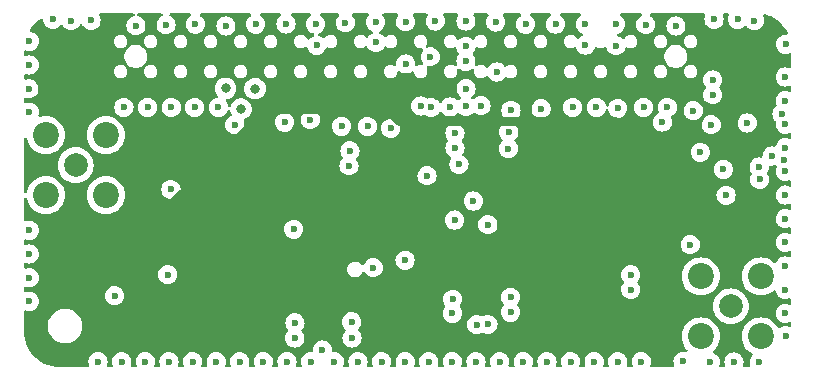
<source format=gbr>
%TF.GenerationSoftware,KiCad,Pcbnew,8.0.6*%
%TF.CreationDate,2024-12-05T19:40:30+08:00*%
%TF.ProjectId,RFM69HCW_v7,52464d36-3948-4435-975f-76372e6b6963,rev?*%
%TF.SameCoordinates,Original*%
%TF.FileFunction,Copper,L3,Inr*%
%TF.FilePolarity,Positive*%
%FSLAX46Y46*%
G04 Gerber Fmt 4.6, Leading zero omitted, Abs format (unit mm)*
G04 Created by KiCad (PCBNEW 8.0.6) date 2024-12-05 19:40:30*
%MOMM*%
%LPD*%
G01*
G04 APERTURE LIST*
%TA.AperFunction,ComponentPad*%
%ADD10C,2.000000*%
%TD*%
%TA.AperFunction,ComponentPad*%
%ADD11C,2.200000*%
%TD*%
%TA.AperFunction,ViaPad*%
%ADD12C,0.600000*%
%TD*%
%TA.AperFunction,ViaPad*%
%ADD13C,0.800000*%
%TD*%
%TA.AperFunction,ViaPad*%
%ADD14C,1.000000*%
%TD*%
%TA.AperFunction,Conductor*%
%ADD15C,0.800000*%
%TD*%
G04 APERTURE END LIST*
D10*
%TO.N,ANT433*%
%TO.C,REF\u002A\u002A*%
X135800000Y-89320000D03*
D11*
%TO.N,GND*%
X138340000Y-91860000D03*
X133260000Y-86780000D03*
X133260000Y-91860000D03*
X138340000Y-86780000D03*
%TD*%
D10*
%TO.N,ANT915*%
%TO.C,REF\u002A\u002A*%
X191270000Y-101280000D03*
D11*
%TO.N,GND*%
X188730000Y-98740000D03*
X193810000Y-103820000D03*
X193810000Y-98740000D03*
X188730000Y-103820000D03*
%TD*%
D12*
%TO.N,GND*%
X139690000Y-105950000D03*
X155660000Y-85460000D03*
X187220000Y-105920000D03*
X172610000Y-101770000D03*
X195870000Y-99860000D03*
X184060000Y-77420000D03*
X153690000Y-105950000D03*
D13*
X149790000Y-84560000D03*
D12*
X145920000Y-77390000D03*
X169750000Y-102820000D03*
X183690000Y-105950000D03*
X192660000Y-85750000D03*
X148510000Y-77540000D03*
X195870000Y-83860000D03*
X153474265Y-85684265D03*
X193660000Y-89480000D03*
X193670000Y-105990000D03*
X143880000Y-84440000D03*
X161689999Y-105950000D03*
X159190000Y-103950000D03*
X181520000Y-77390000D03*
X168850000Y-82840000D03*
X143690000Y-105950000D03*
X145690000Y-105950000D03*
X170110000Y-84280000D03*
X141880000Y-84440000D03*
X131870000Y-80840000D03*
X195870000Y-89860000D03*
X177690000Y-105950000D03*
X139090000Y-100385000D03*
X189520000Y-106000000D03*
X190860000Y-91880000D03*
X170700000Y-102810000D03*
X195870000Y-97860000D03*
X137100001Y-77070000D03*
X147690000Y-105950000D03*
X177880000Y-84440000D03*
X171340000Y-77200000D03*
X167690000Y-105950000D03*
X167480000Y-84390000D03*
X157690000Y-105950000D03*
X151690000Y-105950000D03*
X188090000Y-84710000D03*
X169690000Y-105950000D03*
X195870000Y-91860000D03*
X181530000Y-79220000D03*
X172430000Y-87920000D03*
X163690000Y-105950000D03*
X194760000Y-88550000D03*
X172650000Y-84690000D03*
X187830000Y-96050000D03*
X195870000Y-93859999D03*
X193710000Y-90530000D03*
X172610000Y-100510000D03*
X158310000Y-86030000D03*
X165880000Y-84440000D03*
X141690000Y-105950000D03*
X153600000Y-77370000D03*
X131870000Y-84840000D03*
X195870000Y-95860000D03*
X163720000Y-77180000D03*
X172470000Y-86500000D03*
X195590000Y-84970000D03*
X131870000Y-96840000D03*
X195870000Y-85860000D03*
X149270000Y-85900000D03*
X195870000Y-87860000D03*
D13*
X150980000Y-82840000D03*
D12*
X166250000Y-77110000D03*
X188680000Y-88230000D03*
X131870000Y-78839999D03*
X167900000Y-87870000D03*
X165690000Y-105950000D03*
X158930000Y-89380000D03*
X182790000Y-98600000D03*
X179880000Y-84440000D03*
X154360000Y-102670000D03*
X181690000Y-84510000D03*
X179690000Y-105950000D03*
X133850000Y-76970000D03*
X155690000Y-105950000D03*
X195900000Y-79090000D03*
X151040000Y-77390000D03*
X143450000Y-77440000D03*
X186610000Y-77540000D03*
X149689999Y-105950000D03*
X168830000Y-80530000D03*
X178950000Y-77390000D03*
X190630000Y-89680000D03*
X195870000Y-81859999D03*
X140890000Y-77510000D03*
X189730000Y-83370000D03*
X195870000Y-101860000D03*
D13*
X148480000Y-82830000D03*
D12*
X131870000Y-94840000D03*
X137689999Y-105950000D03*
X175690000Y-105950000D03*
X193260000Y-77080000D03*
X143860000Y-91380000D03*
X167690000Y-101870000D03*
X189730000Y-82110000D03*
X135390000Y-77080000D03*
X131870000Y-98840000D03*
X154350000Y-103960000D03*
X167710000Y-100670000D03*
X158630000Y-77250000D03*
X156690000Y-104980000D03*
X181690000Y-105950000D03*
X175200000Y-84550000D03*
X131830000Y-82850000D03*
X168830000Y-77130000D03*
X176420000Y-77380000D03*
X161200000Y-77230000D03*
X191530000Y-105980000D03*
X195790000Y-88880000D03*
X182790000Y-99860000D03*
X191840001Y-76980000D03*
X168830000Y-79270000D03*
X195920000Y-103760000D03*
X160510000Y-86050000D03*
X167900000Y-86610000D03*
X147880000Y-84440000D03*
X189610000Y-85900000D03*
X145880000Y-84440000D03*
X189840000Y-76980000D03*
X185880000Y-84440000D03*
X159010000Y-88100000D03*
X156110000Y-77380000D03*
X131870000Y-100840000D03*
X159150000Y-102580000D03*
X173689999Y-105950000D03*
X178950000Y-79160000D03*
X159690000Y-105950000D03*
X173880000Y-77390000D03*
X139879999Y-84440000D03*
X183880000Y-84440000D03*
X171690000Y-105950000D03*
D14*
%TO.N,3v3*%
X159950000Y-84560000D03*
X139110000Y-95780000D03*
X187810000Y-91920000D03*
D12*
%TO.N,MOSI*%
X162470000Y-86210000D03*
%TO.N,MISO*%
X165010000Y-84310000D03*
X160980000Y-97990000D03*
X168240000Y-89260000D03*
%TO.N,SLCK*%
X169470000Y-92360002D03*
X167870000Y-93970000D03*
X163680000Y-97370000D03*
X168850000Y-84330000D03*
%TO.N,CS0*%
X165810000Y-80150000D03*
X154260000Y-94750000D03*
%TO.N,RST915*%
X163740000Y-80750000D03*
X165540000Y-90220000D03*
%TO.N,INTER433*%
X156200000Y-79170000D03*
X143582500Y-98592500D03*
%TO.N,CS1*%
X170690000Y-94360002D03*
X171430000Y-81430000D03*
%TO.N,INTER915*%
X161220000Y-78930000D03*
X185460000Y-85680000D03*
%TD*%
D15*
%TO.N,3v3*%
X162092793Y-84560000D02*
X159950000Y-84560000D01*
X163132793Y-85600000D02*
X162092793Y-84560000D01*
X151952793Y-84560000D02*
X159950000Y-84560000D01*
X181490000Y-85600000D02*
X163132793Y-85600000D01*
X187810000Y-91920000D02*
X181490000Y-85600000D01*
X139110000Y-95780000D02*
X140732793Y-95780000D01*
X140732793Y-95780000D02*
X151952793Y-84560000D01*
%TD*%
%TA.AperFunction,Conductor*%
%TO.N,3v3*%
G36*
X140754497Y-76490185D02*
G01*
X140800252Y-76542989D01*
X140810196Y-76612147D01*
X140781171Y-76675703D01*
X140722393Y-76713477D01*
X140715047Y-76715392D01*
X140708955Y-76716782D01*
X140536982Y-76776958D01*
X140382718Y-76873889D01*
X140253889Y-77002718D01*
X140156958Y-77156982D01*
X140096782Y-77328953D01*
X140096781Y-77328958D01*
X140076384Y-77509996D01*
X140076384Y-77510003D01*
X140096781Y-77691041D01*
X140096782Y-77691046D01*
X140156958Y-77863017D01*
X140232376Y-77983043D01*
X140253889Y-78017281D01*
X140382719Y-78146111D01*
X140536985Y-78243043D01*
X140682295Y-78293889D01*
X140708953Y-78303217D01*
X140708958Y-78303218D01*
X140889996Y-78323616D01*
X140890000Y-78323616D01*
X140890004Y-78323616D01*
X141071041Y-78303218D01*
X141071044Y-78303217D01*
X141071047Y-78303217D01*
X141243015Y-78243043D01*
X141397281Y-78146111D01*
X141526111Y-78017281D01*
X141623043Y-77863015D01*
X141683217Y-77691047D01*
X141683218Y-77691041D01*
X141703616Y-77510003D01*
X141703616Y-77509996D01*
X141683218Y-77328958D01*
X141683217Y-77328953D01*
X141663427Y-77272397D01*
X141623043Y-77156985D01*
X141526111Y-77002719D01*
X141397281Y-76873889D01*
X141285877Y-76803889D01*
X141243017Y-76776958D01*
X141243016Y-76776957D01*
X141243015Y-76776957D01*
X141071047Y-76716783D01*
X141071046Y-76716782D01*
X141071044Y-76716782D01*
X141064953Y-76715392D01*
X141003973Y-76681285D01*
X140971114Y-76619624D01*
X140976807Y-76549987D01*
X141019245Y-76494482D01*
X141084955Y-76470732D01*
X141092542Y-76470500D01*
X143044713Y-76470500D01*
X143111752Y-76490185D01*
X143157507Y-76542989D01*
X143167451Y-76612147D01*
X143138426Y-76675703D01*
X143102723Y-76703001D01*
X143102881Y-76703252D01*
X143100154Y-76704965D01*
X143098512Y-76706221D01*
X143096987Y-76706954D01*
X142942718Y-76803889D01*
X142813889Y-76932718D01*
X142716958Y-77086982D01*
X142656782Y-77258953D01*
X142656781Y-77258958D01*
X142636384Y-77439996D01*
X142636384Y-77440003D01*
X142656781Y-77621041D01*
X142656782Y-77621046D01*
X142685860Y-77704146D01*
X142710029Y-77773217D01*
X142716958Y-77793017D01*
X142792376Y-77913043D01*
X142813889Y-77947281D01*
X142942719Y-78076111D01*
X143096985Y-78173043D01*
X143224911Y-78217806D01*
X143268953Y-78233217D01*
X143268958Y-78233218D01*
X143449996Y-78253616D01*
X143450000Y-78253616D01*
X143450004Y-78253616D01*
X143631041Y-78233218D01*
X143631044Y-78233217D01*
X143631047Y-78233217D01*
X143803015Y-78173043D01*
X143957281Y-78076111D01*
X144086111Y-77947281D01*
X144183043Y-77793015D01*
X144243217Y-77621047D01*
X144243218Y-77621041D01*
X144263616Y-77440003D01*
X144263616Y-77439996D01*
X144243218Y-77258958D01*
X144243217Y-77258953D01*
X144233086Y-77230000D01*
X144183043Y-77086985D01*
X144086111Y-76932719D01*
X143957281Y-76803889D01*
X143949433Y-76798958D01*
X143803012Y-76706954D01*
X143801488Y-76706221D01*
X143800672Y-76705485D01*
X143797119Y-76703252D01*
X143797510Y-76702629D01*
X143749627Y-76659400D01*
X143731313Y-76591973D01*
X143752359Y-76525349D01*
X143806085Y-76480679D01*
X143855287Y-76470500D01*
X145433316Y-76470500D01*
X145500355Y-76490185D01*
X145546110Y-76542989D01*
X145556054Y-76612147D01*
X145527029Y-76675703D01*
X145499288Y-76699494D01*
X145412718Y-76753889D01*
X145283889Y-76882718D01*
X145186958Y-77036982D01*
X145126782Y-77208953D01*
X145126781Y-77208958D01*
X145106384Y-77389996D01*
X145106384Y-77390003D01*
X145126781Y-77571041D01*
X145126782Y-77571046D01*
X145149959Y-77637281D01*
X145179959Y-77723017D01*
X145186958Y-77743017D01*
X145268769Y-77873217D01*
X145283889Y-77897281D01*
X145412719Y-78026111D01*
X145566985Y-78123043D01*
X145718645Y-78176111D01*
X145738953Y-78183217D01*
X145738958Y-78183218D01*
X145919996Y-78203616D01*
X145920000Y-78203616D01*
X145920004Y-78203616D01*
X146101041Y-78183218D01*
X146101044Y-78183217D01*
X146101047Y-78183217D01*
X146273015Y-78123043D01*
X146427281Y-78026111D01*
X146556111Y-77897281D01*
X146653043Y-77743015D01*
X146713217Y-77571047D01*
X146714344Y-77561046D01*
X146716716Y-77539996D01*
X147696384Y-77539996D01*
X147696384Y-77540003D01*
X147716781Y-77721041D01*
X147716782Y-77721046D01*
X147748973Y-77813041D01*
X147771451Y-77877281D01*
X147776958Y-77893017D01*
X147855039Y-78017281D01*
X147873889Y-78047281D01*
X148002719Y-78176111D01*
X148156985Y-78273043D01*
X148299863Y-78323038D01*
X148328953Y-78333217D01*
X148328958Y-78333218D01*
X148509996Y-78353616D01*
X148510000Y-78353616D01*
X148510004Y-78353616D01*
X148691041Y-78333218D01*
X148691044Y-78333217D01*
X148691047Y-78333217D01*
X148863015Y-78273043D01*
X149017281Y-78176111D01*
X149146111Y-78047281D01*
X149243043Y-77893015D01*
X149303217Y-77721047D01*
X149303773Y-77716111D01*
X149323616Y-77540003D01*
X149323616Y-77539996D01*
X149303218Y-77358958D01*
X149303217Y-77358953D01*
X149298299Y-77344899D01*
X149243043Y-77186985D01*
X149146111Y-77032719D01*
X149017281Y-76903889D01*
X148974459Y-76876982D01*
X148863017Y-76806958D01*
X148863016Y-76806957D01*
X148863015Y-76806957D01*
X148777360Y-76776985D01*
X148691046Y-76746782D01*
X148691041Y-76746781D01*
X148510004Y-76726384D01*
X148509996Y-76726384D01*
X148328958Y-76746781D01*
X148328953Y-76746782D01*
X148156982Y-76806958D01*
X148002718Y-76903889D01*
X147873889Y-77032718D01*
X147776958Y-77186982D01*
X147716782Y-77358953D01*
X147716781Y-77358958D01*
X147696384Y-77539996D01*
X146716716Y-77539996D01*
X146733616Y-77390003D01*
X146733616Y-77389996D01*
X146713218Y-77208958D01*
X146713217Y-77208953D01*
X146703086Y-77180000D01*
X146653043Y-77036985D01*
X146556111Y-76882719D01*
X146427281Y-76753889D01*
X146340711Y-76699493D01*
X146294421Y-76647159D01*
X146283773Y-76578105D01*
X146312148Y-76514257D01*
X146370538Y-76475885D01*
X146406684Y-76470500D01*
X150553316Y-76470500D01*
X150620355Y-76490185D01*
X150666110Y-76542989D01*
X150676054Y-76612147D01*
X150647029Y-76675703D01*
X150619288Y-76699494D01*
X150532718Y-76753889D01*
X150403889Y-76882718D01*
X150306958Y-77036982D01*
X150246782Y-77208953D01*
X150246781Y-77208958D01*
X150226384Y-77389996D01*
X150226384Y-77390003D01*
X150246781Y-77571041D01*
X150246782Y-77571046D01*
X150269959Y-77637281D01*
X150299959Y-77723017D01*
X150306958Y-77743017D01*
X150388769Y-77873217D01*
X150403889Y-77897281D01*
X150532719Y-78026111D01*
X150686985Y-78123043D01*
X150838645Y-78176111D01*
X150858953Y-78183217D01*
X150858958Y-78183218D01*
X151039996Y-78203616D01*
X151040000Y-78203616D01*
X151040004Y-78203616D01*
X151221041Y-78183218D01*
X151221044Y-78183217D01*
X151221047Y-78183217D01*
X151393015Y-78123043D01*
X151547281Y-78026111D01*
X151676111Y-77897281D01*
X151773043Y-77743015D01*
X151833217Y-77571047D01*
X151834344Y-77561046D01*
X151853616Y-77390003D01*
X151853616Y-77389996D01*
X151833218Y-77208958D01*
X151833217Y-77208953D01*
X151823086Y-77180000D01*
X151773043Y-77036985D01*
X151676111Y-76882719D01*
X151547281Y-76753889D01*
X151460711Y-76699493D01*
X151414421Y-76647159D01*
X151403773Y-76578105D01*
X151432148Y-76514257D01*
X151490538Y-76475885D01*
X151526684Y-76470500D01*
X153081486Y-76470500D01*
X153148525Y-76490185D01*
X153194280Y-76542989D01*
X153204224Y-76612147D01*
X153175199Y-76675703D01*
X153147459Y-76699493D01*
X153092720Y-76733887D01*
X152963889Y-76862718D01*
X152866958Y-77016982D01*
X152806782Y-77188953D01*
X152806781Y-77188958D01*
X152786384Y-77369996D01*
X152786384Y-77370003D01*
X152806781Y-77551041D01*
X152806782Y-77551046D01*
X152831277Y-77621047D01*
X152866268Y-77721047D01*
X152866958Y-77723017D01*
X152942376Y-77843043D01*
X152963889Y-77877281D01*
X153092719Y-78006111D01*
X153246985Y-78103043D01*
X153418953Y-78163217D01*
X153418958Y-78163218D01*
X153599996Y-78183616D01*
X153600000Y-78183616D01*
X153600004Y-78183616D01*
X153781041Y-78163218D01*
X153781044Y-78163217D01*
X153781047Y-78163217D01*
X153953015Y-78103043D01*
X154107281Y-78006111D01*
X154236111Y-77877281D01*
X154333043Y-77723015D01*
X154393217Y-77551047D01*
X154393891Y-77545064D01*
X154413616Y-77370003D01*
X154413616Y-77369996D01*
X154393218Y-77188958D01*
X154393217Y-77188953D01*
X154379951Y-77151042D01*
X154333043Y-77016985D01*
X154236111Y-76862719D01*
X154107281Y-76733889D01*
X154107279Y-76733887D01*
X154052541Y-76699493D01*
X154006251Y-76647159D01*
X153995603Y-76578105D01*
X154023978Y-76514257D01*
X154082368Y-76475885D01*
X154118514Y-76470500D01*
X155607401Y-76470500D01*
X155674440Y-76490185D01*
X155720195Y-76542989D01*
X155730139Y-76612147D01*
X155701114Y-76675703D01*
X155673373Y-76699494D01*
X155602718Y-76743889D01*
X155473889Y-76872718D01*
X155376958Y-77026982D01*
X155316782Y-77198953D01*
X155316781Y-77198958D01*
X155296384Y-77379996D01*
X155296384Y-77380003D01*
X155316781Y-77561041D01*
X155316782Y-77561046D01*
X155337777Y-77621046D01*
X155366469Y-77703043D01*
X155376958Y-77733017D01*
X155427241Y-77813041D01*
X155473889Y-77887281D01*
X155602719Y-78016111D01*
X155756985Y-78113043D01*
X155928450Y-78173041D01*
X155930345Y-78173704D01*
X155987121Y-78214426D01*
X156012868Y-78279379D01*
X155999412Y-78347941D01*
X155951024Y-78398343D01*
X155930345Y-78407787D01*
X155846988Y-78436955D01*
X155846984Y-78436956D01*
X155692720Y-78533888D01*
X155570994Y-78655614D01*
X155509671Y-78689098D01*
X155439979Y-78684114D01*
X155384046Y-78642242D01*
X155375934Y-78629946D01*
X155302513Y-78502775D01*
X155197225Y-78397487D01*
X155197224Y-78397486D01*
X155197221Y-78397484D01*
X155068277Y-78323039D01*
X155068276Y-78323038D01*
X155032318Y-78313403D01*
X154924450Y-78284500D01*
X154775550Y-78284500D01*
X154705698Y-78303217D01*
X154631723Y-78323038D01*
X154631722Y-78323039D01*
X154502778Y-78397484D01*
X154502773Y-78397488D01*
X154397488Y-78502773D01*
X154397484Y-78502778D01*
X154323039Y-78631722D01*
X154323038Y-78631723D01*
X154311226Y-78675808D01*
X154284500Y-78775550D01*
X154284500Y-78924450D01*
X154301784Y-78988953D01*
X154323038Y-79068276D01*
X154323039Y-79068277D01*
X154397484Y-79197221D01*
X154397486Y-79197224D01*
X154397487Y-79197225D01*
X154502775Y-79302513D01*
X154502776Y-79302514D01*
X154502778Y-79302515D01*
X154537239Y-79322411D01*
X154631725Y-79376962D01*
X154775550Y-79415500D01*
X154775553Y-79415500D01*
X154924447Y-79415500D01*
X154924450Y-79415500D01*
X155068275Y-79376962D01*
X155197225Y-79302513D01*
X155200335Y-79299402D01*
X155203604Y-79297617D01*
X155203670Y-79297567D01*
X155203677Y-79297577D01*
X155261654Y-79265915D01*
X155331346Y-79270896D01*
X155387282Y-79312764D01*
X155405061Y-79346125D01*
X155406782Y-79351045D01*
X155406783Y-79351047D01*
X155463458Y-79513016D01*
X155466958Y-79523017D01*
X155531534Y-79625788D01*
X155563889Y-79677281D01*
X155692719Y-79806111D01*
X155846985Y-79903043D01*
X156000560Y-79956781D01*
X156018953Y-79963217D01*
X156018958Y-79963218D01*
X156199996Y-79983616D01*
X156200000Y-79983616D01*
X156200004Y-79983616D01*
X156381041Y-79963218D01*
X156381044Y-79963217D01*
X156381047Y-79963217D01*
X156553015Y-79903043D01*
X156707281Y-79806111D01*
X156836111Y-79677281D01*
X156933043Y-79523015D01*
X156966245Y-79428128D01*
X157006966Y-79371354D01*
X157071918Y-79345606D01*
X157140480Y-79359062D01*
X157145250Y-79361676D01*
X157171725Y-79376962D01*
X157315550Y-79415500D01*
X157315553Y-79415500D01*
X157464447Y-79415500D01*
X157464450Y-79415500D01*
X157608275Y-79376962D01*
X157737225Y-79302513D01*
X157842513Y-79197225D01*
X157916962Y-79068275D01*
X157955500Y-78924450D01*
X157955500Y-78775550D01*
X157916962Y-78631725D01*
X157872003Y-78553854D01*
X157842515Y-78502778D01*
X157842514Y-78502776D01*
X157842513Y-78502775D01*
X157737225Y-78397487D01*
X157737224Y-78397486D01*
X157737221Y-78397484D01*
X157608277Y-78323039D01*
X157608276Y-78323038D01*
X157572318Y-78313403D01*
X157464450Y-78284500D01*
X157315550Y-78284500D01*
X157245698Y-78303217D01*
X157171723Y-78323038D01*
X157171722Y-78323039D01*
X157042778Y-78397484D01*
X157042773Y-78397488D01*
X156937488Y-78502773D01*
X156937486Y-78502776D01*
X156922635Y-78528498D01*
X156872066Y-78576712D01*
X156803459Y-78589933D01*
X156738595Y-78563964D01*
X156727568Y-78554176D01*
X156707281Y-78533889D01*
X156553015Y-78436956D01*
X156553011Y-78436955D01*
X156379654Y-78376294D01*
X156322878Y-78335573D01*
X156297131Y-78270620D01*
X156310587Y-78202058D01*
X156358975Y-78151655D01*
X156379647Y-78142214D01*
X156463015Y-78113043D01*
X156617281Y-78016111D01*
X156746111Y-77887281D01*
X156843043Y-77733015D01*
X156903217Y-77561047D01*
X156903218Y-77561041D01*
X156923616Y-77380003D01*
X156923616Y-77379996D01*
X156903218Y-77198958D01*
X156903217Y-77198953D01*
X156886454Y-77151047D01*
X156843043Y-77026985D01*
X156746111Y-76872719D01*
X156617281Y-76743889D01*
X156546627Y-76699494D01*
X156500336Y-76647159D01*
X156489688Y-76578105D01*
X156518063Y-76514257D01*
X156576453Y-76475885D01*
X156612599Y-76470500D01*
X157966746Y-76470500D01*
X158033785Y-76490185D01*
X158079540Y-76542989D01*
X158089484Y-76612147D01*
X158060459Y-76675703D01*
X158054427Y-76682181D01*
X157993889Y-76742718D01*
X157896958Y-76896982D01*
X157836782Y-77068953D01*
X157836781Y-77068958D01*
X157816384Y-77249996D01*
X157816384Y-77250003D01*
X157836781Y-77431041D01*
X157836782Y-77431046D01*
X157852961Y-77477281D01*
X157896268Y-77601047D01*
X157896958Y-77603017D01*
X157952271Y-77691046D01*
X157993889Y-77757281D01*
X158122719Y-77886111D01*
X158276985Y-77983043D01*
X158440062Y-78040106D01*
X158448953Y-78043217D01*
X158448958Y-78043218D01*
X158629996Y-78063616D01*
X158630000Y-78063616D01*
X158630004Y-78063616D01*
X158811041Y-78043218D01*
X158811044Y-78043217D01*
X158811047Y-78043217D01*
X158983015Y-77983043D01*
X159137281Y-77886111D01*
X159266111Y-77757281D01*
X159363043Y-77603015D01*
X159423217Y-77431047D01*
X159424122Y-77423015D01*
X159443616Y-77250003D01*
X159443616Y-77249996D01*
X159423218Y-77068958D01*
X159423217Y-77068953D01*
X159405721Y-77018953D01*
X159363043Y-76896985D01*
X159266111Y-76742719D01*
X159205573Y-76682181D01*
X159172088Y-76620858D01*
X159177072Y-76551166D01*
X159218944Y-76495233D01*
X159284408Y-76470816D01*
X159293254Y-76470500D01*
X160516746Y-76470500D01*
X160583785Y-76490185D01*
X160629540Y-76542989D01*
X160639484Y-76612147D01*
X160610459Y-76675703D01*
X160604427Y-76682181D01*
X160563889Y-76722718D01*
X160466958Y-76876982D01*
X160406782Y-77048953D01*
X160406781Y-77048958D01*
X160386384Y-77229996D01*
X160386384Y-77230003D01*
X160406781Y-77411041D01*
X160406782Y-77411046D01*
X160447949Y-77528693D01*
X160461273Y-77566772D01*
X160466958Y-77583017D01*
X160545039Y-77707281D01*
X160563889Y-77737281D01*
X160692719Y-77866111D01*
X160735540Y-77893017D01*
X160846984Y-77963043D01*
X160846987Y-77963044D01*
X160857321Y-77966660D01*
X160914098Y-78007380D01*
X160939847Y-78072332D01*
X160926392Y-78140894D01*
X160878006Y-78191298D01*
X160870173Y-78195421D01*
X160866987Y-78196955D01*
X160712718Y-78293889D01*
X160583889Y-78422718D01*
X160583885Y-78422723D01*
X160558014Y-78463896D01*
X160505679Y-78510186D01*
X160436625Y-78520833D01*
X160372777Y-78492457D01*
X160365341Y-78485603D01*
X160277226Y-78397488D01*
X160277221Y-78397484D01*
X160148277Y-78323039D01*
X160148276Y-78323038D01*
X160112318Y-78313403D01*
X160004450Y-78284500D01*
X159855550Y-78284500D01*
X159785698Y-78303217D01*
X159711723Y-78323038D01*
X159711722Y-78323039D01*
X159582778Y-78397484D01*
X159582773Y-78397488D01*
X159477488Y-78502773D01*
X159477484Y-78502778D01*
X159403039Y-78631722D01*
X159403038Y-78631723D01*
X159391226Y-78675808D01*
X159364500Y-78775550D01*
X159364500Y-78924450D01*
X159381784Y-78988953D01*
X159403038Y-79068276D01*
X159403039Y-79068277D01*
X159477484Y-79197221D01*
X159477486Y-79197224D01*
X159477487Y-79197225D01*
X159582775Y-79302513D01*
X159582776Y-79302514D01*
X159582778Y-79302515D01*
X159617239Y-79322411D01*
X159711725Y-79376962D01*
X159855550Y-79415500D01*
X159855553Y-79415500D01*
X160004447Y-79415500D01*
X160004450Y-79415500D01*
X160148275Y-79376962D01*
X160277225Y-79302513D01*
X160303602Y-79276135D01*
X160364921Y-79242652D01*
X160434613Y-79247636D01*
X160490547Y-79289506D01*
X160496274Y-79297845D01*
X160583887Y-79437279D01*
X160583889Y-79437281D01*
X160712719Y-79566111D01*
X160866985Y-79663043D01*
X161022732Y-79717541D01*
X161038953Y-79723217D01*
X161038958Y-79723218D01*
X161219996Y-79743616D01*
X161220000Y-79743616D01*
X161220004Y-79743616D01*
X161401041Y-79723218D01*
X161401044Y-79723217D01*
X161401047Y-79723217D01*
X161573015Y-79663043D01*
X161727281Y-79566111D01*
X161856111Y-79437281D01*
X161928289Y-79322409D01*
X161980622Y-79276119D01*
X162049676Y-79265470D01*
X162113524Y-79293845D01*
X162120963Y-79300701D01*
X162122775Y-79302513D01*
X162122776Y-79302514D01*
X162122778Y-79302515D01*
X162157239Y-79322411D01*
X162251725Y-79376962D01*
X162395550Y-79415500D01*
X162395553Y-79415500D01*
X162544447Y-79415500D01*
X162544450Y-79415500D01*
X162688275Y-79376962D01*
X162817225Y-79302513D01*
X162922513Y-79197225D01*
X162996962Y-79068275D01*
X163035500Y-78924450D01*
X163035500Y-78775550D01*
X162996962Y-78631725D01*
X162952003Y-78553854D01*
X162922515Y-78502778D01*
X162922514Y-78502776D01*
X162922513Y-78502775D01*
X162817225Y-78397487D01*
X162817224Y-78397486D01*
X162817221Y-78397484D01*
X162688277Y-78323039D01*
X162688276Y-78323038D01*
X162652318Y-78313403D01*
X162544450Y-78284500D01*
X162395550Y-78284500D01*
X162325698Y-78303217D01*
X162251723Y-78323038D01*
X162251722Y-78323039D01*
X162122778Y-78397484D01*
X162059223Y-78461039D01*
X161997899Y-78494523D01*
X161928208Y-78489538D01*
X161872274Y-78447667D01*
X161866549Y-78439331D01*
X161865056Y-78436955D01*
X161856111Y-78422719D01*
X161727281Y-78293889D01*
X161712339Y-78284500D01*
X161573014Y-78196956D01*
X161562674Y-78193338D01*
X161505898Y-78152616D01*
X161480152Y-78087663D01*
X161493609Y-78019101D01*
X161541997Y-77968699D01*
X161549840Y-77964571D01*
X161553002Y-77963047D01*
X161553015Y-77963043D01*
X161707281Y-77866111D01*
X161836111Y-77737281D01*
X161933043Y-77583015D01*
X161993217Y-77411047D01*
X161995588Y-77390003D01*
X162013616Y-77230003D01*
X162013616Y-77229996D01*
X161993218Y-77048958D01*
X161993217Y-77048953D01*
X161982721Y-77018958D01*
X161933043Y-76876985D01*
X161836111Y-76722719D01*
X161795573Y-76682181D01*
X161762088Y-76620858D01*
X161767072Y-76551166D01*
X161808944Y-76495233D01*
X161874408Y-76470816D01*
X161883254Y-76470500D01*
X162987665Y-76470500D01*
X163054704Y-76490185D01*
X163100459Y-76542989D01*
X163110403Y-76612147D01*
X163086944Y-76666414D01*
X163087594Y-76666823D01*
X163084946Y-76671036D01*
X163084610Y-76671815D01*
X163083890Y-76672717D01*
X162986958Y-76826982D01*
X162926782Y-76998953D01*
X162926781Y-76998958D01*
X162906384Y-77179996D01*
X162906384Y-77180003D01*
X162926781Y-77361041D01*
X162926782Y-77361046D01*
X162951966Y-77433016D01*
X162978902Y-77509996D01*
X162986958Y-77533017D01*
X163042271Y-77621046D01*
X163083889Y-77687281D01*
X163212719Y-77816111D01*
X163366985Y-77913043D01*
X163514244Y-77964571D01*
X163538953Y-77973217D01*
X163538958Y-77973218D01*
X163719996Y-77993616D01*
X163720000Y-77993616D01*
X163720004Y-77993616D01*
X163901041Y-77973218D01*
X163901044Y-77973217D01*
X163901047Y-77973217D01*
X164073015Y-77913043D01*
X164227281Y-77816111D01*
X164356111Y-77687281D01*
X164453043Y-77533015D01*
X164513217Y-77361047D01*
X164513218Y-77361041D01*
X164533616Y-77180003D01*
X164533616Y-77179996D01*
X164513218Y-76998958D01*
X164513217Y-76998953D01*
X164495721Y-76948953D01*
X164453043Y-76826985D01*
X164356111Y-76672719D01*
X164356109Y-76672717D01*
X164355390Y-76671815D01*
X164355106Y-76671121D01*
X164352406Y-76666823D01*
X164353158Y-76666350D01*
X164328980Y-76607129D01*
X164341734Y-76538433D01*
X164389604Y-76487538D01*
X164452335Y-76470500D01*
X165472606Y-76470500D01*
X165539645Y-76490185D01*
X165585400Y-76542989D01*
X165595344Y-76612147D01*
X165577600Y-76660472D01*
X165516958Y-76756982D01*
X165456782Y-76928953D01*
X165456781Y-76928958D01*
X165436384Y-77109996D01*
X165436384Y-77110003D01*
X165456781Y-77291041D01*
X165456782Y-77291046D01*
X165481277Y-77361047D01*
X165508902Y-77439996D01*
X165516958Y-77463017D01*
X165584838Y-77571047D01*
X165613889Y-77617281D01*
X165742719Y-77746111D01*
X165896985Y-77843043D01*
X166039803Y-77893017D01*
X166068953Y-77903217D01*
X166068958Y-77903218D01*
X166249996Y-77923616D01*
X166250000Y-77923616D01*
X166250004Y-77923616D01*
X166431041Y-77903218D01*
X166431044Y-77903217D01*
X166431047Y-77903217D01*
X166603015Y-77843043D01*
X166757281Y-77746111D01*
X166886111Y-77617281D01*
X166983043Y-77463015D01*
X167043217Y-77291047D01*
X167043218Y-77291041D01*
X167063616Y-77110003D01*
X167063616Y-77109996D01*
X167043218Y-76928958D01*
X167043217Y-76928953D01*
X167038520Y-76915529D01*
X166983043Y-76756985D01*
X166942661Y-76692718D01*
X166922400Y-76660472D01*
X166903400Y-76593235D01*
X166923768Y-76526400D01*
X166977036Y-76481186D01*
X167027394Y-76470500D01*
X168065173Y-76470500D01*
X168132212Y-76490185D01*
X168177967Y-76542989D01*
X168187911Y-76612147D01*
X168170167Y-76660472D01*
X168096958Y-76776982D01*
X168036782Y-76948953D01*
X168036781Y-76948958D01*
X168016384Y-77129996D01*
X168016384Y-77130003D01*
X168036781Y-77311041D01*
X168036782Y-77311046D01*
X168075963Y-77423017D01*
X168094009Y-77474591D01*
X168096958Y-77483017D01*
X168180586Y-77616110D01*
X168193889Y-77637281D01*
X168322719Y-77766111D01*
X168476985Y-77863043D01*
X168648953Y-77923217D01*
X168648958Y-77923218D01*
X168829996Y-77943616D01*
X168830000Y-77943616D01*
X168830004Y-77943616D01*
X169011041Y-77923218D01*
X169011044Y-77923217D01*
X169011047Y-77923217D01*
X169183015Y-77863043D01*
X169337281Y-77766111D01*
X169466111Y-77637281D01*
X169563043Y-77483015D01*
X169623217Y-77311047D01*
X169623218Y-77311041D01*
X169643616Y-77130003D01*
X169643616Y-77129996D01*
X169623218Y-76948958D01*
X169623217Y-76948953D01*
X169605721Y-76898953D01*
X169563043Y-76776985D01*
X169525341Y-76716982D01*
X169489833Y-76660472D01*
X169470833Y-76593235D01*
X169491201Y-76526400D01*
X169544468Y-76481186D01*
X169594827Y-76470500D01*
X170626746Y-76470500D01*
X170693785Y-76490185D01*
X170739540Y-76542989D01*
X170749484Y-76612147D01*
X170720459Y-76675703D01*
X170714427Y-76682181D01*
X170703889Y-76692718D01*
X170606958Y-76846982D01*
X170546782Y-77018953D01*
X170546781Y-77018958D01*
X170526384Y-77199996D01*
X170526384Y-77200003D01*
X170546781Y-77381041D01*
X170546782Y-77381046D01*
X170580458Y-77477285D01*
X170606268Y-77551047D01*
X170606958Y-77553017D01*
X170647338Y-77617281D01*
X170703889Y-77707281D01*
X170832719Y-77836111D01*
X170986985Y-77933043D01*
X171158953Y-77993217D01*
X171158958Y-77993218D01*
X171339996Y-78013616D01*
X171340000Y-78013616D01*
X171340004Y-78013616D01*
X171521041Y-77993218D01*
X171521044Y-77993217D01*
X171521047Y-77993217D01*
X171693015Y-77933043D01*
X171847281Y-77836111D01*
X171976111Y-77707281D01*
X172073043Y-77553015D01*
X172133217Y-77381047D01*
X172133335Y-77380000D01*
X172153616Y-77200003D01*
X172153616Y-77199996D01*
X172133218Y-77018958D01*
X172133217Y-77018953D01*
X172119585Y-76979996D01*
X172073043Y-76846985D01*
X171976111Y-76692719D01*
X171965573Y-76682181D01*
X171932088Y-76620858D01*
X171937072Y-76551166D01*
X171978944Y-76495233D01*
X172044408Y-76470816D01*
X172053254Y-76470500D01*
X173393316Y-76470500D01*
X173460355Y-76490185D01*
X173506110Y-76542989D01*
X173516054Y-76612147D01*
X173487029Y-76675703D01*
X173459288Y-76699494D01*
X173372718Y-76753889D01*
X173243889Y-76882718D01*
X173146958Y-77036982D01*
X173086782Y-77208953D01*
X173086781Y-77208958D01*
X173066384Y-77389996D01*
X173066384Y-77390003D01*
X173086781Y-77571041D01*
X173086782Y-77571046D01*
X173109959Y-77637281D01*
X173139959Y-77723017D01*
X173146958Y-77743017D01*
X173228769Y-77873217D01*
X173243889Y-77897281D01*
X173372719Y-78026111D01*
X173526985Y-78123043D01*
X173678645Y-78176111D01*
X173698953Y-78183217D01*
X173698958Y-78183218D01*
X173879996Y-78203616D01*
X173880000Y-78203616D01*
X173880004Y-78203616D01*
X174061041Y-78183218D01*
X174061044Y-78183217D01*
X174061047Y-78183217D01*
X174233015Y-78123043D01*
X174387281Y-78026111D01*
X174516111Y-77897281D01*
X174613043Y-77743015D01*
X174673217Y-77571047D01*
X174674344Y-77561046D01*
X174693616Y-77390003D01*
X174693616Y-77389996D01*
X174673218Y-77208958D01*
X174673217Y-77208953D01*
X174663086Y-77180000D01*
X174613043Y-77036985D01*
X174516111Y-76882719D01*
X174387281Y-76753889D01*
X174300711Y-76699493D01*
X174254421Y-76647159D01*
X174243773Y-76578105D01*
X174272148Y-76514257D01*
X174330538Y-76475885D01*
X174366684Y-76470500D01*
X175917401Y-76470500D01*
X175984440Y-76490185D01*
X176030195Y-76542989D01*
X176040139Y-76612147D01*
X176011114Y-76675703D01*
X175983373Y-76699494D01*
X175912718Y-76743889D01*
X175783889Y-76872718D01*
X175686958Y-77026982D01*
X175626782Y-77198953D01*
X175626781Y-77198958D01*
X175606384Y-77379996D01*
X175606384Y-77380003D01*
X175626781Y-77561041D01*
X175626782Y-77561046D01*
X175647777Y-77621046D01*
X175676469Y-77703043D01*
X175686958Y-77733017D01*
X175737241Y-77813041D01*
X175783889Y-77887281D01*
X175912719Y-78016111D01*
X176066985Y-78113043D01*
X176229156Y-78169789D01*
X176238953Y-78173217D01*
X176238958Y-78173218D01*
X176419996Y-78193616D01*
X176420000Y-78193616D01*
X176420004Y-78193616D01*
X176601041Y-78173218D01*
X176601044Y-78173217D01*
X176601047Y-78173217D01*
X176773015Y-78113043D01*
X176927281Y-78016111D01*
X177056111Y-77887281D01*
X177153043Y-77733015D01*
X177213217Y-77561047D01*
X177213218Y-77561041D01*
X177233616Y-77380003D01*
X177233616Y-77379996D01*
X177213218Y-77198958D01*
X177213217Y-77198953D01*
X177196454Y-77151047D01*
X177153043Y-77026985D01*
X177056111Y-76872719D01*
X176927281Y-76743889D01*
X176856627Y-76699494D01*
X176810336Y-76647159D01*
X176799688Y-76578105D01*
X176828063Y-76514257D01*
X176886453Y-76475885D01*
X176922599Y-76470500D01*
X178463316Y-76470500D01*
X178530355Y-76490185D01*
X178576110Y-76542989D01*
X178586054Y-76612147D01*
X178557029Y-76675703D01*
X178529288Y-76699494D01*
X178442718Y-76753889D01*
X178313889Y-76882718D01*
X178216958Y-77036982D01*
X178156782Y-77208953D01*
X178156781Y-77208958D01*
X178136384Y-77389996D01*
X178136384Y-77390003D01*
X178156781Y-77571041D01*
X178156782Y-77571046D01*
X178179959Y-77637281D01*
X178209959Y-77723017D01*
X178216958Y-77743017D01*
X178298769Y-77873217D01*
X178313889Y-77897281D01*
X178442719Y-78026111D01*
X178443152Y-78026383D01*
X178596984Y-78123043D01*
X178596988Y-78123044D01*
X178696767Y-78157959D01*
X178753543Y-78198680D01*
X178779290Y-78263633D01*
X178765834Y-78332195D01*
X178717446Y-78382597D01*
X178696767Y-78392041D01*
X178596988Y-78426955D01*
X178596984Y-78426956D01*
X178442720Y-78523888D01*
X178387072Y-78579536D01*
X178325748Y-78613020D01*
X178256056Y-78608035D01*
X178200123Y-78566164D01*
X178192004Y-78553854D01*
X178162515Y-78502778D01*
X178162514Y-78502776D01*
X178162513Y-78502775D01*
X178057225Y-78397487D01*
X178057224Y-78397486D01*
X178057221Y-78397484D01*
X177928277Y-78323039D01*
X177928276Y-78323038D01*
X177892318Y-78313403D01*
X177784450Y-78284500D01*
X177635550Y-78284500D01*
X177565698Y-78303217D01*
X177491723Y-78323038D01*
X177491722Y-78323039D01*
X177362778Y-78397484D01*
X177362773Y-78397488D01*
X177257488Y-78502773D01*
X177257484Y-78502778D01*
X177183039Y-78631722D01*
X177183038Y-78631723D01*
X177171226Y-78675808D01*
X177144500Y-78775550D01*
X177144500Y-78924450D01*
X177161784Y-78988953D01*
X177183038Y-79068276D01*
X177183039Y-79068277D01*
X177257484Y-79197221D01*
X177257486Y-79197224D01*
X177257487Y-79197225D01*
X177362775Y-79302513D01*
X177362776Y-79302514D01*
X177362778Y-79302515D01*
X177397239Y-79322411D01*
X177491725Y-79376962D01*
X177635550Y-79415500D01*
X177635553Y-79415500D01*
X177784447Y-79415500D01*
X177784450Y-79415500D01*
X177928275Y-79376962D01*
X177999222Y-79336000D01*
X178067121Y-79319528D01*
X178133148Y-79342380D01*
X178176338Y-79397301D01*
X178178260Y-79402425D01*
X178212872Y-79501342D01*
X178216958Y-79513017D01*
X178274596Y-79604747D01*
X178313889Y-79667281D01*
X178442719Y-79796111D01*
X178596985Y-79893043D01*
X178740709Y-79943334D01*
X178768953Y-79953217D01*
X178768958Y-79953218D01*
X178949996Y-79973616D01*
X178950000Y-79973616D01*
X178950004Y-79973616D01*
X179131041Y-79953218D01*
X179131044Y-79953217D01*
X179131047Y-79953217D01*
X179303015Y-79893043D01*
X179457281Y-79796111D01*
X179586111Y-79667281D01*
X179683043Y-79513015D01*
X179731821Y-79373612D01*
X179772541Y-79316839D01*
X179837494Y-79291091D01*
X179906056Y-79304547D01*
X179910861Y-79307181D01*
X180031725Y-79376962D01*
X180175550Y-79415500D01*
X180175553Y-79415500D01*
X180324447Y-79415500D01*
X180324450Y-79415500D01*
X180468275Y-79376962D01*
X180555160Y-79326798D01*
X180623056Y-79310327D01*
X180689084Y-79333179D01*
X180732274Y-79388100D01*
X180734286Y-79394542D01*
X180734483Y-79394474D01*
X180736783Y-79401047D01*
X180779461Y-79523015D01*
X180796958Y-79573017D01*
X180840753Y-79642716D01*
X180893889Y-79727281D01*
X181022719Y-79856111D01*
X181176985Y-79953043D01*
X181348953Y-80013217D01*
X181348958Y-80013218D01*
X181529996Y-80033616D01*
X181530000Y-80033616D01*
X181530004Y-80033616D01*
X181711041Y-80013218D01*
X181711044Y-80013217D01*
X181711047Y-80013217D01*
X181883015Y-79953043D01*
X182037281Y-79856111D01*
X182166111Y-79727281D01*
X182263043Y-79573015D01*
X182322564Y-79402910D01*
X182363286Y-79346136D01*
X182428238Y-79320388D01*
X182496800Y-79333844D01*
X182501607Y-79336479D01*
X182571725Y-79376962D01*
X182715550Y-79415500D01*
X182715553Y-79415500D01*
X182864447Y-79415500D01*
X182864450Y-79415500D01*
X183008275Y-79376962D01*
X183137225Y-79302513D01*
X183242513Y-79197225D01*
X183316962Y-79068275D01*
X183355500Y-78924450D01*
X183355500Y-78775550D01*
X184764500Y-78775550D01*
X184764500Y-78924450D01*
X184781784Y-78988953D01*
X184803038Y-79068276D01*
X184803039Y-79068277D01*
X184877484Y-79197221D01*
X184877486Y-79197224D01*
X184877487Y-79197225D01*
X184982775Y-79302513D01*
X184982776Y-79302514D01*
X184982778Y-79302515D01*
X185017239Y-79322411D01*
X185111725Y-79376962D01*
X185255550Y-79415500D01*
X185255553Y-79415500D01*
X185404447Y-79415500D01*
X185404450Y-79415500D01*
X185548275Y-79376962D01*
X185677225Y-79302513D01*
X185782513Y-79197225D01*
X185856962Y-79068275D01*
X185895500Y-78924450D01*
X185895500Y-78775550D01*
X187304500Y-78775550D01*
X187304500Y-78924450D01*
X187321784Y-78988953D01*
X187343038Y-79068276D01*
X187343039Y-79068277D01*
X187417484Y-79197221D01*
X187417486Y-79197224D01*
X187417487Y-79197225D01*
X187522775Y-79302513D01*
X187522776Y-79302514D01*
X187522778Y-79302515D01*
X187557239Y-79322411D01*
X187651725Y-79376962D01*
X187795550Y-79415500D01*
X187795553Y-79415500D01*
X187944447Y-79415500D01*
X187944450Y-79415500D01*
X188088275Y-79376962D01*
X188217225Y-79302513D01*
X188322513Y-79197225D01*
X188396962Y-79068275D01*
X188435500Y-78924450D01*
X188435500Y-78775550D01*
X188396962Y-78631725D01*
X188352003Y-78553854D01*
X188322515Y-78502778D01*
X188322514Y-78502776D01*
X188322513Y-78502775D01*
X188217225Y-78397487D01*
X188217224Y-78397486D01*
X188217221Y-78397484D01*
X188088277Y-78323039D01*
X188088276Y-78323038D01*
X188052318Y-78313403D01*
X187944450Y-78284500D01*
X187795550Y-78284500D01*
X187725698Y-78303217D01*
X187651723Y-78323038D01*
X187651722Y-78323039D01*
X187522778Y-78397484D01*
X187522773Y-78397488D01*
X187417488Y-78502773D01*
X187417484Y-78502778D01*
X187343039Y-78631722D01*
X187343038Y-78631723D01*
X187331226Y-78675808D01*
X187304500Y-78775550D01*
X185895500Y-78775550D01*
X185856962Y-78631725D01*
X185812003Y-78553854D01*
X185782515Y-78502778D01*
X185782514Y-78502776D01*
X185782513Y-78502775D01*
X185677225Y-78397487D01*
X185677224Y-78397486D01*
X185677221Y-78397484D01*
X185548277Y-78323039D01*
X185548276Y-78323038D01*
X185512318Y-78313403D01*
X185404450Y-78284500D01*
X185255550Y-78284500D01*
X185185698Y-78303217D01*
X185111723Y-78323038D01*
X185111722Y-78323039D01*
X184982778Y-78397484D01*
X184982773Y-78397488D01*
X184877488Y-78502773D01*
X184877484Y-78502778D01*
X184803039Y-78631722D01*
X184803038Y-78631723D01*
X184791226Y-78675808D01*
X184764500Y-78775550D01*
X183355500Y-78775550D01*
X183316962Y-78631725D01*
X183272003Y-78553854D01*
X183242515Y-78502778D01*
X183242514Y-78502776D01*
X183242513Y-78502775D01*
X183137225Y-78397487D01*
X183137224Y-78397486D01*
X183137221Y-78397484D01*
X183008277Y-78323039D01*
X183008276Y-78323038D01*
X182972318Y-78313403D01*
X182864450Y-78284500D01*
X182715550Y-78284500D01*
X182645698Y-78303217D01*
X182571723Y-78323038D01*
X182571722Y-78323039D01*
X182442778Y-78397484D01*
X182442773Y-78397488D01*
X182337488Y-78502773D01*
X182337484Y-78502778D01*
X182278714Y-78604573D01*
X182228147Y-78652788D01*
X182159540Y-78666012D01*
X182094676Y-78640044D01*
X182083646Y-78630254D01*
X182037281Y-78583889D01*
X181883017Y-78486958D01*
X181883016Y-78486957D01*
X181883015Y-78486957D01*
X181817110Y-78463896D01*
X181711046Y-78426782D01*
X181704260Y-78425234D01*
X181704791Y-78422903D01*
X181650698Y-78400160D01*
X181611155Y-78342557D01*
X181609031Y-78272720D01*
X181645001Y-78212821D01*
X181694850Y-78186593D01*
X181694474Y-78185517D01*
X181701047Y-78183217D01*
X181873015Y-78123043D01*
X182027281Y-78026111D01*
X182156111Y-77897281D01*
X182253043Y-77743015D01*
X182313217Y-77571047D01*
X182314344Y-77561046D01*
X182333616Y-77390003D01*
X182333616Y-77389996D01*
X182313218Y-77208958D01*
X182313217Y-77208953D01*
X182303086Y-77180000D01*
X182253043Y-77036985D01*
X182156111Y-76882719D01*
X182027281Y-76753889D01*
X181940711Y-76699493D01*
X181894421Y-76647159D01*
X181883773Y-76578105D01*
X181912148Y-76514257D01*
X181970538Y-76475885D01*
X182006684Y-76470500D01*
X183621060Y-76470500D01*
X183688099Y-76490185D01*
X183733854Y-76542989D01*
X183743798Y-76612147D01*
X183714773Y-76675703D01*
X183687032Y-76699494D01*
X183552718Y-76783889D01*
X183423889Y-76912718D01*
X183326958Y-77066982D01*
X183266782Y-77238953D01*
X183266781Y-77238958D01*
X183246384Y-77419996D01*
X183246384Y-77420003D01*
X183266781Y-77601041D01*
X183266782Y-77601046D01*
X183296957Y-77687281D01*
X183321451Y-77757281D01*
X183326958Y-77773017D01*
X183374922Y-77849351D01*
X183423889Y-77927281D01*
X183552719Y-78056111D01*
X183706985Y-78153043D01*
X183869231Y-78209815D01*
X183878953Y-78213217D01*
X183878958Y-78213218D01*
X184059996Y-78233616D01*
X184060000Y-78233616D01*
X184060004Y-78233616D01*
X184241041Y-78213218D01*
X184241044Y-78213217D01*
X184241047Y-78213217D01*
X184413015Y-78153043D01*
X184567281Y-78056111D01*
X184696111Y-77927281D01*
X184793043Y-77773015D01*
X184853217Y-77601047D01*
X184854768Y-77587281D01*
X184860096Y-77539996D01*
X185796384Y-77539996D01*
X185796384Y-77540003D01*
X185816781Y-77721041D01*
X185816782Y-77721046D01*
X185848973Y-77813041D01*
X185871451Y-77877281D01*
X185876958Y-77893017D01*
X185955039Y-78017281D01*
X185973889Y-78047281D01*
X186102719Y-78176111D01*
X186256985Y-78273043D01*
X186399863Y-78323038D01*
X186428953Y-78333217D01*
X186428958Y-78333218D01*
X186609996Y-78353616D01*
X186610000Y-78353616D01*
X186610004Y-78353616D01*
X186791041Y-78333218D01*
X186791044Y-78333217D01*
X186791047Y-78333217D01*
X186963015Y-78273043D01*
X187117281Y-78176111D01*
X187246111Y-78047281D01*
X187343043Y-77893015D01*
X187403217Y-77721047D01*
X187403773Y-77716111D01*
X187423616Y-77540003D01*
X187423616Y-77539996D01*
X187403218Y-77358958D01*
X187403217Y-77358953D01*
X187398299Y-77344899D01*
X187343043Y-77186985D01*
X187246111Y-77032719D01*
X187117281Y-76903889D01*
X187074459Y-76876982D01*
X186963017Y-76806958D01*
X186963016Y-76806957D01*
X186963015Y-76806957D01*
X186877360Y-76776985D01*
X186791046Y-76746782D01*
X186791041Y-76746781D01*
X186610004Y-76726384D01*
X186609996Y-76726384D01*
X186428958Y-76746781D01*
X186428953Y-76746782D01*
X186256982Y-76806958D01*
X186102718Y-76903889D01*
X185973889Y-77032718D01*
X185876958Y-77186982D01*
X185816782Y-77358953D01*
X185816781Y-77358958D01*
X185796384Y-77539996D01*
X184860096Y-77539996D01*
X184873616Y-77420003D01*
X184873616Y-77419996D01*
X184853218Y-77238958D01*
X184853217Y-77238953D01*
X184842721Y-77208958D01*
X184793043Y-77066985D01*
X184696111Y-76912719D01*
X184567281Y-76783889D01*
X184524459Y-76756982D01*
X184432968Y-76699494D01*
X184386677Y-76647159D01*
X184376029Y-76578105D01*
X184404404Y-76514257D01*
X184462794Y-76475885D01*
X184498940Y-76470500D01*
X188986952Y-76470500D01*
X189053991Y-76490185D01*
X189099746Y-76542989D01*
X189109690Y-76612147D01*
X189103993Y-76635455D01*
X189046784Y-76798945D01*
X189046781Y-76798958D01*
X189026384Y-76979996D01*
X189026384Y-76980003D01*
X189046781Y-77161041D01*
X189046782Y-77161046D01*
X189071510Y-77231713D01*
X189105537Y-77328958D01*
X189106958Y-77333017D01*
X189194512Y-77472357D01*
X189203889Y-77487281D01*
X189332719Y-77616111D01*
X189486985Y-77713043D01*
X189638645Y-77766111D01*
X189658953Y-77773217D01*
X189658958Y-77773218D01*
X189839996Y-77793616D01*
X189840000Y-77793616D01*
X189840004Y-77793616D01*
X190021041Y-77773218D01*
X190021044Y-77773217D01*
X190021047Y-77773217D01*
X190193015Y-77713043D01*
X190347281Y-77616111D01*
X190476111Y-77487281D01*
X190573043Y-77333015D01*
X190633217Y-77161047D01*
X190634344Y-77151046D01*
X190653616Y-76980003D01*
X190653616Y-76979996D01*
X190633218Y-76798958D01*
X190633215Y-76798945D01*
X190576007Y-76635455D01*
X190572445Y-76565676D01*
X190607173Y-76505049D01*
X190669167Y-76472821D01*
X190693048Y-76470500D01*
X190986953Y-76470500D01*
X191053992Y-76490185D01*
X191099747Y-76542989D01*
X191109691Y-76612147D01*
X191103994Y-76635455D01*
X191046785Y-76798945D01*
X191046782Y-76798958D01*
X191026385Y-76979996D01*
X191026385Y-76980003D01*
X191046782Y-77161041D01*
X191046783Y-77161046D01*
X191071511Y-77231713D01*
X191105538Y-77328958D01*
X191106959Y-77333017D01*
X191194513Y-77472357D01*
X191203890Y-77487281D01*
X191332720Y-77616111D01*
X191486986Y-77713043D01*
X191638646Y-77766111D01*
X191658954Y-77773217D01*
X191658959Y-77773218D01*
X191839997Y-77793616D01*
X191840001Y-77793616D01*
X191840005Y-77793616D01*
X192021042Y-77773218D01*
X192021045Y-77773217D01*
X192021048Y-77773217D01*
X192193016Y-77713043D01*
X192347282Y-77616111D01*
X192418331Y-77545061D01*
X192479650Y-77511579D01*
X192549342Y-77516563D01*
X192605276Y-77558434D01*
X192611002Y-77566772D01*
X192623887Y-77587279D01*
X192623889Y-77587281D01*
X192752719Y-77716111D01*
X192906985Y-77813043D01*
X193058645Y-77866111D01*
X193078953Y-77873217D01*
X193078958Y-77873218D01*
X193259996Y-77893616D01*
X193260000Y-77893616D01*
X193260004Y-77893616D01*
X193441041Y-77873218D01*
X193441044Y-77873217D01*
X193441047Y-77873217D01*
X193613015Y-77813043D01*
X193767281Y-77716111D01*
X193896111Y-77587281D01*
X193993043Y-77433015D01*
X194053217Y-77261047D01*
X194053218Y-77261041D01*
X194073616Y-77080003D01*
X194073616Y-77079996D01*
X194053218Y-76898958D01*
X194053215Y-76898945D01*
X193992871Y-76726492D01*
X193989309Y-76656713D01*
X194024037Y-76596086D01*
X194086031Y-76563858D01*
X194142005Y-76565761D01*
X194324446Y-76614646D01*
X194336783Y-76618656D01*
X194347368Y-76622719D01*
X194615808Y-76725763D01*
X194627650Y-76731035D01*
X194893977Y-76866735D01*
X194905183Y-76873205D01*
X195155862Y-77035999D01*
X195166353Y-77043621D01*
X195398628Y-77231713D01*
X195408273Y-77240398D01*
X195619601Y-77451726D01*
X195628286Y-77461371D01*
X195816378Y-77693646D01*
X195824003Y-77704140D01*
X195986790Y-77954810D01*
X195993271Y-77966036D01*
X196062099Y-78101120D01*
X196074995Y-78169789D01*
X196048718Y-78234529D01*
X195991612Y-78274786D01*
X195937733Y-78280635D01*
X195912268Y-78277766D01*
X195900000Y-78276384D01*
X195899999Y-78276384D01*
X195899998Y-78276384D01*
X195899996Y-78276384D01*
X195718958Y-78296781D01*
X195718953Y-78296782D01*
X195546982Y-78356958D01*
X195392718Y-78453889D01*
X195263889Y-78582718D01*
X195166958Y-78736982D01*
X195106782Y-78908953D01*
X195106781Y-78908958D01*
X195086384Y-79089996D01*
X195086384Y-79090003D01*
X195106781Y-79271041D01*
X195106782Y-79271046D01*
X195136783Y-79356782D01*
X195164144Y-79434977D01*
X195166958Y-79443017D01*
X195248642Y-79573015D01*
X195263889Y-79597281D01*
X195392719Y-79726111D01*
X195546985Y-79823043D01*
X195718953Y-79883217D01*
X195718958Y-79883218D01*
X195899996Y-79903616D01*
X195900000Y-79903616D01*
X195900004Y-79903616D01*
X196081041Y-79883218D01*
X196081044Y-79883217D01*
X196081047Y-79883217D01*
X196224545Y-79833004D01*
X196294324Y-79829444D01*
X196354952Y-79864173D01*
X196387179Y-79926166D01*
X196389500Y-79950047D01*
X196389500Y-81010449D01*
X196369815Y-81077488D01*
X196317011Y-81123243D01*
X196247853Y-81133187D01*
X196224546Y-81127491D01*
X196051049Y-81066782D01*
X196051041Y-81066780D01*
X195870004Y-81046383D01*
X195869996Y-81046383D01*
X195688958Y-81066780D01*
X195688953Y-81066781D01*
X195516982Y-81126957D01*
X195362718Y-81223888D01*
X195233889Y-81352717D01*
X195136958Y-81506981D01*
X195076782Y-81678952D01*
X195076781Y-81678957D01*
X195056384Y-81859995D01*
X195056384Y-81860002D01*
X195076781Y-82041040D01*
X195076782Y-82041045D01*
X195136958Y-82213016D01*
X195187251Y-82293056D01*
X195233889Y-82367280D01*
X195362719Y-82496110D01*
X195516985Y-82593042D01*
X195679957Y-82650068D01*
X195688953Y-82653216D01*
X195688958Y-82653217D01*
X195869996Y-82673615D01*
X195870000Y-82673615D01*
X195870004Y-82673615D01*
X196051041Y-82653217D01*
X196051043Y-82653216D01*
X196051047Y-82653216D01*
X196051050Y-82653214D01*
X196051054Y-82653214D01*
X196224545Y-82592507D01*
X196294324Y-82588945D01*
X196354951Y-82623673D01*
X196387179Y-82685667D01*
X196389500Y-82709548D01*
X196389500Y-83010450D01*
X196369815Y-83077489D01*
X196317011Y-83123244D01*
X196247853Y-83133188D01*
X196224546Y-83127492D01*
X196051049Y-83066783D01*
X196051041Y-83066781D01*
X195870004Y-83046384D01*
X195869996Y-83046384D01*
X195688958Y-83066781D01*
X195688953Y-83066782D01*
X195516982Y-83126958D01*
X195362718Y-83223889D01*
X195233889Y-83352718D01*
X195136958Y-83506982D01*
X195076782Y-83678953D01*
X195076781Y-83678958D01*
X195056384Y-83859996D01*
X195056384Y-83860003D01*
X195076781Y-84041041D01*
X195076783Y-84041049D01*
X195129193Y-84190828D01*
X195132754Y-84260606D01*
X195098025Y-84321234D01*
X195087869Y-84329166D01*
X195088169Y-84329542D01*
X195082720Y-84333887D01*
X194953889Y-84462718D01*
X194856958Y-84616982D01*
X194796782Y-84788953D01*
X194796781Y-84788958D01*
X194776384Y-84969996D01*
X194776384Y-84970003D01*
X194796781Y-85151041D01*
X194796782Y-85151046D01*
X194834553Y-85258988D01*
X194850029Y-85303217D01*
X194856958Y-85323017D01*
X194953889Y-85477281D01*
X195042962Y-85566354D01*
X195076447Y-85627677D01*
X195076222Y-85671882D01*
X195077562Y-85672033D01*
X195056384Y-85859996D01*
X195056384Y-85860003D01*
X195076781Y-86041041D01*
X195076782Y-86041046D01*
X195098363Y-86102719D01*
X195136268Y-86211047D01*
X195136958Y-86213017D01*
X195233889Y-86367281D01*
X195362719Y-86496111D01*
X195516985Y-86593043D01*
X195688947Y-86653215D01*
X195688953Y-86653217D01*
X195688958Y-86653218D01*
X195869996Y-86673616D01*
X195870000Y-86673616D01*
X195870004Y-86673616D01*
X196051041Y-86653218D01*
X196051043Y-86653217D01*
X196051047Y-86653217D01*
X196051050Y-86653215D01*
X196051054Y-86653215D01*
X196224545Y-86592508D01*
X196294324Y-86588946D01*
X196354951Y-86623674D01*
X196387179Y-86685668D01*
X196389500Y-86709549D01*
X196389500Y-87010450D01*
X196369815Y-87077489D01*
X196317011Y-87123244D01*
X196247853Y-87133188D01*
X196224546Y-87127492D01*
X196051049Y-87066783D01*
X196051041Y-87066781D01*
X195870004Y-87046384D01*
X195869996Y-87046384D01*
X195688958Y-87066781D01*
X195688953Y-87066782D01*
X195516982Y-87126958D01*
X195362718Y-87223889D01*
X195233889Y-87352718D01*
X195136958Y-87506982D01*
X195133459Y-87516982D01*
X195106958Y-87592719D01*
X195078094Y-87675207D01*
X195037372Y-87731983D01*
X194972419Y-87757730D01*
X194947169Y-87757472D01*
X194760004Y-87736384D01*
X194759996Y-87736384D01*
X194578958Y-87756781D01*
X194578953Y-87756782D01*
X194406982Y-87816958D01*
X194252718Y-87913889D01*
X194123889Y-88042718D01*
X194026958Y-88196982D01*
X193966782Y-88368953D01*
X193966781Y-88368958D01*
X193946384Y-88549996D01*
X193946384Y-88556963D01*
X193944032Y-88556963D01*
X193933872Y-88614895D01*
X193886512Y-88666264D01*
X193818898Y-88683874D01*
X193808835Y-88683153D01*
X193660004Y-88666384D01*
X193659996Y-88666384D01*
X193478958Y-88686781D01*
X193478953Y-88686782D01*
X193306982Y-88746958D01*
X193152718Y-88843889D01*
X193023889Y-88972718D01*
X192926958Y-89126982D01*
X192866782Y-89298953D01*
X192866781Y-89298958D01*
X192846384Y-89479996D01*
X192846384Y-89480003D01*
X192866781Y-89661041D01*
X192866782Y-89661046D01*
X192891966Y-89733017D01*
X192926957Y-89833015D01*
X193009228Y-89963949D01*
X193018569Y-89978814D01*
X193037569Y-90046050D01*
X193018570Y-90110756D01*
X192976957Y-90176983D01*
X192916782Y-90348953D01*
X192916781Y-90348958D01*
X192896384Y-90529996D01*
X192896384Y-90530003D01*
X192916781Y-90711041D01*
X192916782Y-90711046D01*
X192952995Y-90814535D01*
X192973354Y-90872719D01*
X192976958Y-90883017D01*
X193057030Y-91010450D01*
X193073889Y-91037281D01*
X193202719Y-91166111D01*
X193356985Y-91263043D01*
X193528953Y-91323217D01*
X193528958Y-91323218D01*
X193709996Y-91343616D01*
X193710000Y-91343616D01*
X193710004Y-91343616D01*
X193891041Y-91323218D01*
X193891044Y-91323217D01*
X193891047Y-91323217D01*
X194063015Y-91263043D01*
X194217281Y-91166111D01*
X194346111Y-91037281D01*
X194443043Y-90883015D01*
X194503217Y-90711047D01*
X194506077Y-90685668D01*
X194523616Y-90530003D01*
X194523616Y-90529996D01*
X194503218Y-90348958D01*
X194503217Y-90348953D01*
X194491725Y-90316110D01*
X194443043Y-90176985D01*
X194443041Y-90176982D01*
X194443041Y-90176981D01*
X194357627Y-90041046D01*
X194351430Y-90031185D01*
X194332430Y-89963949D01*
X194351431Y-89899240D01*
X194393041Y-89833018D01*
X194393040Y-89833018D01*
X194393043Y-89833015D01*
X194453217Y-89661047D01*
X194461911Y-89583889D01*
X194473616Y-89480003D01*
X194473616Y-89473036D01*
X194475975Y-89473036D01*
X194486109Y-89415141D01*
X194533452Y-89363756D01*
X194601060Y-89346124D01*
X194611155Y-89346845D01*
X194704796Y-89357396D01*
X194759998Y-89363616D01*
X194760000Y-89363616D01*
X194760004Y-89363616D01*
X194941038Y-89343218D01*
X194941037Y-89343218D01*
X194941047Y-89343217D01*
X194989590Y-89326230D01*
X195059366Y-89322668D01*
X195119993Y-89357396D01*
X195152221Y-89419389D01*
X195145817Y-89488965D01*
X195139885Y-89500668D01*
X195139977Y-89500713D01*
X195136959Y-89506978D01*
X195076782Y-89678953D01*
X195076781Y-89678958D01*
X195056384Y-89859996D01*
X195056384Y-89860003D01*
X195076781Y-90041041D01*
X195076782Y-90041046D01*
X195101975Y-90113043D01*
X195136957Y-90213015D01*
X195233889Y-90367281D01*
X195362719Y-90496111D01*
X195516985Y-90593043D01*
X195671063Y-90646957D01*
X195688953Y-90653217D01*
X195688958Y-90653218D01*
X195869996Y-90673616D01*
X195870000Y-90673616D01*
X195870004Y-90673616D01*
X196051041Y-90653218D01*
X196051043Y-90653217D01*
X196051047Y-90653217D01*
X196051050Y-90653215D01*
X196051054Y-90653215D01*
X196224545Y-90592508D01*
X196294324Y-90588946D01*
X196354951Y-90623674D01*
X196387179Y-90685668D01*
X196389500Y-90709549D01*
X196389500Y-91010450D01*
X196369815Y-91077489D01*
X196317011Y-91123244D01*
X196247853Y-91133188D01*
X196224546Y-91127492D01*
X196051049Y-91066783D01*
X196051041Y-91066781D01*
X195870004Y-91046384D01*
X195869996Y-91046384D01*
X195688958Y-91066781D01*
X195688953Y-91066782D01*
X195516982Y-91126958D01*
X195362718Y-91223889D01*
X195233889Y-91352718D01*
X195136958Y-91506982D01*
X195076782Y-91678953D01*
X195076781Y-91678958D01*
X195056384Y-91859996D01*
X195056384Y-91860003D01*
X195076781Y-92041041D01*
X195076782Y-92041046D01*
X195101975Y-92113043D01*
X195136957Y-92213015D01*
X195233889Y-92367281D01*
X195362719Y-92496111D01*
X195516985Y-92593043D01*
X195688947Y-92653215D01*
X195688953Y-92653217D01*
X195688958Y-92653218D01*
X195869996Y-92673616D01*
X195870000Y-92673616D01*
X195870004Y-92673616D01*
X196051041Y-92653218D01*
X196051043Y-92653217D01*
X196051047Y-92653217D01*
X196051050Y-92653215D01*
X196051054Y-92653215D01*
X196224545Y-92592508D01*
X196294324Y-92588946D01*
X196354951Y-92623674D01*
X196387179Y-92685668D01*
X196389500Y-92709549D01*
X196389500Y-93010449D01*
X196369815Y-93077488D01*
X196317011Y-93123243D01*
X196247853Y-93133187D01*
X196224546Y-93127491D01*
X196051049Y-93066782D01*
X196051041Y-93066780D01*
X195870004Y-93046383D01*
X195869996Y-93046383D01*
X195688958Y-93066780D01*
X195688953Y-93066781D01*
X195516982Y-93126957D01*
X195362718Y-93223888D01*
X195233889Y-93352717D01*
X195136958Y-93506981D01*
X195076782Y-93678952D01*
X195076781Y-93678957D01*
X195056384Y-93859995D01*
X195056384Y-93860002D01*
X195076781Y-94041040D01*
X195076782Y-94041045D01*
X195115274Y-94151047D01*
X195136957Y-94213014D01*
X195233889Y-94367280D01*
X195362719Y-94496110D01*
X195516985Y-94593042D01*
X195688947Y-94653214D01*
X195688953Y-94653216D01*
X195688958Y-94653217D01*
X195869996Y-94673615D01*
X195870000Y-94673615D01*
X195870004Y-94673615D01*
X196051041Y-94653217D01*
X196051043Y-94653216D01*
X196051047Y-94653216D01*
X196051050Y-94653214D01*
X196051054Y-94653214D01*
X196224545Y-94592507D01*
X196294324Y-94588945D01*
X196354951Y-94623673D01*
X196387179Y-94685667D01*
X196389500Y-94709548D01*
X196389500Y-95010450D01*
X196369815Y-95077489D01*
X196317011Y-95123244D01*
X196247853Y-95133188D01*
X196224546Y-95127492D01*
X196051049Y-95066783D01*
X196051041Y-95066781D01*
X195870004Y-95046384D01*
X195869996Y-95046384D01*
X195688958Y-95066781D01*
X195688953Y-95066782D01*
X195516982Y-95126958D01*
X195362718Y-95223889D01*
X195233889Y-95352718D01*
X195136958Y-95506982D01*
X195076782Y-95678953D01*
X195076781Y-95678958D01*
X195056384Y-95859996D01*
X195056384Y-95860003D01*
X195076781Y-96041041D01*
X195076782Y-96041046D01*
X195136958Y-96213017D01*
X195148287Y-96231047D01*
X195233889Y-96367281D01*
X195362719Y-96496111D01*
X195516985Y-96593043D01*
X195688947Y-96653215D01*
X195688953Y-96653217D01*
X195688958Y-96653218D01*
X195869996Y-96673616D01*
X195870000Y-96673616D01*
X195870004Y-96673616D01*
X196051041Y-96653218D01*
X196051043Y-96653217D01*
X196051047Y-96653217D01*
X196051050Y-96653215D01*
X196051054Y-96653215D01*
X196224545Y-96592508D01*
X196294324Y-96588946D01*
X196354951Y-96623674D01*
X196387179Y-96685668D01*
X196389500Y-96709549D01*
X196389500Y-97010450D01*
X196369815Y-97077489D01*
X196317011Y-97123244D01*
X196247853Y-97133188D01*
X196224546Y-97127492D01*
X196051049Y-97066783D01*
X196051041Y-97066781D01*
X195870004Y-97046384D01*
X195869996Y-97046384D01*
X195688958Y-97066781D01*
X195688953Y-97066782D01*
X195516982Y-97126958D01*
X195362718Y-97223889D01*
X195233889Y-97352718D01*
X195136957Y-97506984D01*
X195129157Y-97529274D01*
X195088433Y-97586050D01*
X195023480Y-97611795D01*
X194954919Y-97598337D01*
X194931588Y-97582609D01*
X194758376Y-97434672D01*
X194758374Y-97434670D01*
X194758372Y-97434669D01*
X194758370Y-97434668D01*
X194542502Y-97302383D01*
X194308593Y-97205495D01*
X194062406Y-97146391D01*
X193810000Y-97126526D01*
X193557593Y-97146391D01*
X193311406Y-97205495D01*
X193077497Y-97302383D01*
X192861629Y-97434668D01*
X192861627Y-97434669D01*
X192669102Y-97599102D01*
X192504669Y-97791627D01*
X192504668Y-97791629D01*
X192372383Y-98007497D01*
X192275495Y-98241406D01*
X192216391Y-98487593D01*
X192196526Y-98740000D01*
X192216391Y-98992406D01*
X192275495Y-99238593D01*
X192372383Y-99472502D01*
X192504668Y-99688370D01*
X192504669Y-99688372D01*
X192504670Y-99688374D01*
X192504672Y-99688376D01*
X192669102Y-99880898D01*
X192861624Y-100045328D01*
X192878745Y-100055820D01*
X193077497Y-100177616D01*
X193311406Y-100274504D01*
X193311407Y-100274504D01*
X193311409Y-100274505D01*
X193557597Y-100333609D01*
X193810000Y-100353474D01*
X194062403Y-100333609D01*
X194308591Y-100274505D01*
X194542502Y-100177616D01*
X194758376Y-100045328D01*
X194871672Y-99948563D01*
X194935430Y-99919994D01*
X195004516Y-99930431D01*
X195056992Y-99976561D01*
X195075421Y-100028966D01*
X195076782Y-100041044D01*
X195076782Y-100041046D01*
X195091484Y-100083060D01*
X195136957Y-100213015D01*
X195233889Y-100367281D01*
X195362719Y-100496111D01*
X195516985Y-100593043D01*
X195688947Y-100653215D01*
X195688953Y-100653217D01*
X195688958Y-100653218D01*
X195869996Y-100673616D01*
X195870000Y-100673616D01*
X195870004Y-100673616D01*
X196051041Y-100653218D01*
X196051043Y-100653217D01*
X196051047Y-100653217D01*
X196051050Y-100653215D01*
X196051054Y-100653215D01*
X196224545Y-100592508D01*
X196294324Y-100588946D01*
X196354951Y-100623674D01*
X196387179Y-100685668D01*
X196389500Y-100709549D01*
X196389500Y-101010450D01*
X196369815Y-101077489D01*
X196317011Y-101123244D01*
X196247853Y-101133188D01*
X196224546Y-101127492D01*
X196051049Y-101066783D01*
X196051041Y-101066781D01*
X195870004Y-101046384D01*
X195869996Y-101046384D01*
X195688958Y-101066781D01*
X195688953Y-101066782D01*
X195516982Y-101126958D01*
X195362718Y-101223889D01*
X195233889Y-101352718D01*
X195136958Y-101506982D01*
X195076782Y-101678953D01*
X195076781Y-101678958D01*
X195056384Y-101859996D01*
X195056384Y-101860003D01*
X195076781Y-102041041D01*
X195076782Y-102041046D01*
X195117918Y-102158605D01*
X195134686Y-102206526D01*
X195136958Y-102213017D01*
X195145733Y-102226982D01*
X195233889Y-102367281D01*
X195362719Y-102496111D01*
X195516985Y-102593043D01*
X195688947Y-102653215D01*
X195688953Y-102653217D01*
X195688958Y-102653218D01*
X195869996Y-102673616D01*
X195870000Y-102673616D01*
X195870004Y-102673616D01*
X196051041Y-102653218D01*
X196051043Y-102653217D01*
X196051047Y-102653217D01*
X196051050Y-102653215D01*
X196051054Y-102653215D01*
X196224545Y-102592508D01*
X196294324Y-102588946D01*
X196354951Y-102623674D01*
X196387179Y-102685668D01*
X196389500Y-102709549D01*
X196389500Y-102892954D01*
X196369815Y-102959993D01*
X196317011Y-103005748D01*
X196247853Y-103015692D01*
X196224546Y-103009996D01*
X196101049Y-102966783D01*
X196101041Y-102966781D01*
X195920004Y-102946384D01*
X195919996Y-102946384D01*
X195738958Y-102966781D01*
X195738953Y-102966782D01*
X195566982Y-103026958D01*
X195415794Y-103121956D01*
X195348557Y-103140956D01*
X195281722Y-103120588D01*
X195244095Y-103081752D01*
X195115331Y-102871628D01*
X195115330Y-102871627D01*
X195115329Y-102871626D01*
X195115328Y-102871624D01*
X194950898Y-102679102D01*
X194758376Y-102514672D01*
X194758374Y-102514670D01*
X194758372Y-102514669D01*
X194758370Y-102514668D01*
X194542502Y-102382383D01*
X194308593Y-102285495D01*
X194062406Y-102226391D01*
X193810000Y-102206526D01*
X193557593Y-102226391D01*
X193311406Y-102285495D01*
X193077497Y-102382383D01*
X192861629Y-102514668D01*
X192861627Y-102514669D01*
X192669102Y-102679102D01*
X192504669Y-102871627D01*
X192504668Y-102871629D01*
X192372383Y-103087497D01*
X192275495Y-103321406D01*
X192216391Y-103567593D01*
X192196526Y-103820000D01*
X192216391Y-104072406D01*
X192275495Y-104318593D01*
X192372383Y-104552502D01*
X192504668Y-104768370D01*
X192504669Y-104768372D01*
X192504670Y-104768374D01*
X192504672Y-104768376D01*
X192669102Y-104960898D01*
X192861624Y-105125328D01*
X192861626Y-105125329D01*
X192861627Y-105125330D01*
X192861628Y-105125331D01*
X193055917Y-105244391D01*
X193102792Y-105296202D01*
X193114215Y-105365132D01*
X193086558Y-105429295D01*
X193078809Y-105437798D01*
X193033889Y-105482718D01*
X192936958Y-105636982D01*
X192876782Y-105808953D01*
X192876781Y-105808958D01*
X192856384Y-105989996D01*
X192856384Y-105990003D01*
X192876781Y-106171041D01*
X192876783Y-106171049D01*
X192909499Y-106264546D01*
X192913060Y-106334325D01*
X192878331Y-106394952D01*
X192816338Y-106427179D01*
X192792457Y-106429500D01*
X192404044Y-106429500D01*
X192337005Y-106409815D01*
X192291250Y-106357011D01*
X192281306Y-106287853D01*
X192287002Y-106264546D01*
X192323216Y-106161049D01*
X192323217Y-106161047D01*
X192323218Y-106161041D01*
X192343616Y-105980003D01*
X192343616Y-105979996D01*
X192323218Y-105798958D01*
X192323217Y-105798953D01*
X192263043Y-105626985D01*
X192166111Y-105472719D01*
X192037281Y-105343889D01*
X191994710Y-105317140D01*
X191883017Y-105246958D01*
X191883016Y-105246957D01*
X191883015Y-105246957D01*
X191828693Y-105227949D01*
X191711046Y-105186782D01*
X191711041Y-105186781D01*
X191530004Y-105166384D01*
X191529996Y-105166384D01*
X191348958Y-105186781D01*
X191348953Y-105186782D01*
X191176982Y-105246958D01*
X191022718Y-105343889D01*
X190893889Y-105472718D01*
X190796958Y-105626982D01*
X190736782Y-105798953D01*
X190736781Y-105798958D01*
X190716384Y-105979996D01*
X190716384Y-105980003D01*
X190736781Y-106161041D01*
X190736783Y-106161049D01*
X190772998Y-106264546D01*
X190776559Y-106334325D01*
X190741830Y-106394952D01*
X190679836Y-106427179D01*
X190655956Y-106429500D01*
X190401042Y-106429500D01*
X190334003Y-106409815D01*
X190288248Y-106357011D01*
X190278304Y-106287853D01*
X190284000Y-106264546D01*
X190313216Y-106181049D01*
X190313217Y-106181047D01*
X190313218Y-106181041D01*
X190333616Y-106000003D01*
X190333616Y-105999996D01*
X190313218Y-105818958D01*
X190313217Y-105818953D01*
X190304351Y-105793616D01*
X190253043Y-105646985D01*
X190156111Y-105492719D01*
X190027281Y-105363889D01*
X189873017Y-105266958D01*
X189873016Y-105266957D01*
X189873015Y-105266957D01*
X189820909Y-105248724D01*
X189764134Y-105208003D01*
X189738387Y-105143050D01*
X189751843Y-105074488D01*
X189781334Y-105037393D01*
X189807272Y-105015240D01*
X189870898Y-104960898D01*
X190035328Y-104768376D01*
X190167616Y-104552502D01*
X190264505Y-104318591D01*
X190323609Y-104072403D01*
X190343474Y-103820000D01*
X190323609Y-103567597D01*
X190264505Y-103321409D01*
X190264504Y-103321406D01*
X190167616Y-103087497D01*
X190035331Y-102871629D01*
X190035330Y-102871627D01*
X190035329Y-102871626D01*
X190035328Y-102871624D01*
X189870898Y-102679102D01*
X189678376Y-102514672D01*
X189678374Y-102514670D01*
X189678372Y-102514669D01*
X189678370Y-102514668D01*
X189462502Y-102382383D01*
X189228593Y-102285495D01*
X188982406Y-102226391D01*
X188730000Y-102206526D01*
X188477593Y-102226391D01*
X188231406Y-102285495D01*
X187997497Y-102382383D01*
X187781629Y-102514668D01*
X187781627Y-102514669D01*
X187589102Y-102679102D01*
X187424669Y-102871627D01*
X187424668Y-102871629D01*
X187292383Y-103087497D01*
X187195495Y-103321406D01*
X187136391Y-103567593D01*
X187116526Y-103820000D01*
X187136391Y-104072406D01*
X187195495Y-104318593D01*
X187292383Y-104552502D01*
X187424668Y-104768370D01*
X187424669Y-104768372D01*
X187424670Y-104768374D01*
X187424672Y-104768376D01*
X187573011Y-104942058D01*
X187601582Y-105005818D01*
X187591145Y-105074904D01*
X187545014Y-105127380D01*
X187477836Y-105146586D01*
X187437768Y-105139631D01*
X187401052Y-105126784D01*
X187401041Y-105126781D01*
X187220004Y-105106384D01*
X187219996Y-105106384D01*
X187038958Y-105126781D01*
X187038953Y-105126782D01*
X186866982Y-105186958D01*
X186712718Y-105283889D01*
X186583889Y-105412718D01*
X186486958Y-105566982D01*
X186426782Y-105738953D01*
X186426781Y-105738958D01*
X186406384Y-105919996D01*
X186406384Y-105920003D01*
X186426781Y-106101041D01*
X186426784Y-106101054D01*
X186483993Y-106264545D01*
X186487555Y-106334324D01*
X186452827Y-106394951D01*
X186390833Y-106427179D01*
X186366952Y-106429500D01*
X184553546Y-106429500D01*
X184486507Y-106409815D01*
X184440752Y-106357011D01*
X184430808Y-106287853D01*
X184436504Y-106264545D01*
X184444255Y-106242394D01*
X184483217Y-106131047D01*
X184483218Y-106131041D01*
X184503616Y-105950003D01*
X184503616Y-105949996D01*
X184483218Y-105768958D01*
X184483217Y-105768953D01*
X184472721Y-105738958D01*
X184423043Y-105596985D01*
X184326111Y-105442719D01*
X184197281Y-105313889D01*
X184169132Y-105296202D01*
X184043017Y-105216958D01*
X184043016Y-105216957D01*
X184043015Y-105216957D01*
X183982703Y-105195853D01*
X183871046Y-105156782D01*
X183871041Y-105156781D01*
X183690004Y-105136384D01*
X183689996Y-105136384D01*
X183508958Y-105156781D01*
X183508953Y-105156782D01*
X183336982Y-105216958D01*
X183182718Y-105313889D01*
X183053889Y-105442718D01*
X182956958Y-105596982D01*
X182896782Y-105768953D01*
X182896781Y-105768958D01*
X182876384Y-105949996D01*
X182876384Y-105950003D01*
X182896781Y-106131041D01*
X182896782Y-106131046D01*
X182943496Y-106264545D01*
X182947057Y-106334324D01*
X182912328Y-106394952D01*
X182850335Y-106427179D01*
X182826454Y-106429500D01*
X182553546Y-106429500D01*
X182486507Y-106409815D01*
X182440752Y-106357011D01*
X182430808Y-106287853D01*
X182436504Y-106264545D01*
X182444255Y-106242394D01*
X182483217Y-106131047D01*
X182483218Y-106131041D01*
X182503616Y-105950003D01*
X182503616Y-105949996D01*
X182483218Y-105768958D01*
X182483217Y-105768953D01*
X182472721Y-105738958D01*
X182423043Y-105596985D01*
X182326111Y-105442719D01*
X182197281Y-105313889D01*
X182169132Y-105296202D01*
X182043017Y-105216958D01*
X182043016Y-105216957D01*
X182043015Y-105216957D01*
X181982703Y-105195853D01*
X181871046Y-105156782D01*
X181871041Y-105156781D01*
X181690004Y-105136384D01*
X181689996Y-105136384D01*
X181508958Y-105156781D01*
X181508953Y-105156782D01*
X181336982Y-105216958D01*
X181182718Y-105313889D01*
X181053889Y-105442718D01*
X180956958Y-105596982D01*
X180896782Y-105768953D01*
X180896781Y-105768958D01*
X180876384Y-105949996D01*
X180876384Y-105950003D01*
X180896781Y-106131041D01*
X180896782Y-106131046D01*
X180943496Y-106264545D01*
X180947057Y-106334324D01*
X180912328Y-106394952D01*
X180850335Y-106427179D01*
X180826454Y-106429500D01*
X180553546Y-106429500D01*
X180486507Y-106409815D01*
X180440752Y-106357011D01*
X180430808Y-106287853D01*
X180436504Y-106264545D01*
X180444255Y-106242394D01*
X180483217Y-106131047D01*
X180483218Y-106131041D01*
X180503616Y-105950003D01*
X180503616Y-105949996D01*
X180483218Y-105768958D01*
X180483217Y-105768953D01*
X180472721Y-105738958D01*
X180423043Y-105596985D01*
X180326111Y-105442719D01*
X180197281Y-105313889D01*
X180169132Y-105296202D01*
X180043017Y-105216958D01*
X180043016Y-105216957D01*
X180043015Y-105216957D01*
X179982703Y-105195853D01*
X179871046Y-105156782D01*
X179871041Y-105156781D01*
X179690004Y-105136384D01*
X179689996Y-105136384D01*
X179508958Y-105156781D01*
X179508953Y-105156782D01*
X179336982Y-105216958D01*
X179182718Y-105313889D01*
X179053889Y-105442718D01*
X178956958Y-105596982D01*
X178896782Y-105768953D01*
X178896781Y-105768958D01*
X178876384Y-105949996D01*
X178876384Y-105950003D01*
X178896781Y-106131041D01*
X178896782Y-106131046D01*
X178943496Y-106264545D01*
X178947057Y-106334324D01*
X178912328Y-106394952D01*
X178850335Y-106427179D01*
X178826454Y-106429500D01*
X178553546Y-106429500D01*
X178486507Y-106409815D01*
X178440752Y-106357011D01*
X178430808Y-106287853D01*
X178436504Y-106264545D01*
X178444255Y-106242394D01*
X178483217Y-106131047D01*
X178483218Y-106131041D01*
X178503616Y-105950003D01*
X178503616Y-105949996D01*
X178483218Y-105768958D01*
X178483217Y-105768953D01*
X178472721Y-105738958D01*
X178423043Y-105596985D01*
X178326111Y-105442719D01*
X178197281Y-105313889D01*
X178169132Y-105296202D01*
X178043017Y-105216958D01*
X178043016Y-105216957D01*
X178043015Y-105216957D01*
X177982703Y-105195853D01*
X177871046Y-105156782D01*
X177871041Y-105156781D01*
X177690004Y-105136384D01*
X177689996Y-105136384D01*
X177508958Y-105156781D01*
X177508953Y-105156782D01*
X177336982Y-105216958D01*
X177182718Y-105313889D01*
X177053889Y-105442718D01*
X176956958Y-105596982D01*
X176896782Y-105768953D01*
X176896781Y-105768958D01*
X176876384Y-105949996D01*
X176876384Y-105950003D01*
X176896781Y-106131041D01*
X176896782Y-106131046D01*
X176943496Y-106264545D01*
X176947057Y-106334324D01*
X176912328Y-106394952D01*
X176850335Y-106427179D01*
X176826454Y-106429500D01*
X176553546Y-106429500D01*
X176486507Y-106409815D01*
X176440752Y-106357011D01*
X176430808Y-106287853D01*
X176436504Y-106264545D01*
X176444255Y-106242394D01*
X176483217Y-106131047D01*
X176483218Y-106131041D01*
X176503616Y-105950003D01*
X176503616Y-105949996D01*
X176483218Y-105768958D01*
X176483217Y-105768953D01*
X176472721Y-105738958D01*
X176423043Y-105596985D01*
X176326111Y-105442719D01*
X176197281Y-105313889D01*
X176169132Y-105296202D01*
X176043017Y-105216958D01*
X176043016Y-105216957D01*
X176043015Y-105216957D01*
X175982703Y-105195853D01*
X175871046Y-105156782D01*
X175871041Y-105156781D01*
X175690004Y-105136384D01*
X175689996Y-105136384D01*
X175508958Y-105156781D01*
X175508953Y-105156782D01*
X175336982Y-105216958D01*
X175182718Y-105313889D01*
X175053889Y-105442718D01*
X174956958Y-105596982D01*
X174896782Y-105768953D01*
X174896781Y-105768958D01*
X174876384Y-105949996D01*
X174876384Y-105950003D01*
X174896781Y-106131041D01*
X174896782Y-106131046D01*
X174943496Y-106264545D01*
X174947057Y-106334324D01*
X174912328Y-106394952D01*
X174850335Y-106427179D01*
X174826454Y-106429500D01*
X174553545Y-106429500D01*
X174486506Y-106409815D01*
X174440751Y-106357011D01*
X174430807Y-106287853D01*
X174436503Y-106264545D01*
X174444254Y-106242394D01*
X174483216Y-106131047D01*
X174483217Y-106131041D01*
X174503615Y-105950003D01*
X174503615Y-105949996D01*
X174483217Y-105768958D01*
X174483216Y-105768953D01*
X174472720Y-105738958D01*
X174423042Y-105596985D01*
X174326110Y-105442719D01*
X174197280Y-105313889D01*
X174169131Y-105296202D01*
X174043016Y-105216958D01*
X174043015Y-105216957D01*
X174043014Y-105216957D01*
X173982702Y-105195853D01*
X173871045Y-105156782D01*
X173871040Y-105156781D01*
X173690003Y-105136384D01*
X173689995Y-105136384D01*
X173508957Y-105156781D01*
X173508952Y-105156782D01*
X173336981Y-105216958D01*
X173182717Y-105313889D01*
X173053888Y-105442718D01*
X172956957Y-105596982D01*
X172896781Y-105768953D01*
X172896780Y-105768958D01*
X172876383Y-105949996D01*
X172876383Y-105950003D01*
X172896780Y-106131041D01*
X172896781Y-106131046D01*
X172943495Y-106264545D01*
X172947056Y-106334324D01*
X172912327Y-106394952D01*
X172850334Y-106427179D01*
X172826453Y-106429500D01*
X172553546Y-106429500D01*
X172486507Y-106409815D01*
X172440752Y-106357011D01*
X172430808Y-106287853D01*
X172436504Y-106264545D01*
X172444255Y-106242394D01*
X172483217Y-106131047D01*
X172483218Y-106131041D01*
X172503616Y-105950003D01*
X172503616Y-105949996D01*
X172483218Y-105768958D01*
X172483217Y-105768953D01*
X172472721Y-105738958D01*
X172423043Y-105596985D01*
X172326111Y-105442719D01*
X172197281Y-105313889D01*
X172169132Y-105296202D01*
X172043017Y-105216958D01*
X172043016Y-105216957D01*
X172043015Y-105216957D01*
X171982703Y-105195853D01*
X171871046Y-105156782D01*
X171871041Y-105156781D01*
X171690004Y-105136384D01*
X171689996Y-105136384D01*
X171508958Y-105156781D01*
X171508953Y-105156782D01*
X171336982Y-105216958D01*
X171182718Y-105313889D01*
X171053889Y-105442718D01*
X170956958Y-105596982D01*
X170896782Y-105768953D01*
X170896781Y-105768958D01*
X170876384Y-105949996D01*
X170876384Y-105950003D01*
X170896781Y-106131041D01*
X170896782Y-106131046D01*
X170943496Y-106264545D01*
X170947057Y-106334324D01*
X170912328Y-106394952D01*
X170850335Y-106427179D01*
X170826454Y-106429500D01*
X170553546Y-106429500D01*
X170486507Y-106409815D01*
X170440752Y-106357011D01*
X170430808Y-106287853D01*
X170436504Y-106264545D01*
X170444255Y-106242394D01*
X170483217Y-106131047D01*
X170483218Y-106131041D01*
X170503616Y-105950003D01*
X170503616Y-105949996D01*
X170483218Y-105768958D01*
X170483217Y-105768953D01*
X170472721Y-105738958D01*
X170423043Y-105596985D01*
X170326111Y-105442719D01*
X170197281Y-105313889D01*
X170169132Y-105296202D01*
X170043017Y-105216958D01*
X170043016Y-105216957D01*
X170043015Y-105216957D01*
X169982703Y-105195853D01*
X169871046Y-105156782D01*
X169871041Y-105156781D01*
X169690004Y-105136384D01*
X169689996Y-105136384D01*
X169508958Y-105156781D01*
X169508953Y-105156782D01*
X169336982Y-105216958D01*
X169182718Y-105313889D01*
X169053889Y-105442718D01*
X168956958Y-105596982D01*
X168896782Y-105768953D01*
X168896781Y-105768958D01*
X168876384Y-105949996D01*
X168876384Y-105950003D01*
X168896781Y-106131041D01*
X168896782Y-106131046D01*
X168943496Y-106264545D01*
X168947057Y-106334324D01*
X168912328Y-106394952D01*
X168850335Y-106427179D01*
X168826454Y-106429500D01*
X168553546Y-106429500D01*
X168486507Y-106409815D01*
X168440752Y-106357011D01*
X168430808Y-106287853D01*
X168436504Y-106264545D01*
X168444255Y-106242394D01*
X168483217Y-106131047D01*
X168483218Y-106131041D01*
X168503616Y-105950003D01*
X168503616Y-105949996D01*
X168483218Y-105768958D01*
X168483217Y-105768953D01*
X168472721Y-105738958D01*
X168423043Y-105596985D01*
X168326111Y-105442719D01*
X168197281Y-105313889D01*
X168169132Y-105296202D01*
X168043017Y-105216958D01*
X168043016Y-105216957D01*
X168043015Y-105216957D01*
X167982703Y-105195853D01*
X167871046Y-105156782D01*
X167871041Y-105156781D01*
X167690004Y-105136384D01*
X167689996Y-105136384D01*
X167508958Y-105156781D01*
X167508953Y-105156782D01*
X167336982Y-105216958D01*
X167182718Y-105313889D01*
X167053889Y-105442718D01*
X166956958Y-105596982D01*
X166896782Y-105768953D01*
X166896781Y-105768958D01*
X166876384Y-105949996D01*
X166876384Y-105950003D01*
X166896781Y-106131041D01*
X166896782Y-106131046D01*
X166943496Y-106264545D01*
X166947057Y-106334324D01*
X166912328Y-106394952D01*
X166850335Y-106427179D01*
X166826454Y-106429500D01*
X166553546Y-106429500D01*
X166486507Y-106409815D01*
X166440752Y-106357011D01*
X166430808Y-106287853D01*
X166436504Y-106264545D01*
X166444255Y-106242394D01*
X166483217Y-106131047D01*
X166483218Y-106131041D01*
X166503616Y-105950003D01*
X166503616Y-105949996D01*
X166483218Y-105768958D01*
X166483217Y-105768953D01*
X166472721Y-105738958D01*
X166423043Y-105596985D01*
X166326111Y-105442719D01*
X166197281Y-105313889D01*
X166169132Y-105296202D01*
X166043017Y-105216958D01*
X166043016Y-105216957D01*
X166043015Y-105216957D01*
X165982703Y-105195853D01*
X165871046Y-105156782D01*
X165871041Y-105156781D01*
X165690004Y-105136384D01*
X165689996Y-105136384D01*
X165508958Y-105156781D01*
X165508953Y-105156782D01*
X165336982Y-105216958D01*
X165182718Y-105313889D01*
X165053889Y-105442718D01*
X164956958Y-105596982D01*
X164896782Y-105768953D01*
X164896781Y-105768958D01*
X164876384Y-105949996D01*
X164876384Y-105950003D01*
X164896781Y-106131041D01*
X164896782Y-106131046D01*
X164943496Y-106264545D01*
X164947057Y-106334324D01*
X164912328Y-106394952D01*
X164850335Y-106427179D01*
X164826454Y-106429500D01*
X164553546Y-106429500D01*
X164486507Y-106409815D01*
X164440752Y-106357011D01*
X164430808Y-106287853D01*
X164436504Y-106264545D01*
X164444255Y-106242394D01*
X164483217Y-106131047D01*
X164483218Y-106131041D01*
X164503616Y-105950003D01*
X164503616Y-105949996D01*
X164483218Y-105768958D01*
X164483217Y-105768953D01*
X164472721Y-105738958D01*
X164423043Y-105596985D01*
X164326111Y-105442719D01*
X164197281Y-105313889D01*
X164169132Y-105296202D01*
X164043017Y-105216958D01*
X164043016Y-105216957D01*
X164043015Y-105216957D01*
X163982703Y-105195853D01*
X163871046Y-105156782D01*
X163871041Y-105156781D01*
X163690004Y-105136384D01*
X163689996Y-105136384D01*
X163508958Y-105156781D01*
X163508953Y-105156782D01*
X163336982Y-105216958D01*
X163182718Y-105313889D01*
X163053889Y-105442718D01*
X162956958Y-105596982D01*
X162896782Y-105768953D01*
X162896781Y-105768958D01*
X162876384Y-105949996D01*
X162876384Y-105950003D01*
X162896781Y-106131041D01*
X162896782Y-106131046D01*
X162943496Y-106264545D01*
X162947057Y-106334324D01*
X162912328Y-106394952D01*
X162850335Y-106427179D01*
X162826454Y-106429500D01*
X162553545Y-106429500D01*
X162486506Y-106409815D01*
X162440751Y-106357011D01*
X162430807Y-106287853D01*
X162436503Y-106264545D01*
X162444254Y-106242394D01*
X162483216Y-106131047D01*
X162483217Y-106131041D01*
X162503615Y-105950003D01*
X162503615Y-105949996D01*
X162483217Y-105768958D01*
X162483216Y-105768953D01*
X162472720Y-105738958D01*
X162423042Y-105596985D01*
X162326110Y-105442719D01*
X162197280Y-105313889D01*
X162169131Y-105296202D01*
X162043016Y-105216958D01*
X162043015Y-105216957D01*
X162043014Y-105216957D01*
X161982702Y-105195853D01*
X161871045Y-105156782D01*
X161871040Y-105156781D01*
X161690003Y-105136384D01*
X161689995Y-105136384D01*
X161508957Y-105156781D01*
X161508952Y-105156782D01*
X161336981Y-105216958D01*
X161182717Y-105313889D01*
X161053888Y-105442718D01*
X160956957Y-105596982D01*
X160896781Y-105768953D01*
X160896780Y-105768958D01*
X160876383Y-105949996D01*
X160876383Y-105950003D01*
X160896780Y-106131041D01*
X160896781Y-106131046D01*
X160943495Y-106264545D01*
X160947056Y-106334324D01*
X160912327Y-106394952D01*
X160850334Y-106427179D01*
X160826453Y-106429500D01*
X160553546Y-106429500D01*
X160486507Y-106409815D01*
X160440752Y-106357011D01*
X160430808Y-106287853D01*
X160436504Y-106264545D01*
X160444255Y-106242394D01*
X160483217Y-106131047D01*
X160483218Y-106131041D01*
X160503616Y-105950003D01*
X160503616Y-105949996D01*
X160483218Y-105768958D01*
X160483217Y-105768953D01*
X160472721Y-105738958D01*
X160423043Y-105596985D01*
X160326111Y-105442719D01*
X160197281Y-105313889D01*
X160169132Y-105296202D01*
X160043017Y-105216958D01*
X160043016Y-105216957D01*
X160043015Y-105216957D01*
X159982703Y-105195853D01*
X159871046Y-105156782D01*
X159871041Y-105156781D01*
X159690004Y-105136384D01*
X159689996Y-105136384D01*
X159508958Y-105156781D01*
X159508953Y-105156782D01*
X159336982Y-105216958D01*
X159182718Y-105313889D01*
X159053889Y-105442718D01*
X158956958Y-105596982D01*
X158896782Y-105768953D01*
X158896781Y-105768958D01*
X158876384Y-105949996D01*
X158876384Y-105950003D01*
X158896781Y-106131041D01*
X158896782Y-106131046D01*
X158943496Y-106264545D01*
X158947057Y-106334324D01*
X158912328Y-106394952D01*
X158850335Y-106427179D01*
X158826454Y-106429500D01*
X158553546Y-106429500D01*
X158486507Y-106409815D01*
X158440752Y-106357011D01*
X158430808Y-106287853D01*
X158436504Y-106264545D01*
X158444255Y-106242394D01*
X158483217Y-106131047D01*
X158483218Y-106131041D01*
X158503616Y-105950003D01*
X158503616Y-105949996D01*
X158483218Y-105768958D01*
X158483217Y-105768953D01*
X158472721Y-105738958D01*
X158423043Y-105596985D01*
X158326111Y-105442719D01*
X158197281Y-105313889D01*
X158169132Y-105296202D01*
X158043017Y-105216958D01*
X158043016Y-105216957D01*
X158043015Y-105216957D01*
X157982703Y-105195853D01*
X157871046Y-105156782D01*
X157871041Y-105156781D01*
X157690004Y-105136384D01*
X157689995Y-105136384D01*
X157637884Y-105142255D01*
X157569063Y-105130200D01*
X157517684Y-105082851D01*
X157500060Y-105015240D01*
X157500782Y-105005150D01*
X157503616Y-104980000D01*
X157503616Y-104979996D01*
X157483218Y-104798958D01*
X157483217Y-104798953D01*
X157472516Y-104768372D01*
X157423043Y-104626985D01*
X157326111Y-104472719D01*
X157197281Y-104343889D01*
X157148149Y-104313017D01*
X157043017Y-104246958D01*
X157043016Y-104246957D01*
X157043015Y-104246957D01*
X156988693Y-104227949D01*
X156871046Y-104186782D01*
X156871041Y-104186781D01*
X156690004Y-104166384D01*
X156689996Y-104166384D01*
X156508958Y-104186781D01*
X156508953Y-104186782D01*
X156336982Y-104246958D01*
X156182718Y-104343889D01*
X156053889Y-104472718D01*
X155956958Y-104626982D01*
X155896782Y-104798953D01*
X155896781Y-104798958D01*
X155876384Y-104979996D01*
X155879218Y-105005153D01*
X155867162Y-105073975D01*
X155819812Y-105125354D01*
X155752201Y-105142977D01*
X155742114Y-105142255D01*
X155690004Y-105136384D01*
X155689996Y-105136384D01*
X155508958Y-105156781D01*
X155508953Y-105156782D01*
X155336982Y-105216958D01*
X155182718Y-105313889D01*
X155053889Y-105442718D01*
X154956958Y-105596982D01*
X154896782Y-105768953D01*
X154896781Y-105768958D01*
X154876384Y-105949996D01*
X154876384Y-105950003D01*
X154896781Y-106131041D01*
X154896782Y-106131046D01*
X154943496Y-106264545D01*
X154947057Y-106334324D01*
X154912328Y-106394952D01*
X154850335Y-106427179D01*
X154826454Y-106429500D01*
X154553546Y-106429500D01*
X154486507Y-106409815D01*
X154440752Y-106357011D01*
X154430808Y-106287853D01*
X154436504Y-106264545D01*
X154444255Y-106242394D01*
X154483217Y-106131047D01*
X154483218Y-106131041D01*
X154503616Y-105950003D01*
X154503616Y-105949996D01*
X154483218Y-105768958D01*
X154483217Y-105768953D01*
X154472721Y-105738958D01*
X154423043Y-105596985D01*
X154326111Y-105442719D01*
X154197281Y-105313889D01*
X154169132Y-105296202D01*
X154043017Y-105216958D01*
X154043016Y-105216957D01*
X154043015Y-105216957D01*
X153982703Y-105195853D01*
X153871046Y-105156782D01*
X153871041Y-105156781D01*
X153690004Y-105136384D01*
X153689996Y-105136384D01*
X153508958Y-105156781D01*
X153508953Y-105156782D01*
X153336982Y-105216958D01*
X153182718Y-105313889D01*
X153053889Y-105442718D01*
X152956958Y-105596982D01*
X152896782Y-105768953D01*
X152896781Y-105768958D01*
X152876384Y-105949996D01*
X152876384Y-105950003D01*
X152896781Y-106131041D01*
X152896782Y-106131046D01*
X152943496Y-106264545D01*
X152947057Y-106334324D01*
X152912328Y-106394952D01*
X152850335Y-106427179D01*
X152826454Y-106429500D01*
X152553546Y-106429500D01*
X152486507Y-106409815D01*
X152440752Y-106357011D01*
X152430808Y-106287853D01*
X152436504Y-106264545D01*
X152444255Y-106242394D01*
X152483217Y-106131047D01*
X152483218Y-106131041D01*
X152503616Y-105950003D01*
X152503616Y-105949996D01*
X152483218Y-105768958D01*
X152483217Y-105768953D01*
X152472721Y-105738958D01*
X152423043Y-105596985D01*
X152326111Y-105442719D01*
X152197281Y-105313889D01*
X152169132Y-105296202D01*
X152043017Y-105216958D01*
X152043016Y-105216957D01*
X152043015Y-105216957D01*
X151982703Y-105195853D01*
X151871046Y-105156782D01*
X151871041Y-105156781D01*
X151690004Y-105136384D01*
X151689996Y-105136384D01*
X151508958Y-105156781D01*
X151508953Y-105156782D01*
X151336982Y-105216958D01*
X151182718Y-105313889D01*
X151053889Y-105442718D01*
X150956958Y-105596982D01*
X150896782Y-105768953D01*
X150896781Y-105768958D01*
X150876384Y-105949996D01*
X150876384Y-105950003D01*
X150896781Y-106131041D01*
X150896782Y-106131046D01*
X150943496Y-106264545D01*
X150947057Y-106334324D01*
X150912328Y-106394952D01*
X150850335Y-106427179D01*
X150826454Y-106429500D01*
X150553545Y-106429500D01*
X150486506Y-106409815D01*
X150440751Y-106357011D01*
X150430807Y-106287853D01*
X150436503Y-106264545D01*
X150444254Y-106242394D01*
X150483216Y-106131047D01*
X150483217Y-106131041D01*
X150503615Y-105950003D01*
X150503615Y-105949996D01*
X150483217Y-105768958D01*
X150483216Y-105768953D01*
X150472720Y-105738958D01*
X150423042Y-105596985D01*
X150326110Y-105442719D01*
X150197280Y-105313889D01*
X150169131Y-105296202D01*
X150043016Y-105216958D01*
X150043015Y-105216957D01*
X150043014Y-105216957D01*
X149982702Y-105195853D01*
X149871045Y-105156782D01*
X149871040Y-105156781D01*
X149690003Y-105136384D01*
X149689995Y-105136384D01*
X149508957Y-105156781D01*
X149508952Y-105156782D01*
X149336981Y-105216958D01*
X149182717Y-105313889D01*
X149053888Y-105442718D01*
X148956957Y-105596982D01*
X148896781Y-105768953D01*
X148896780Y-105768958D01*
X148876383Y-105949996D01*
X148876383Y-105950003D01*
X148896780Y-106131041D01*
X148896781Y-106131046D01*
X148943495Y-106264545D01*
X148947056Y-106334324D01*
X148912327Y-106394952D01*
X148850334Y-106427179D01*
X148826453Y-106429500D01*
X148553546Y-106429500D01*
X148486507Y-106409815D01*
X148440752Y-106357011D01*
X148430808Y-106287853D01*
X148436504Y-106264545D01*
X148444255Y-106242394D01*
X148483217Y-106131047D01*
X148483218Y-106131041D01*
X148503616Y-105950003D01*
X148503616Y-105949996D01*
X148483218Y-105768958D01*
X148483217Y-105768953D01*
X148472721Y-105738958D01*
X148423043Y-105596985D01*
X148326111Y-105442719D01*
X148197281Y-105313889D01*
X148169132Y-105296202D01*
X148043017Y-105216958D01*
X148043016Y-105216957D01*
X148043015Y-105216957D01*
X147982703Y-105195853D01*
X147871046Y-105156782D01*
X147871041Y-105156781D01*
X147690004Y-105136384D01*
X147689996Y-105136384D01*
X147508958Y-105156781D01*
X147508953Y-105156782D01*
X147336982Y-105216958D01*
X147182718Y-105313889D01*
X147053889Y-105442718D01*
X146956958Y-105596982D01*
X146896782Y-105768953D01*
X146896781Y-105768958D01*
X146876384Y-105949996D01*
X146876384Y-105950003D01*
X146896781Y-106131041D01*
X146896782Y-106131046D01*
X146943496Y-106264545D01*
X146947057Y-106334324D01*
X146912328Y-106394952D01*
X146850335Y-106427179D01*
X146826454Y-106429500D01*
X146553546Y-106429500D01*
X146486507Y-106409815D01*
X146440752Y-106357011D01*
X146430808Y-106287853D01*
X146436504Y-106264545D01*
X146444255Y-106242394D01*
X146483217Y-106131047D01*
X146483218Y-106131041D01*
X146503616Y-105950003D01*
X146503616Y-105949996D01*
X146483218Y-105768958D01*
X146483217Y-105768953D01*
X146472721Y-105738958D01*
X146423043Y-105596985D01*
X146326111Y-105442719D01*
X146197281Y-105313889D01*
X146169132Y-105296202D01*
X146043017Y-105216958D01*
X146043016Y-105216957D01*
X146043015Y-105216957D01*
X145982703Y-105195853D01*
X145871046Y-105156782D01*
X145871041Y-105156781D01*
X145690004Y-105136384D01*
X145689996Y-105136384D01*
X145508958Y-105156781D01*
X145508953Y-105156782D01*
X145336982Y-105216958D01*
X145182718Y-105313889D01*
X145053889Y-105442718D01*
X144956958Y-105596982D01*
X144896782Y-105768953D01*
X144896781Y-105768958D01*
X144876384Y-105949996D01*
X144876384Y-105950003D01*
X144896781Y-106131041D01*
X144896782Y-106131046D01*
X144943496Y-106264545D01*
X144947057Y-106334324D01*
X144912328Y-106394952D01*
X144850335Y-106427179D01*
X144826454Y-106429500D01*
X144553546Y-106429500D01*
X144486507Y-106409815D01*
X144440752Y-106357011D01*
X144430808Y-106287853D01*
X144436504Y-106264545D01*
X144444255Y-106242394D01*
X144483217Y-106131047D01*
X144483218Y-106131041D01*
X144503616Y-105950003D01*
X144503616Y-105949996D01*
X144483218Y-105768958D01*
X144483217Y-105768953D01*
X144472721Y-105738958D01*
X144423043Y-105596985D01*
X144326111Y-105442719D01*
X144197281Y-105313889D01*
X144169132Y-105296202D01*
X144043017Y-105216958D01*
X144043016Y-105216957D01*
X144043015Y-105216957D01*
X143982703Y-105195853D01*
X143871046Y-105156782D01*
X143871041Y-105156781D01*
X143690004Y-105136384D01*
X143689996Y-105136384D01*
X143508958Y-105156781D01*
X143508953Y-105156782D01*
X143336982Y-105216958D01*
X143182718Y-105313889D01*
X143053889Y-105442718D01*
X142956958Y-105596982D01*
X142896782Y-105768953D01*
X142896781Y-105768958D01*
X142876384Y-105949996D01*
X142876384Y-105950003D01*
X142896781Y-106131041D01*
X142896782Y-106131046D01*
X142943496Y-106264545D01*
X142947057Y-106334324D01*
X142912328Y-106394952D01*
X142850335Y-106427179D01*
X142826454Y-106429500D01*
X142553546Y-106429500D01*
X142486507Y-106409815D01*
X142440752Y-106357011D01*
X142430808Y-106287853D01*
X142436504Y-106264545D01*
X142444255Y-106242394D01*
X142483217Y-106131047D01*
X142483218Y-106131041D01*
X142503616Y-105950003D01*
X142503616Y-105949996D01*
X142483218Y-105768958D01*
X142483217Y-105768953D01*
X142472721Y-105738958D01*
X142423043Y-105596985D01*
X142326111Y-105442719D01*
X142197281Y-105313889D01*
X142169132Y-105296202D01*
X142043017Y-105216958D01*
X142043016Y-105216957D01*
X142043015Y-105216957D01*
X141982703Y-105195853D01*
X141871046Y-105156782D01*
X141871041Y-105156781D01*
X141690004Y-105136384D01*
X141689996Y-105136384D01*
X141508958Y-105156781D01*
X141508953Y-105156782D01*
X141336982Y-105216958D01*
X141182718Y-105313889D01*
X141053889Y-105442718D01*
X140956958Y-105596982D01*
X140896782Y-105768953D01*
X140896781Y-105768958D01*
X140876384Y-105949996D01*
X140876384Y-105950003D01*
X140896781Y-106131041D01*
X140896782Y-106131046D01*
X140943496Y-106264545D01*
X140947057Y-106334324D01*
X140912328Y-106394952D01*
X140850335Y-106427179D01*
X140826454Y-106429500D01*
X140553546Y-106429500D01*
X140486507Y-106409815D01*
X140440752Y-106357011D01*
X140430808Y-106287853D01*
X140436504Y-106264545D01*
X140444255Y-106242394D01*
X140483217Y-106131047D01*
X140483218Y-106131041D01*
X140503616Y-105950003D01*
X140503616Y-105949996D01*
X140483218Y-105768958D01*
X140483217Y-105768953D01*
X140472721Y-105738958D01*
X140423043Y-105596985D01*
X140326111Y-105442719D01*
X140197281Y-105313889D01*
X140169132Y-105296202D01*
X140043017Y-105216958D01*
X140043016Y-105216957D01*
X140043015Y-105216957D01*
X139982703Y-105195853D01*
X139871046Y-105156782D01*
X139871041Y-105156781D01*
X139690004Y-105136384D01*
X139689996Y-105136384D01*
X139508958Y-105156781D01*
X139508953Y-105156782D01*
X139336982Y-105216958D01*
X139182718Y-105313889D01*
X139053889Y-105442718D01*
X138956958Y-105596982D01*
X138896782Y-105768953D01*
X138896781Y-105768958D01*
X138876384Y-105949996D01*
X138876384Y-105950003D01*
X138896781Y-106131041D01*
X138896782Y-106131046D01*
X138943496Y-106264545D01*
X138947057Y-106334324D01*
X138912328Y-106394952D01*
X138850335Y-106427179D01*
X138826454Y-106429500D01*
X138553545Y-106429500D01*
X138486506Y-106409815D01*
X138440751Y-106357011D01*
X138430807Y-106287853D01*
X138436503Y-106264545D01*
X138444254Y-106242394D01*
X138483216Y-106131047D01*
X138483217Y-106131041D01*
X138503615Y-105950003D01*
X138503615Y-105949996D01*
X138483217Y-105768958D01*
X138483216Y-105768953D01*
X138472720Y-105738958D01*
X138423042Y-105596985D01*
X138326110Y-105442719D01*
X138197280Y-105313889D01*
X138169131Y-105296202D01*
X138043016Y-105216958D01*
X138043015Y-105216957D01*
X138043014Y-105216957D01*
X137982702Y-105195853D01*
X137871045Y-105156782D01*
X137871040Y-105156781D01*
X137690003Y-105136384D01*
X137689995Y-105136384D01*
X137508957Y-105156781D01*
X137508952Y-105156782D01*
X137336981Y-105216958D01*
X137182717Y-105313889D01*
X137053888Y-105442718D01*
X136956957Y-105596982D01*
X136896781Y-105768953D01*
X136896780Y-105768958D01*
X136876383Y-105949996D01*
X136876383Y-105950003D01*
X136896780Y-106131041D01*
X136896781Y-106131046D01*
X136943495Y-106264545D01*
X136947056Y-106334324D01*
X136912327Y-106394952D01*
X136850334Y-106427179D01*
X136826453Y-106429500D01*
X134413246Y-106429500D01*
X134406756Y-106429330D01*
X134105043Y-106413517D01*
X134092135Y-106412160D01*
X133796951Y-106365408D01*
X133784255Y-106362710D01*
X133495559Y-106285354D01*
X133483216Y-106281343D01*
X133204196Y-106174238D01*
X133192338Y-106168959D01*
X132926029Y-106033267D01*
X132914810Y-106026790D01*
X132664140Y-105864003D01*
X132653646Y-105856378D01*
X132421371Y-105668286D01*
X132411726Y-105659601D01*
X132200398Y-105448273D01*
X132191713Y-105438628D01*
X132003621Y-105206353D01*
X131995999Y-105195862D01*
X131833205Y-104945183D01*
X131826735Y-104933977D01*
X131691035Y-104667650D01*
X131685761Y-104655803D01*
X131675131Y-104628112D01*
X131578656Y-104376783D01*
X131574645Y-104364440D01*
X131569138Y-104343889D01*
X131497287Y-104075738D01*
X131494591Y-104063048D01*
X131478270Y-103960003D01*
X131447839Y-103767864D01*
X131446482Y-103754956D01*
X131430670Y-103453243D01*
X131430500Y-103446753D01*
X131430500Y-102835444D01*
X133454500Y-102835444D01*
X133454500Y-103064555D01*
X133490338Y-103290830D01*
X133561136Y-103508722D01*
X133665147Y-103712851D01*
X133799801Y-103898188D01*
X133799805Y-103898193D01*
X133961806Y-104060194D01*
X133961811Y-104060198D01*
X134073083Y-104141041D01*
X134147152Y-104194855D01*
X134277221Y-104261128D01*
X134351277Y-104298863D01*
X134351279Y-104298863D01*
X134351282Y-104298865D01*
X134411999Y-104318593D01*
X134569169Y-104369661D01*
X134795445Y-104405500D01*
X134795450Y-104405500D01*
X135024555Y-104405500D01*
X135250830Y-104369661D01*
X135468718Y-104298865D01*
X135672848Y-104194855D01*
X135858195Y-104060193D01*
X135958392Y-103959996D01*
X153536384Y-103959996D01*
X153536384Y-103960003D01*
X153556781Y-104141041D01*
X153556782Y-104141046D01*
X153616958Y-104313017D01*
X153686831Y-104424218D01*
X153713889Y-104467281D01*
X153842719Y-104596111D01*
X153996985Y-104693043D01*
X154154684Y-104748224D01*
X154168953Y-104753217D01*
X154168958Y-104753218D01*
X154349996Y-104773616D01*
X154350000Y-104773616D01*
X154350004Y-104773616D01*
X154531041Y-104753218D01*
X154531044Y-104753217D01*
X154531047Y-104753217D01*
X154703015Y-104693043D01*
X154857281Y-104596111D01*
X154986111Y-104467281D01*
X155083043Y-104313015D01*
X155143217Y-104141047D01*
X155144344Y-104131046D01*
X155163616Y-103960003D01*
X155163616Y-103959996D01*
X155143218Y-103778958D01*
X155143217Y-103778953D01*
X155120086Y-103712848D01*
X155083043Y-103606985D01*
X154986111Y-103452719D01*
X154941073Y-103407681D01*
X154907588Y-103346358D01*
X154912572Y-103276666D01*
X154941073Y-103232319D01*
X154957281Y-103216111D01*
X154996111Y-103177281D01*
X155093043Y-103023015D01*
X155153217Y-102851047D01*
X155153218Y-102851041D01*
X155173616Y-102670003D01*
X155173616Y-102669996D01*
X155163475Y-102579996D01*
X158336384Y-102579996D01*
X158336384Y-102580003D01*
X158356781Y-102761041D01*
X158356782Y-102761046D01*
X158416958Y-102933017D01*
X158513889Y-103087281D01*
X158623927Y-103197319D01*
X158657412Y-103258642D01*
X158652428Y-103328334D01*
X158623927Y-103372681D01*
X158553889Y-103442718D01*
X158456958Y-103596982D01*
X158396782Y-103768953D01*
X158396781Y-103768958D01*
X158376384Y-103949996D01*
X158376384Y-103950003D01*
X158396781Y-104131041D01*
X158396782Y-104131046D01*
X158456958Y-104303017D01*
X158515453Y-104396111D01*
X158553889Y-104457281D01*
X158682719Y-104586111D01*
X158836985Y-104683043D01*
X159008953Y-104743217D01*
X159008958Y-104743218D01*
X159189996Y-104763616D01*
X159190000Y-104763616D01*
X159190004Y-104763616D01*
X159371041Y-104743218D01*
X159371044Y-104743217D01*
X159371047Y-104743217D01*
X159543015Y-104683043D01*
X159697281Y-104586111D01*
X159826111Y-104457281D01*
X159923043Y-104303015D01*
X159983217Y-104131047D01*
X159989448Y-104075744D01*
X160003616Y-103950003D01*
X160003616Y-103949996D01*
X159983218Y-103768958D01*
X159983217Y-103768953D01*
X159963585Y-103712848D01*
X159923043Y-103596985D01*
X159826111Y-103442719D01*
X159716073Y-103332681D01*
X159682588Y-103271358D01*
X159687572Y-103201666D01*
X159716073Y-103157319D01*
X159749503Y-103123889D01*
X159786111Y-103087281D01*
X159883043Y-102933015D01*
X159922590Y-102819996D01*
X168936384Y-102819996D01*
X168936384Y-102820003D01*
X168956781Y-103001041D01*
X168956782Y-103001046D01*
X169016958Y-103173017D01*
X169044036Y-103216111D01*
X169113889Y-103327281D01*
X169242719Y-103456111D01*
X169396985Y-103553043D01*
X169551143Y-103606985D01*
X169568953Y-103613217D01*
X169568958Y-103613218D01*
X169749996Y-103633616D01*
X169750000Y-103633616D01*
X169750004Y-103633616D01*
X169931041Y-103613218D01*
X169931043Y-103613217D01*
X169931047Y-103613217D01*
X170103015Y-103553043D01*
X170166985Y-103512847D01*
X170234220Y-103493847D01*
X170298928Y-103512847D01*
X170346985Y-103543043D01*
X170417156Y-103567597D01*
X170518953Y-103603217D01*
X170518954Y-103603217D01*
X170518958Y-103603218D01*
X170699996Y-103623616D01*
X170700000Y-103623616D01*
X170700004Y-103623616D01*
X170881041Y-103603218D01*
X170881044Y-103603217D01*
X170881047Y-103603217D01*
X171053015Y-103543043D01*
X171207281Y-103446111D01*
X171336111Y-103317281D01*
X171433043Y-103163015D01*
X171493217Y-102991047D01*
X171496716Y-102959993D01*
X171513616Y-102810003D01*
X171513616Y-102809996D01*
X171493218Y-102628958D01*
X171493217Y-102628953D01*
X171484150Y-102603041D01*
X171433043Y-102456985D01*
X171336111Y-102302719D01*
X171207281Y-102173889D01*
X171116985Y-102117152D01*
X171053017Y-102076958D01*
X171053016Y-102076957D01*
X171053015Y-102076957D01*
X170998693Y-102057949D01*
X170881046Y-102016782D01*
X170881041Y-102016781D01*
X170700004Y-101996384D01*
X170699996Y-101996384D01*
X170518958Y-102016781D01*
X170518953Y-102016782D01*
X170346982Y-102076958D01*
X170283013Y-102117152D01*
X170215776Y-102136152D01*
X170151070Y-102117152D01*
X170103017Y-102086958D01*
X170103016Y-102086957D01*
X170103015Y-102086957D01*
X170048693Y-102067949D01*
X169931046Y-102026782D01*
X169931041Y-102026781D01*
X169750004Y-102006384D01*
X169749996Y-102006384D01*
X169568958Y-102026781D01*
X169568953Y-102026782D01*
X169396982Y-102086958D01*
X169242718Y-102183889D01*
X169113889Y-102312718D01*
X169016958Y-102466982D01*
X168956782Y-102638953D01*
X168956781Y-102638958D01*
X168936384Y-102819996D01*
X159922590Y-102819996D01*
X159943217Y-102761047D01*
X159947943Y-102719104D01*
X159963616Y-102580003D01*
X159963616Y-102579996D01*
X159943218Y-102398958D01*
X159943217Y-102398953D01*
X159935634Y-102377281D01*
X159883043Y-102226985D01*
X159786111Y-102072719D01*
X159657281Y-101943889D01*
X159550480Y-101876781D01*
X159539682Y-101869996D01*
X166876384Y-101869996D01*
X166876384Y-101870003D01*
X166896781Y-102051041D01*
X166896782Y-102051046D01*
X166956958Y-102223017D01*
X167016002Y-102316985D01*
X167053889Y-102377281D01*
X167182719Y-102506111D01*
X167336985Y-102603043D01*
X167508953Y-102663217D01*
X167508958Y-102663218D01*
X167689996Y-102683616D01*
X167690000Y-102683616D01*
X167690004Y-102683616D01*
X167871041Y-102663218D01*
X167871044Y-102663217D01*
X167871047Y-102663217D01*
X168043015Y-102603043D01*
X168197281Y-102506111D01*
X168326111Y-102377281D01*
X168423043Y-102223015D01*
X168483217Y-102051047D01*
X168484344Y-102041046D01*
X168503616Y-101870003D01*
X168503616Y-101869996D01*
X168483218Y-101688958D01*
X168483217Y-101688953D01*
X168469763Y-101650503D01*
X168423043Y-101516985D01*
X168326111Y-101362719D01*
X168326104Y-101362712D01*
X168321805Y-101357321D01*
X168295394Y-101292636D01*
X168308147Y-101223940D01*
X168331067Y-101192324D01*
X168346111Y-101177281D01*
X168443043Y-101023015D01*
X168503217Y-100851047D01*
X168503218Y-100851041D01*
X168523616Y-100670003D01*
X168523616Y-100669996D01*
X168505588Y-100509996D01*
X171796384Y-100509996D01*
X171796384Y-100510003D01*
X171816781Y-100691041D01*
X171816782Y-100691046D01*
X171833218Y-100738017D01*
X171868902Y-100839996D01*
X171876958Y-100863017D01*
X171973889Y-101017281D01*
X172008927Y-101052319D01*
X172042412Y-101113642D01*
X172037428Y-101183334D01*
X172008927Y-101227681D01*
X171973889Y-101262718D01*
X171876958Y-101416982D01*
X171816782Y-101588953D01*
X171816781Y-101588958D01*
X171796384Y-101769996D01*
X171796384Y-101770003D01*
X171816781Y-101951041D01*
X171816782Y-101951046D01*
X171848273Y-102041041D01*
X171874905Y-102117152D01*
X171876958Y-102123017D01*
X171941913Y-102226391D01*
X171973889Y-102277281D01*
X172102719Y-102406111D01*
X172256985Y-102503043D01*
X172428953Y-102563217D01*
X172428958Y-102563218D01*
X172609996Y-102583616D01*
X172610000Y-102583616D01*
X172610004Y-102583616D01*
X172791041Y-102563218D01*
X172791044Y-102563217D01*
X172791047Y-102563217D01*
X172963015Y-102503043D01*
X173117281Y-102406111D01*
X173246111Y-102277281D01*
X173343043Y-102123015D01*
X173403217Y-101951047D01*
X173404024Y-101943889D01*
X173423616Y-101770003D01*
X173423616Y-101769996D01*
X173403218Y-101588958D01*
X173403217Y-101588953D01*
X173382707Y-101530339D01*
X173343043Y-101416985D01*
X173256969Y-101280000D01*
X189756835Y-101280000D01*
X189775465Y-101516714D01*
X189830895Y-101747595D01*
X189830895Y-101747597D01*
X189921757Y-101966959D01*
X189921759Y-101966962D01*
X190045820Y-102169410D01*
X190045821Y-102169413D01*
X190060972Y-102187152D01*
X190200031Y-102349969D01*
X190337035Y-102466982D01*
X190380586Y-102504178D01*
X190380589Y-102504179D01*
X190583037Y-102628240D01*
X190583040Y-102628242D01*
X190802403Y-102719104D01*
X190802404Y-102719104D01*
X190802406Y-102719105D01*
X191033289Y-102774535D01*
X191270000Y-102793165D01*
X191506711Y-102774535D01*
X191737594Y-102719105D01*
X191737596Y-102719104D01*
X191737597Y-102719104D01*
X191956959Y-102628242D01*
X191956960Y-102628241D01*
X191956963Y-102628240D01*
X192159416Y-102504176D01*
X192339969Y-102349969D01*
X192494176Y-102169416D01*
X192618240Y-101966963D01*
X192627798Y-101943889D01*
X192709104Y-101747597D01*
X192709104Y-101747596D01*
X192709105Y-101747594D01*
X192764535Y-101516711D01*
X192783165Y-101280000D01*
X192764535Y-101043289D01*
X192709105Y-100812406D01*
X192709104Y-100812403D01*
X192709104Y-100812402D01*
X192618242Y-100593040D01*
X192618240Y-100593037D01*
X192553249Y-100486982D01*
X192494178Y-100390588D01*
X192494178Y-100390586D01*
X192445514Y-100333608D01*
X192339969Y-100210031D01*
X192187136Y-100079499D01*
X192159413Y-100055821D01*
X192159410Y-100055820D01*
X191956962Y-99931759D01*
X191956959Y-99931757D01*
X191737596Y-99840895D01*
X191506714Y-99785465D01*
X191270000Y-99766835D01*
X191033285Y-99785465D01*
X190802404Y-99840895D01*
X190802402Y-99840895D01*
X190583040Y-99931757D01*
X190583037Y-99931759D01*
X190380589Y-100055820D01*
X190380586Y-100055821D01*
X190200031Y-100210031D01*
X190045821Y-100390586D01*
X190045820Y-100390589D01*
X189921759Y-100593037D01*
X189921757Y-100593040D01*
X189830895Y-100812402D01*
X189830895Y-100812404D01*
X189775465Y-101043285D01*
X189756835Y-101280000D01*
X173256969Y-101280000D01*
X173246111Y-101262719D01*
X173211073Y-101227681D01*
X173177588Y-101166358D01*
X173182572Y-101096666D01*
X173211073Y-101052319D01*
X173220107Y-101043285D01*
X173246111Y-101017281D01*
X173343043Y-100863015D01*
X173403217Y-100691047D01*
X173405588Y-100670003D01*
X173423616Y-100510003D01*
X173423616Y-100509996D01*
X173403218Y-100328958D01*
X173403217Y-100328953D01*
X173384165Y-100274505D01*
X173343043Y-100156985D01*
X173246111Y-100002719D01*
X173117281Y-99873889D01*
X173095177Y-99860000D01*
X172963017Y-99776958D01*
X172963016Y-99776957D01*
X172963015Y-99776957D01*
X172882801Y-99748889D01*
X172791046Y-99716782D01*
X172791041Y-99716781D01*
X172610004Y-99696384D01*
X172609996Y-99696384D01*
X172428958Y-99716781D01*
X172428953Y-99716782D01*
X172256982Y-99776958D01*
X172102718Y-99873889D01*
X171973889Y-100002718D01*
X171876958Y-100156982D01*
X171816782Y-100328953D01*
X171816781Y-100328958D01*
X171796384Y-100509996D01*
X168505588Y-100509996D01*
X168503218Y-100488958D01*
X168503217Y-100488953D01*
X168468798Y-100390589D01*
X168443043Y-100316985D01*
X168346111Y-100162719D01*
X168217281Y-100033889D01*
X168063015Y-99936957D01*
X168008693Y-99917949D01*
X167891046Y-99876782D01*
X167891041Y-99876781D01*
X167710004Y-99856384D01*
X167709996Y-99856384D01*
X167528958Y-99876781D01*
X167528953Y-99876782D01*
X167356982Y-99936958D01*
X167202718Y-100033889D01*
X167073889Y-100162718D01*
X166976958Y-100316982D01*
X166916782Y-100488953D01*
X166916781Y-100488958D01*
X166896384Y-100669996D01*
X166896384Y-100670003D01*
X166916781Y-100851041D01*
X166916782Y-100851046D01*
X166920971Y-100863017D01*
X166976290Y-101021110D01*
X166976958Y-101023017D01*
X166989696Y-101043289D01*
X167046183Y-101133188D01*
X167073890Y-101177282D01*
X167078194Y-101182679D01*
X167104605Y-101247365D01*
X167091851Y-101316061D01*
X167068933Y-101347674D01*
X167053890Y-101362716D01*
X167053889Y-101362718D01*
X166956958Y-101516982D01*
X166896782Y-101688953D01*
X166896781Y-101688958D01*
X166876384Y-101869996D01*
X159539682Y-101869996D01*
X159503017Y-101846958D01*
X159503016Y-101846957D01*
X159503015Y-101846957D01*
X159448693Y-101827949D01*
X159331046Y-101786782D01*
X159331041Y-101786781D01*
X159150004Y-101766384D01*
X159149996Y-101766384D01*
X158968958Y-101786781D01*
X158968953Y-101786782D01*
X158796982Y-101846958D01*
X158642718Y-101943889D01*
X158513889Y-102072718D01*
X158416958Y-102226982D01*
X158356782Y-102398953D01*
X158356781Y-102398958D01*
X158336384Y-102579996D01*
X155163475Y-102579996D01*
X155153218Y-102488958D01*
X155153217Y-102488953D01*
X155121726Y-102398958D01*
X155093043Y-102316985D01*
X154996111Y-102162719D01*
X154867281Y-102033889D01*
X154840057Y-102016783D01*
X154713017Y-101936958D01*
X154713016Y-101936957D01*
X154713015Y-101936957D01*
X154658693Y-101917949D01*
X154541046Y-101876782D01*
X154541041Y-101876781D01*
X154360004Y-101856384D01*
X154359996Y-101856384D01*
X154178958Y-101876781D01*
X154178953Y-101876782D01*
X154006982Y-101936958D01*
X153852718Y-102033889D01*
X153723889Y-102162718D01*
X153626958Y-102316982D01*
X153566782Y-102488953D01*
X153566781Y-102488958D01*
X153546384Y-102669996D01*
X153546384Y-102670003D01*
X153566781Y-102851041D01*
X153566782Y-102851046D01*
X153595465Y-102933015D01*
X153622401Y-103009996D01*
X153626958Y-103023017D01*
X153723889Y-103177281D01*
X153768926Y-103222318D01*
X153802411Y-103283641D01*
X153797427Y-103353333D01*
X153768928Y-103397679D01*
X153713888Y-103452720D01*
X153616958Y-103606982D01*
X153556782Y-103778953D01*
X153556781Y-103778958D01*
X153536384Y-103959996D01*
X135958392Y-103959996D01*
X136020193Y-103898195D01*
X136154855Y-103712848D01*
X136258865Y-103508718D01*
X136329661Y-103290830D01*
X136335697Y-103252719D01*
X136365500Y-103064555D01*
X136365500Y-102835444D01*
X136329661Y-102609169D01*
X136258863Y-102391277D01*
X136210640Y-102296636D01*
X136154855Y-102187152D01*
X136134114Y-102158605D01*
X136020198Y-102001811D01*
X136020194Y-102001806D01*
X135858193Y-101839805D01*
X135858188Y-101839801D01*
X135672851Y-101705147D01*
X135672850Y-101705146D01*
X135672848Y-101705145D01*
X135609102Y-101672665D01*
X135468722Y-101601136D01*
X135250830Y-101530338D01*
X135024555Y-101494500D01*
X135024550Y-101494500D01*
X134795450Y-101494500D01*
X134795445Y-101494500D01*
X134569169Y-101530338D01*
X134351277Y-101601136D01*
X134147148Y-101705147D01*
X133961811Y-101839801D01*
X133961806Y-101839805D01*
X133799805Y-102001806D01*
X133799801Y-102001811D01*
X133665147Y-102187148D01*
X133561136Y-102391277D01*
X133490338Y-102609169D01*
X133454500Y-102835444D01*
X131430500Y-102835444D01*
X131430500Y-101717542D01*
X131450185Y-101650503D01*
X131502989Y-101604748D01*
X131572147Y-101594804D01*
X131595455Y-101600501D01*
X131688945Y-101633215D01*
X131688951Y-101633216D01*
X131688953Y-101633217D01*
X131688954Y-101633217D01*
X131688958Y-101633218D01*
X131869996Y-101653616D01*
X131870000Y-101653616D01*
X131870004Y-101653616D01*
X132051041Y-101633218D01*
X132051044Y-101633217D01*
X132051047Y-101633217D01*
X132223015Y-101573043D01*
X132377281Y-101476111D01*
X132506111Y-101347281D01*
X132603043Y-101193015D01*
X132663217Y-101021047D01*
X132663218Y-101021041D01*
X132683616Y-100840003D01*
X132683616Y-100839996D01*
X132663218Y-100658958D01*
X132663217Y-100658953D01*
X132639967Y-100592508D01*
X132603043Y-100486985D01*
X132538959Y-100384996D01*
X138276384Y-100384996D01*
X138276384Y-100385003D01*
X138296781Y-100566041D01*
X138296782Y-100566046D01*
X138356958Y-100738017D01*
X138421040Y-100840003D01*
X138453889Y-100892281D01*
X138582719Y-101021111D01*
X138736985Y-101118043D01*
X138875062Y-101166358D01*
X138908953Y-101178217D01*
X138908958Y-101178218D01*
X139089996Y-101198616D01*
X139090000Y-101198616D01*
X139090004Y-101198616D01*
X139271041Y-101178218D01*
X139271044Y-101178217D01*
X139271047Y-101178217D01*
X139443015Y-101118043D01*
X139597281Y-101021111D01*
X139726111Y-100892281D01*
X139823043Y-100738015D01*
X139883217Y-100566047D01*
X139889532Y-100510000D01*
X139903616Y-100385003D01*
X139903616Y-100384996D01*
X139883218Y-100203958D01*
X139883217Y-100203953D01*
X139874001Y-100177616D01*
X139823043Y-100031985D01*
X139726111Y-99877719D01*
X139597281Y-99748889D01*
X139513720Y-99696384D01*
X139443017Y-99651958D01*
X139443016Y-99651957D01*
X139443015Y-99651957D01*
X139388693Y-99632949D01*
X139271046Y-99591782D01*
X139271041Y-99591781D01*
X139090004Y-99571384D01*
X139089996Y-99571384D01*
X138908958Y-99591781D01*
X138908953Y-99591782D01*
X138736982Y-99651958D01*
X138582718Y-99748889D01*
X138453889Y-99877718D01*
X138356958Y-100031982D01*
X138296782Y-100203953D01*
X138296781Y-100203958D01*
X138276384Y-100384996D01*
X132538959Y-100384996D01*
X132506111Y-100332719D01*
X132377281Y-100203889D01*
X132335468Y-100177616D01*
X132223017Y-100106958D01*
X132223016Y-100106957D01*
X132223015Y-100106957D01*
X132154721Y-100083060D01*
X132051046Y-100046782D01*
X132051041Y-100046781D01*
X131870004Y-100026384D01*
X131869996Y-100026384D01*
X131688958Y-100046781D01*
X131688950Y-100046783D01*
X131595454Y-100079499D01*
X131525675Y-100083060D01*
X131465048Y-100048331D01*
X131432821Y-99986338D01*
X131430500Y-99962457D01*
X131430500Y-99717542D01*
X131450185Y-99650503D01*
X131502989Y-99604748D01*
X131572147Y-99594804D01*
X131595455Y-99600501D01*
X131688945Y-99633215D01*
X131688951Y-99633216D01*
X131688953Y-99633217D01*
X131688954Y-99633217D01*
X131688958Y-99633218D01*
X131869996Y-99653616D01*
X131870000Y-99653616D01*
X131870004Y-99653616D01*
X132051041Y-99633218D01*
X132051044Y-99633217D01*
X132051047Y-99633217D01*
X132223015Y-99573043D01*
X132377281Y-99476111D01*
X132506111Y-99347281D01*
X132603043Y-99193015D01*
X132663217Y-99021047D01*
X132663218Y-99021041D01*
X132683616Y-98840003D01*
X132683616Y-98839996D01*
X132663218Y-98658958D01*
X132663217Y-98658953D01*
X132646530Y-98611265D01*
X132639963Y-98592496D01*
X142768884Y-98592496D01*
X142768884Y-98592503D01*
X142789281Y-98773541D01*
X142789282Y-98773546D01*
X142849458Y-98945517D01*
X142890258Y-99010450D01*
X142946389Y-99099781D01*
X143075219Y-99228611D01*
X143229485Y-99325543D01*
X143393380Y-99382892D01*
X143401453Y-99385717D01*
X143401458Y-99385718D01*
X143582496Y-99406116D01*
X143582500Y-99406116D01*
X143582504Y-99406116D01*
X143763541Y-99385718D01*
X143763544Y-99385717D01*
X143763547Y-99385717D01*
X143935515Y-99325543D01*
X144089781Y-99228611D01*
X144218611Y-99099781D01*
X144315543Y-98945515D01*
X144375717Y-98773547D01*
X144375718Y-98773541D01*
X144396116Y-98592503D01*
X144396116Y-98592496D01*
X144375718Y-98411458D01*
X144375717Y-98411453D01*
X144366670Y-98385598D01*
X144315543Y-98239485D01*
X144253032Y-98140000D01*
X158786664Y-98140000D01*
X158805938Y-98298746D01*
X158862646Y-98448270D01*
X158939239Y-98559233D01*
X158953486Y-98579873D01*
X158953488Y-98579875D01*
X158953490Y-98579877D01*
X159073180Y-98685914D01*
X159073182Y-98685915D01*
X159214778Y-98760230D01*
X159268803Y-98773546D01*
X159370043Y-98798500D01*
X159370044Y-98798500D01*
X159529957Y-98798500D01*
X159600789Y-98781041D01*
X159685222Y-98760230D01*
X159826818Y-98685915D01*
X159946514Y-98579873D01*
X160037355Y-98448268D01*
X160052778Y-98407598D01*
X160094956Y-98351897D01*
X160160553Y-98327840D01*
X160228744Y-98343067D01*
X160273713Y-98385598D01*
X160343887Y-98497279D01*
X160343889Y-98497281D01*
X160472719Y-98626111D01*
X160626985Y-98723043D01*
X160798953Y-98783217D01*
X160798958Y-98783218D01*
X160979996Y-98803616D01*
X160980000Y-98803616D01*
X160980004Y-98803616D01*
X161161041Y-98783218D01*
X161161044Y-98783217D01*
X161161047Y-98783217D01*
X161333015Y-98723043D01*
X161487281Y-98626111D01*
X161513396Y-98599996D01*
X181976384Y-98599996D01*
X181976384Y-98600003D01*
X181996781Y-98781041D01*
X181996782Y-98781046D01*
X182037949Y-98898693D01*
X182054333Y-98945517D01*
X182056958Y-98953017D01*
X182153889Y-99107281D01*
X182188927Y-99142319D01*
X182222412Y-99203642D01*
X182217428Y-99273334D01*
X182188927Y-99317681D01*
X182153889Y-99352718D01*
X182056958Y-99506982D01*
X181996782Y-99678953D01*
X181996781Y-99678958D01*
X181976384Y-99859996D01*
X181976384Y-99860003D01*
X181996781Y-100041041D01*
X181996782Y-100041046D01*
X182011484Y-100083060D01*
X182056957Y-100213015D01*
X182153889Y-100367281D01*
X182282719Y-100496111D01*
X182436985Y-100593043D01*
X182608947Y-100653215D01*
X182608953Y-100653217D01*
X182608958Y-100653218D01*
X182789996Y-100673616D01*
X182790000Y-100673616D01*
X182790004Y-100673616D01*
X182971041Y-100653218D01*
X182971044Y-100653217D01*
X182971047Y-100653217D01*
X183143015Y-100593043D01*
X183297281Y-100496111D01*
X183426111Y-100367281D01*
X183523043Y-100213015D01*
X183583217Y-100041047D01*
X183584238Y-100031985D01*
X183603616Y-99860003D01*
X183603616Y-99859996D01*
X183583218Y-99678958D01*
X183583217Y-99678953D01*
X183573262Y-99650503D01*
X183523043Y-99506985D01*
X183426111Y-99352719D01*
X183391073Y-99317681D01*
X183357588Y-99256358D01*
X183362572Y-99186666D01*
X183391073Y-99142319D01*
X183406435Y-99126957D01*
X183426111Y-99107281D01*
X183523043Y-98953015D01*
X183583217Y-98781047D01*
X183587842Y-98740000D01*
X187116526Y-98740000D01*
X187136391Y-98992406D01*
X187195495Y-99238593D01*
X187292383Y-99472502D01*
X187424668Y-99688370D01*
X187424669Y-99688372D01*
X187424670Y-99688374D01*
X187424672Y-99688376D01*
X187589102Y-99880898D01*
X187781624Y-100045328D01*
X187798745Y-100055820D01*
X187997497Y-100177616D01*
X188231406Y-100274504D01*
X188231407Y-100274504D01*
X188231409Y-100274505D01*
X188477597Y-100333609D01*
X188730000Y-100353474D01*
X188982403Y-100333609D01*
X189228591Y-100274505D01*
X189462502Y-100177616D01*
X189678376Y-100045328D01*
X189870898Y-99880898D01*
X190035328Y-99688376D01*
X190167616Y-99472502D01*
X190264505Y-99238591D01*
X190323609Y-98992403D01*
X190343474Y-98740000D01*
X190323609Y-98487597D01*
X190264505Y-98241409D01*
X190248964Y-98203889D01*
X190167616Y-98007497D01*
X190035331Y-97791629D01*
X190035330Y-97791627D01*
X190035329Y-97791626D01*
X190035328Y-97791624D01*
X189870898Y-97599102D01*
X189678376Y-97434672D01*
X189678374Y-97434670D01*
X189678372Y-97434669D01*
X189678370Y-97434668D01*
X189462502Y-97302383D01*
X189228593Y-97205495D01*
X188982406Y-97146391D01*
X188730000Y-97126526D01*
X188477593Y-97146391D01*
X188231406Y-97205495D01*
X187997497Y-97302383D01*
X187781629Y-97434668D01*
X187781627Y-97434669D01*
X187589102Y-97599102D01*
X187424669Y-97791627D01*
X187424668Y-97791629D01*
X187292383Y-98007497D01*
X187195495Y-98241406D01*
X187136391Y-98487593D01*
X187116526Y-98740000D01*
X183587842Y-98740000D01*
X183603616Y-98600003D01*
X183603616Y-98599996D01*
X183583218Y-98418958D01*
X183583217Y-98418953D01*
X183579244Y-98407600D01*
X183523043Y-98246985D01*
X183426111Y-98092719D01*
X183297281Y-97963889D01*
X183143015Y-97866957D01*
X183088693Y-97847949D01*
X182971046Y-97806782D01*
X182971041Y-97806781D01*
X182790004Y-97786384D01*
X182789996Y-97786384D01*
X182608958Y-97806781D01*
X182608953Y-97806782D01*
X182436982Y-97866958D01*
X182282718Y-97963889D01*
X182153889Y-98092718D01*
X182056958Y-98246982D01*
X181996782Y-98418953D01*
X181996781Y-98418958D01*
X181976384Y-98599996D01*
X161513396Y-98599996D01*
X161616111Y-98497281D01*
X161713043Y-98343015D01*
X161773217Y-98171047D01*
X161774099Y-98163218D01*
X161793616Y-97990003D01*
X161793616Y-97989996D01*
X161773218Y-97808958D01*
X161773217Y-97808953D01*
X161748607Y-97738622D01*
X161713043Y-97636985D01*
X161616111Y-97482719D01*
X161503388Y-97369996D01*
X162866384Y-97369996D01*
X162866384Y-97370003D01*
X162886781Y-97551041D01*
X162886782Y-97551046D01*
X162916854Y-97636985D01*
X162938946Y-97700122D01*
X162946958Y-97723017D01*
X163015267Y-97831729D01*
X163043889Y-97877281D01*
X163172719Y-98006111D01*
X163326985Y-98103043D01*
X163493472Y-98161299D01*
X163498953Y-98163217D01*
X163498958Y-98163218D01*
X163679996Y-98183616D01*
X163680000Y-98183616D01*
X163680004Y-98183616D01*
X163861041Y-98163218D01*
X163861044Y-98163217D01*
X163861047Y-98163217D01*
X164033015Y-98103043D01*
X164187281Y-98006111D01*
X164316111Y-97877281D01*
X164413043Y-97723015D01*
X164473217Y-97551047D01*
X164473218Y-97551041D01*
X164493616Y-97370003D01*
X164493616Y-97369996D01*
X164473218Y-97188958D01*
X164473217Y-97188953D01*
X164451524Y-97126958D01*
X164413043Y-97016985D01*
X164316111Y-96862719D01*
X164187281Y-96733889D01*
X164111243Y-96686111D01*
X164033017Y-96636958D01*
X164033016Y-96636957D01*
X164033015Y-96636957D01*
X163978693Y-96617949D01*
X163861046Y-96576782D01*
X163861041Y-96576781D01*
X163680004Y-96556384D01*
X163679996Y-96556384D01*
X163498958Y-96576781D01*
X163498953Y-96576782D01*
X163326982Y-96636958D01*
X163172718Y-96733889D01*
X163043889Y-96862718D01*
X162946958Y-97016982D01*
X162886782Y-97188953D01*
X162886781Y-97188958D01*
X162866384Y-97369996D01*
X161503388Y-97369996D01*
X161487281Y-97353889D01*
X161476764Y-97347281D01*
X161333017Y-97256958D01*
X161333016Y-97256957D01*
X161333015Y-97256957D01*
X161238512Y-97223889D01*
X161161046Y-97196782D01*
X161161041Y-97196781D01*
X160980004Y-97176384D01*
X160979996Y-97176384D01*
X160798958Y-97196781D01*
X160798953Y-97196782D01*
X160626982Y-97256958D01*
X160472718Y-97353889D01*
X160343889Y-97482718D01*
X160246956Y-97636984D01*
X160246955Y-97636988D01*
X160211774Y-97737529D01*
X160171052Y-97794305D01*
X160106100Y-97820052D01*
X160037538Y-97806596D01*
X159992683Y-97767014D01*
X159962314Y-97723017D01*
X159946514Y-97700127D01*
X159946511Y-97700124D01*
X159946509Y-97700122D01*
X159826819Y-97594085D01*
X159685220Y-97519769D01*
X159529957Y-97481500D01*
X159529956Y-97481500D01*
X159370044Y-97481500D01*
X159370043Y-97481500D01*
X159214779Y-97519769D01*
X159073180Y-97594085D01*
X158953490Y-97700122D01*
X158953484Y-97700129D01*
X158862646Y-97831729D01*
X158805938Y-97981253D01*
X158786664Y-98140000D01*
X144253032Y-98140000D01*
X144218611Y-98085219D01*
X144089781Y-97956389D01*
X143947453Y-97866958D01*
X143935517Y-97859458D01*
X143935516Y-97859457D01*
X143935515Y-97859457D01*
X143881193Y-97840449D01*
X143763546Y-97799282D01*
X143763541Y-97799281D01*
X143582504Y-97778884D01*
X143582496Y-97778884D01*
X143401458Y-97799281D01*
X143401453Y-97799282D01*
X143229482Y-97859458D01*
X143075218Y-97956389D01*
X142946389Y-98085218D01*
X142849458Y-98239482D01*
X142789282Y-98411453D01*
X142789281Y-98411458D01*
X142768884Y-98592496D01*
X132639963Y-98592496D01*
X132603043Y-98486985D01*
X132506111Y-98332719D01*
X132377281Y-98203889D01*
X132345017Y-98183616D01*
X132223017Y-98106958D01*
X132223016Y-98106957D01*
X132223015Y-98106957D01*
X132154721Y-98083060D01*
X132051046Y-98046782D01*
X132051041Y-98046781D01*
X131870004Y-98026384D01*
X131869996Y-98026384D01*
X131688958Y-98046781D01*
X131688950Y-98046783D01*
X131595454Y-98079499D01*
X131525675Y-98083060D01*
X131465048Y-98048331D01*
X131432821Y-97986338D01*
X131430500Y-97962457D01*
X131430500Y-97717542D01*
X131450185Y-97650503D01*
X131502989Y-97604748D01*
X131572147Y-97594804D01*
X131595455Y-97600501D01*
X131688945Y-97633215D01*
X131688951Y-97633216D01*
X131688953Y-97633217D01*
X131688954Y-97633217D01*
X131688958Y-97633218D01*
X131869996Y-97653616D01*
X131870000Y-97653616D01*
X131870004Y-97653616D01*
X132051041Y-97633218D01*
X132051044Y-97633217D01*
X132051047Y-97633217D01*
X132223015Y-97573043D01*
X132377281Y-97476111D01*
X132506111Y-97347281D01*
X132603043Y-97193015D01*
X132663217Y-97021047D01*
X132680955Y-96863616D01*
X132683616Y-96840003D01*
X132683616Y-96839996D01*
X132663218Y-96658958D01*
X132663217Y-96658953D01*
X132639967Y-96592508D01*
X132603043Y-96486985D01*
X132506111Y-96332719D01*
X132377281Y-96203889D01*
X132223015Y-96106957D01*
X132154721Y-96083060D01*
X132060231Y-96049996D01*
X187016384Y-96049996D01*
X187016384Y-96050003D01*
X187036781Y-96231041D01*
X187036782Y-96231046D01*
X187096958Y-96403017D01*
X187149717Y-96486982D01*
X187193889Y-96557281D01*
X187322719Y-96686111D01*
X187476985Y-96783043D01*
X187639748Y-96839996D01*
X187648953Y-96843217D01*
X187648958Y-96843218D01*
X187829996Y-96863616D01*
X187830000Y-96863616D01*
X187830004Y-96863616D01*
X188011041Y-96843218D01*
X188011044Y-96843217D01*
X188011047Y-96843217D01*
X188183015Y-96783043D01*
X188337281Y-96686111D01*
X188466111Y-96557281D01*
X188563043Y-96403015D01*
X188623217Y-96231047D01*
X188623218Y-96231041D01*
X188643616Y-96050003D01*
X188643616Y-96049996D01*
X188623218Y-95868958D01*
X188623217Y-95868953D01*
X188620083Y-95859996D01*
X188563043Y-95696985D01*
X188466111Y-95542719D01*
X188337281Y-95413889D01*
X188239928Y-95352718D01*
X188183017Y-95316958D01*
X188183016Y-95316957D01*
X188183015Y-95316957D01*
X188128693Y-95297949D01*
X188011046Y-95256782D01*
X188011041Y-95256781D01*
X187830004Y-95236384D01*
X187829996Y-95236384D01*
X187648958Y-95256781D01*
X187648953Y-95256782D01*
X187476982Y-95316958D01*
X187322718Y-95413889D01*
X187193889Y-95542718D01*
X187096958Y-95696982D01*
X187036782Y-95868953D01*
X187036781Y-95868958D01*
X187016384Y-96049996D01*
X132060231Y-96049996D01*
X132051046Y-96046782D01*
X132051041Y-96046781D01*
X131870004Y-96026384D01*
X131869996Y-96026384D01*
X131688958Y-96046781D01*
X131688950Y-96046783D01*
X131595454Y-96079499D01*
X131525675Y-96083060D01*
X131465048Y-96048331D01*
X131432821Y-95986338D01*
X131430500Y-95962457D01*
X131430500Y-95717542D01*
X131450185Y-95650503D01*
X131502989Y-95604748D01*
X131572147Y-95594804D01*
X131595455Y-95600501D01*
X131688945Y-95633215D01*
X131688951Y-95633216D01*
X131688953Y-95633217D01*
X131688954Y-95633217D01*
X131688958Y-95633218D01*
X131869996Y-95653616D01*
X131870000Y-95653616D01*
X131870004Y-95653616D01*
X132051041Y-95633218D01*
X132051044Y-95633217D01*
X132051047Y-95633217D01*
X132223015Y-95573043D01*
X132377281Y-95476111D01*
X132506111Y-95347281D01*
X132603043Y-95193015D01*
X132663217Y-95021047D01*
X132664411Y-95010450D01*
X132683616Y-94840003D01*
X132683616Y-94839996D01*
X132673475Y-94749996D01*
X153446384Y-94749996D01*
X153446384Y-94750003D01*
X153466781Y-94931041D01*
X153466782Y-94931046D01*
X153494567Y-95010450D01*
X153523468Y-95093045D01*
X153526958Y-95103017D01*
X153623575Y-95256781D01*
X153623889Y-95257281D01*
X153752719Y-95386111D01*
X153906985Y-95483043D01*
X154077527Y-95542718D01*
X154078953Y-95543217D01*
X154078958Y-95543218D01*
X154259996Y-95563616D01*
X154260000Y-95563616D01*
X154260004Y-95563616D01*
X154441041Y-95543218D01*
X154441044Y-95543217D01*
X154441047Y-95543217D01*
X154613015Y-95483043D01*
X154767281Y-95386111D01*
X154896111Y-95257281D01*
X154993043Y-95103015D01*
X155053217Y-94931047D01*
X155053218Y-94931041D01*
X155073616Y-94750003D01*
X155073616Y-94749996D01*
X155053218Y-94568958D01*
X155053217Y-94568953D01*
X155043453Y-94541049D01*
X154993043Y-94396985D01*
X154896111Y-94242719D01*
X154767281Y-94113889D01*
X154712550Y-94079499D01*
X154613017Y-94016958D01*
X154613016Y-94016957D01*
X154613015Y-94016957D01*
X154525511Y-93986338D01*
X154478809Y-93969996D01*
X167056384Y-93969996D01*
X167056384Y-93970003D01*
X167076781Y-94151041D01*
X167076782Y-94151046D01*
X167136958Y-94323017D01*
X167233889Y-94477281D01*
X167362719Y-94606111D01*
X167516985Y-94703043D01*
X167688953Y-94763217D01*
X167688958Y-94763218D01*
X167869996Y-94783616D01*
X167870000Y-94783616D01*
X167870004Y-94783616D01*
X168051041Y-94763218D01*
X168051044Y-94763217D01*
X168051047Y-94763217D01*
X168223015Y-94703043D01*
X168377281Y-94606111D01*
X168506111Y-94477281D01*
X168579805Y-94359998D01*
X169876384Y-94359998D01*
X169876384Y-94360005D01*
X169896781Y-94541043D01*
X169896782Y-94541048D01*
X169919549Y-94606111D01*
X169953466Y-94703041D01*
X169956958Y-94713019D01*
X169980195Y-94750000D01*
X170053889Y-94867283D01*
X170182719Y-94996113D01*
X170336985Y-95093045D01*
X170508953Y-95153219D01*
X170508958Y-95153220D01*
X170689996Y-95173618D01*
X170690000Y-95173618D01*
X170690004Y-95173618D01*
X170871041Y-95153220D01*
X170871044Y-95153219D01*
X170871047Y-95153219D01*
X171043015Y-95093045D01*
X171197281Y-94996113D01*
X171326111Y-94867283D01*
X171423043Y-94713017D01*
X171483217Y-94541049D01*
X171483218Y-94541043D01*
X171503616Y-94360005D01*
X171503616Y-94359998D01*
X171483218Y-94178960D01*
X171483217Y-94178955D01*
X171477039Y-94161299D01*
X171423043Y-94006987D01*
X171326111Y-93852721D01*
X171197281Y-93723891D01*
X171043015Y-93626959D01*
X170988693Y-93607951D01*
X170871046Y-93566784D01*
X170871041Y-93566783D01*
X170690004Y-93546386D01*
X170689996Y-93546386D01*
X170508958Y-93566783D01*
X170508953Y-93566784D01*
X170336982Y-93626960D01*
X170182718Y-93723891D01*
X170053889Y-93852720D01*
X169956958Y-94006984D01*
X169896782Y-94178955D01*
X169896781Y-94178960D01*
X169876384Y-94359998D01*
X168579805Y-94359998D01*
X168603043Y-94323015D01*
X168663217Y-94151047D01*
X168668185Y-94106957D01*
X168683616Y-93970003D01*
X168683616Y-93969996D01*
X168663218Y-93788958D01*
X168663217Y-93788953D01*
X168640451Y-93723891D01*
X168603043Y-93616985D01*
X168506111Y-93462719D01*
X168377281Y-93333889D01*
X168223015Y-93236957D01*
X168168693Y-93217949D01*
X168051046Y-93176782D01*
X168051041Y-93176781D01*
X167870004Y-93156384D01*
X167869996Y-93156384D01*
X167688958Y-93176781D01*
X167688953Y-93176782D01*
X167516982Y-93236958D01*
X167362718Y-93333889D01*
X167233889Y-93462718D01*
X167136958Y-93616982D01*
X167076782Y-93788953D01*
X167076781Y-93788958D01*
X167056384Y-93969996D01*
X154478809Y-93969996D01*
X154441046Y-93956782D01*
X154441041Y-93956781D01*
X154260004Y-93936384D01*
X154259996Y-93936384D01*
X154078958Y-93956781D01*
X154078953Y-93956782D01*
X153906982Y-94016958D01*
X153752718Y-94113889D01*
X153623889Y-94242718D01*
X153526958Y-94396982D01*
X153466782Y-94568953D01*
X153466781Y-94568958D01*
X153446384Y-94749996D01*
X132673475Y-94749996D01*
X132663218Y-94658958D01*
X132663217Y-94658953D01*
X132644726Y-94606110D01*
X132603043Y-94486985D01*
X132506111Y-94332719D01*
X132377281Y-94203889D01*
X132293174Y-94151041D01*
X132223017Y-94106958D01*
X132223016Y-94106957D01*
X132223015Y-94106957D01*
X132154721Y-94083060D01*
X132051046Y-94046782D01*
X132051041Y-94046781D01*
X131870004Y-94026384D01*
X131869996Y-94026384D01*
X131688958Y-94046781D01*
X131688950Y-94046783D01*
X131595454Y-94079499D01*
X131525675Y-94083060D01*
X131465048Y-94048331D01*
X131432821Y-93986338D01*
X131430500Y-93962457D01*
X131430500Y-92177516D01*
X131450185Y-92110477D01*
X131502989Y-92064722D01*
X131572147Y-92054778D01*
X131635703Y-92083803D01*
X131673477Y-92142581D01*
X131675070Y-92148554D01*
X131690546Y-92213015D01*
X131725495Y-92358593D01*
X131822383Y-92592502D01*
X131954668Y-92808370D01*
X131954669Y-92808372D01*
X131954670Y-92808374D01*
X131954672Y-92808376D01*
X132119102Y-93000898D01*
X132311624Y-93165328D01*
X132311626Y-93165329D01*
X132311627Y-93165330D01*
X132311629Y-93165331D01*
X132527497Y-93297616D01*
X132761406Y-93394504D01*
X132761407Y-93394504D01*
X132761409Y-93394505D01*
X133007597Y-93453609D01*
X133260000Y-93473474D01*
X133512403Y-93453609D01*
X133758591Y-93394505D01*
X133992502Y-93297616D01*
X134208376Y-93165328D01*
X134400898Y-93000898D01*
X134565328Y-92808376D01*
X134697616Y-92592502D01*
X134794505Y-92358591D01*
X134853609Y-92112403D01*
X134873474Y-91860000D01*
X136726526Y-91860000D01*
X136746391Y-92112406D01*
X136805495Y-92358593D01*
X136902383Y-92592502D01*
X137034668Y-92808370D01*
X137034669Y-92808372D01*
X137034670Y-92808374D01*
X137034672Y-92808376D01*
X137199102Y-93000898D01*
X137391624Y-93165328D01*
X137391626Y-93165329D01*
X137391627Y-93165330D01*
X137391629Y-93165331D01*
X137607497Y-93297616D01*
X137841406Y-93394504D01*
X137841407Y-93394504D01*
X137841409Y-93394505D01*
X138087597Y-93453609D01*
X138340000Y-93473474D01*
X138592403Y-93453609D01*
X138838591Y-93394505D01*
X139072502Y-93297616D01*
X139288376Y-93165328D01*
X139480898Y-93000898D01*
X139645328Y-92808376D01*
X139777616Y-92592502D01*
X139873922Y-92359998D01*
X168656384Y-92359998D01*
X168656384Y-92360005D01*
X168676781Y-92541043D01*
X168676782Y-92541048D01*
X168716031Y-92653215D01*
X168736957Y-92713017D01*
X168833889Y-92867283D01*
X168962719Y-92996113D01*
X169116985Y-93093045D01*
X169288953Y-93153219D01*
X169288958Y-93153220D01*
X169469996Y-93173618D01*
X169470000Y-93173618D01*
X169470004Y-93173618D01*
X169651041Y-93153220D01*
X169651044Y-93153219D01*
X169651047Y-93153219D01*
X169823015Y-93093045D01*
X169977281Y-92996113D01*
X170106111Y-92867283D01*
X170203043Y-92713017D01*
X170263217Y-92541049D01*
X170266027Y-92516110D01*
X170283616Y-92360005D01*
X170283616Y-92359998D01*
X170263218Y-92178960D01*
X170263217Y-92178955D01*
X170261209Y-92173217D01*
X170203043Y-92006987D01*
X170123249Y-91879996D01*
X190046384Y-91879996D01*
X190046384Y-91880003D01*
X190066781Y-92061041D01*
X190066782Y-92061046D01*
X190084079Y-92110477D01*
X190126957Y-92233015D01*
X190223889Y-92387281D01*
X190352719Y-92516111D01*
X190506985Y-92613043D01*
X190678953Y-92673217D01*
X190678958Y-92673218D01*
X190859996Y-92693616D01*
X190860000Y-92693616D01*
X190860004Y-92693616D01*
X191041041Y-92673218D01*
X191041044Y-92673217D01*
X191041047Y-92673217D01*
X191213015Y-92613043D01*
X191367281Y-92516111D01*
X191496111Y-92387281D01*
X191593043Y-92233015D01*
X191653217Y-92061047D01*
X191653218Y-92061041D01*
X191673616Y-91880003D01*
X191673616Y-91879996D01*
X191653218Y-91698958D01*
X191653217Y-91698953D01*
X191646219Y-91678953D01*
X191593043Y-91526985D01*
X191496111Y-91372719D01*
X191367281Y-91243889D01*
X191295766Y-91198953D01*
X191213017Y-91146958D01*
X191213016Y-91146957D01*
X191213015Y-91146957D01*
X191145247Y-91123244D01*
X191041046Y-91086782D01*
X191041041Y-91086781D01*
X190860004Y-91066384D01*
X190859996Y-91066384D01*
X190678958Y-91086781D01*
X190678953Y-91086782D01*
X190506982Y-91146958D01*
X190352718Y-91243889D01*
X190223889Y-91372718D01*
X190126958Y-91526982D01*
X190066782Y-91698953D01*
X190066781Y-91698958D01*
X190046384Y-91879996D01*
X170123249Y-91879996D01*
X170106111Y-91852721D01*
X169977281Y-91723891D01*
X169823017Y-91626960D01*
X169823016Y-91626959D01*
X169823015Y-91626959D01*
X169767670Y-91607593D01*
X169651046Y-91566784D01*
X169651041Y-91566783D01*
X169470004Y-91546386D01*
X169469996Y-91546386D01*
X169288958Y-91566783D01*
X169288953Y-91566784D01*
X169116982Y-91626960D01*
X168962718Y-91723891D01*
X168833889Y-91852720D01*
X168736958Y-92006984D01*
X168676782Y-92178955D01*
X168676781Y-92178960D01*
X168656384Y-92359998D01*
X139873922Y-92359998D01*
X139874505Y-92358591D01*
X139933609Y-92112403D01*
X139953474Y-91860000D01*
X139933609Y-91607597D01*
X139878967Y-91379996D01*
X143046384Y-91379996D01*
X143046384Y-91380003D01*
X143066781Y-91561041D01*
X143066782Y-91561046D01*
X143089847Y-91626960D01*
X143126957Y-91733015D01*
X143223889Y-91887281D01*
X143352719Y-92016111D01*
X143506985Y-92113043D01*
X143678953Y-92173217D01*
X143678958Y-92173218D01*
X143859996Y-92193616D01*
X143860000Y-92193616D01*
X143860004Y-92193616D01*
X144041041Y-92173218D01*
X144041044Y-92173217D01*
X144041047Y-92173217D01*
X144213015Y-92113043D01*
X144367281Y-92016111D01*
X144496111Y-91887281D01*
X144593043Y-91733015D01*
X144653217Y-91561047D01*
X144657055Y-91526985D01*
X144673616Y-91380003D01*
X144673616Y-91379996D01*
X144653218Y-91198958D01*
X144653217Y-91198953D01*
X144628214Y-91127498D01*
X144593043Y-91026985D01*
X144496111Y-90872719D01*
X144367281Y-90743889D01*
X144327833Y-90719102D01*
X144213017Y-90646958D01*
X144213016Y-90646957D01*
X144213015Y-90646957D01*
X144146476Y-90623674D01*
X144041046Y-90586782D01*
X144041041Y-90586781D01*
X143860004Y-90566384D01*
X143859996Y-90566384D01*
X143678958Y-90586781D01*
X143678953Y-90586782D01*
X143506982Y-90646958D01*
X143352718Y-90743889D01*
X143223889Y-90872718D01*
X143126958Y-91026982D01*
X143066782Y-91198953D01*
X143066781Y-91198958D01*
X143046384Y-91379996D01*
X139878967Y-91379996D01*
X139874505Y-91361409D01*
X139870905Y-91352719D01*
X139846126Y-91292895D01*
X139777616Y-91127498D01*
X139777614Y-91127495D01*
X139777613Y-91127492D01*
X139645331Y-90911629D01*
X139645330Y-90911627D01*
X139645329Y-90911626D01*
X139645328Y-90911624D01*
X139480898Y-90719102D01*
X139288376Y-90554672D01*
X139288374Y-90554670D01*
X139288372Y-90554669D01*
X139288370Y-90554668D01*
X139072502Y-90422383D01*
X138838593Y-90325495D01*
X138592406Y-90266391D01*
X138340000Y-90246526D01*
X138087593Y-90266391D01*
X137841406Y-90325495D01*
X137607497Y-90422383D01*
X137391629Y-90554668D01*
X137391627Y-90554669D01*
X137199102Y-90719102D01*
X137034669Y-90911627D01*
X137034668Y-90911629D01*
X136902387Y-91127492D01*
X136902384Y-91127497D01*
X136805495Y-91361406D01*
X136746391Y-91607593D01*
X136726526Y-91860000D01*
X134873474Y-91860000D01*
X134853609Y-91607597D01*
X134794505Y-91361409D01*
X134790905Y-91352719D01*
X134766126Y-91292895D01*
X134697616Y-91127498D01*
X134697614Y-91127495D01*
X134697613Y-91127492D01*
X134565331Y-90911629D01*
X134565330Y-90911627D01*
X134565329Y-90911626D01*
X134565328Y-90911624D01*
X134400898Y-90719102D01*
X134208376Y-90554672D01*
X134208374Y-90554670D01*
X134208372Y-90554669D01*
X134208370Y-90554668D01*
X133992502Y-90422383D01*
X133758593Y-90325495D01*
X133512406Y-90266391D01*
X133260000Y-90246526D01*
X133007593Y-90266391D01*
X132761406Y-90325495D01*
X132527497Y-90422383D01*
X132311629Y-90554668D01*
X132311627Y-90554669D01*
X132119102Y-90719102D01*
X131954669Y-90911627D01*
X131954668Y-90911629D01*
X131822387Y-91127492D01*
X131822384Y-91127497D01*
X131725495Y-91361406D01*
X131685745Y-91526982D01*
X131676190Y-91566783D01*
X131675074Y-91571430D01*
X131640283Y-91632022D01*
X131578257Y-91664186D01*
X131508688Y-91657710D01*
X131453664Y-91614651D01*
X131430655Y-91548678D01*
X131430500Y-91542483D01*
X131430500Y-89320000D01*
X134286835Y-89320000D01*
X134305465Y-89556714D01*
X134360895Y-89787595D01*
X134360895Y-89787597D01*
X134451757Y-90006959D01*
X134451759Y-90006962D01*
X134575820Y-90209410D01*
X134575821Y-90209413D01*
X134584866Y-90220003D01*
X134730031Y-90389969D01*
X134827502Y-90473217D01*
X134910586Y-90544178D01*
X134910589Y-90544179D01*
X135113037Y-90668240D01*
X135113040Y-90668242D01*
X135332403Y-90759104D01*
X135332404Y-90759104D01*
X135332406Y-90759105D01*
X135563289Y-90814535D01*
X135800000Y-90833165D01*
X136036711Y-90814535D01*
X136267594Y-90759105D01*
X136267596Y-90759104D01*
X136267597Y-90759104D01*
X136486959Y-90668242D01*
X136486960Y-90668241D01*
X136486963Y-90668240D01*
X136689416Y-90544176D01*
X136869969Y-90389969D01*
X137015140Y-90219996D01*
X164726384Y-90219996D01*
X164726384Y-90220003D01*
X164746781Y-90401041D01*
X164746782Y-90401046D01*
X164779174Y-90493616D01*
X164800537Y-90554669D01*
X164806958Y-90573017D01*
X164857350Y-90653215D01*
X164903889Y-90727281D01*
X165032719Y-90856111D01*
X165186985Y-90953043D01*
X165351045Y-91010450D01*
X165358953Y-91013217D01*
X165358958Y-91013218D01*
X165539996Y-91033616D01*
X165540000Y-91033616D01*
X165540004Y-91033616D01*
X165721041Y-91013218D01*
X165721044Y-91013217D01*
X165721047Y-91013217D01*
X165893015Y-90953043D01*
X166047281Y-90856111D01*
X166176111Y-90727281D01*
X166273043Y-90573015D01*
X166333217Y-90401047D01*
X166333218Y-90401041D01*
X166353616Y-90220003D01*
X166353616Y-90219996D01*
X166333218Y-90038958D01*
X166333217Y-90038953D01*
X166317152Y-89993043D01*
X166273043Y-89866985D01*
X166176111Y-89712719D01*
X166047281Y-89583889D01*
X166004028Y-89556711D01*
X165893017Y-89486958D01*
X165893016Y-89486957D01*
X165893015Y-89486957D01*
X165838693Y-89467949D01*
X165721046Y-89426782D01*
X165721041Y-89426781D01*
X165540004Y-89406384D01*
X165539996Y-89406384D01*
X165358958Y-89426781D01*
X165358953Y-89426782D01*
X165186982Y-89486958D01*
X165032718Y-89583889D01*
X164903889Y-89712718D01*
X164806958Y-89866982D01*
X164746782Y-90038953D01*
X164746781Y-90038958D01*
X164726384Y-90219996D01*
X137015140Y-90219996D01*
X137024176Y-90209416D01*
X137148240Y-90006963D01*
X137156393Y-89987281D01*
X137239104Y-89787597D01*
X137239104Y-89787596D01*
X137239105Y-89787594D01*
X137294535Y-89556711D01*
X137308443Y-89379996D01*
X158116384Y-89379996D01*
X158116384Y-89380003D01*
X158136781Y-89561041D01*
X158136782Y-89561046D01*
X158196958Y-89733017D01*
X158259793Y-89833018D01*
X158293889Y-89887281D01*
X158422719Y-90016111D01*
X158576985Y-90113043D01*
X158748953Y-90173217D01*
X158748958Y-90173218D01*
X158929996Y-90193616D01*
X158930000Y-90193616D01*
X158930004Y-90193616D01*
X159111041Y-90173218D01*
X159111044Y-90173217D01*
X159111047Y-90173217D01*
X159283015Y-90113043D01*
X159437281Y-90016111D01*
X159566111Y-89887281D01*
X159663043Y-89733015D01*
X159723217Y-89561047D01*
X159723218Y-89561041D01*
X159743616Y-89380003D01*
X159743616Y-89379996D01*
X159723218Y-89198958D01*
X159723217Y-89198953D01*
X159714037Y-89172718D01*
X159663043Y-89026985D01*
X159566111Y-88872719D01*
X159561073Y-88867681D01*
X159527588Y-88806358D01*
X159532572Y-88736666D01*
X159561073Y-88692319D01*
X159600351Y-88653041D01*
X159646111Y-88607281D01*
X159743043Y-88453015D01*
X159803217Y-88281047D01*
X159806712Y-88250031D01*
X159823616Y-88100003D01*
X159823616Y-88099996D01*
X159803218Y-87918958D01*
X159803217Y-87918953D01*
X159788531Y-87876982D01*
X159743043Y-87746985D01*
X159646111Y-87592719D01*
X159517281Y-87463889D01*
X159474139Y-87436781D01*
X159363017Y-87366958D01*
X159363016Y-87366957D01*
X159363015Y-87366957D01*
X159308693Y-87347949D01*
X159191046Y-87306782D01*
X159191041Y-87306781D01*
X159010004Y-87286384D01*
X159009996Y-87286384D01*
X158828958Y-87306781D01*
X158828953Y-87306782D01*
X158656982Y-87366958D01*
X158502718Y-87463889D01*
X158373889Y-87592718D01*
X158276958Y-87746982D01*
X158216782Y-87918953D01*
X158216781Y-87918958D01*
X158196384Y-88099996D01*
X158196384Y-88100003D01*
X158216781Y-88281041D01*
X158216782Y-88281046D01*
X158256122Y-88393473D01*
X158262271Y-88411046D01*
X158276958Y-88453017D01*
X158373889Y-88607281D01*
X158378927Y-88612319D01*
X158412412Y-88673642D01*
X158407428Y-88743334D01*
X158378927Y-88787681D01*
X158293889Y-88872718D01*
X158196958Y-89026982D01*
X158136782Y-89198953D01*
X158136781Y-89198958D01*
X158116384Y-89379996D01*
X137308443Y-89379996D01*
X137313165Y-89320000D01*
X137294535Y-89083289D01*
X137239105Y-88852406D01*
X137239104Y-88852403D01*
X137239104Y-88852402D01*
X137148242Y-88633040D01*
X137148240Y-88633037D01*
X137024179Y-88430589D01*
X137024178Y-88430586D01*
X136909773Y-88296636D01*
X136869969Y-88250031D01*
X136750596Y-88148076D01*
X136689413Y-88095821D01*
X136689410Y-88095820D01*
X136486962Y-87971759D01*
X136486959Y-87971757D01*
X136267596Y-87880895D01*
X136036714Y-87825465D01*
X135800000Y-87806835D01*
X135563285Y-87825465D01*
X135332404Y-87880895D01*
X135332402Y-87880895D01*
X135113040Y-87971757D01*
X135113037Y-87971759D01*
X134910589Y-88095820D01*
X134910586Y-88095821D01*
X134730031Y-88250031D01*
X134575821Y-88430586D01*
X134575820Y-88430589D01*
X134451759Y-88633037D01*
X134451757Y-88633040D01*
X134360895Y-88852402D01*
X134360895Y-88852404D01*
X134305465Y-89083285D01*
X134286835Y-89320000D01*
X131430500Y-89320000D01*
X131430500Y-87097516D01*
X131450185Y-87030477D01*
X131502989Y-86984722D01*
X131572147Y-86974778D01*
X131635703Y-87003803D01*
X131673477Y-87062581D01*
X131675070Y-87068554D01*
X131689220Y-87127492D01*
X131725495Y-87278593D01*
X131822383Y-87512502D01*
X131954668Y-87728370D01*
X131954669Y-87728372D01*
X131954670Y-87728374D01*
X131954672Y-87728376D01*
X132119102Y-87920898D01*
X132311624Y-88085328D01*
X132311626Y-88085329D01*
X132311627Y-88085330D01*
X132311629Y-88085331D01*
X132527497Y-88217616D01*
X132761406Y-88314504D01*
X132761407Y-88314504D01*
X132761409Y-88314505D01*
X133007597Y-88373609D01*
X133260000Y-88393474D01*
X133512403Y-88373609D01*
X133758591Y-88314505D01*
X133992502Y-88217616D01*
X134208376Y-88085328D01*
X134400898Y-87920898D01*
X134565328Y-87728376D01*
X134697616Y-87512502D01*
X134794505Y-87278591D01*
X134853609Y-87032403D01*
X134873474Y-86780000D01*
X136726526Y-86780000D01*
X136746391Y-87032406D01*
X136805495Y-87278593D01*
X136902383Y-87512502D01*
X137034668Y-87728370D01*
X137034669Y-87728372D01*
X137034670Y-87728374D01*
X137034672Y-87728376D01*
X137199102Y-87920898D01*
X137391624Y-88085328D01*
X137391626Y-88085329D01*
X137391627Y-88085330D01*
X137391629Y-88085331D01*
X137607497Y-88217616D01*
X137841406Y-88314504D01*
X137841407Y-88314504D01*
X137841409Y-88314505D01*
X138087597Y-88373609D01*
X138340000Y-88393474D01*
X138592403Y-88373609D01*
X138838591Y-88314505D01*
X139072502Y-88217616D01*
X139288376Y-88085328D01*
X139480898Y-87920898D01*
X139645328Y-87728376D01*
X139777616Y-87512502D01*
X139874505Y-87278591D01*
X139933609Y-87032403D01*
X139953474Y-86780000D01*
X139933609Y-86527597D01*
X139874505Y-86281409D01*
X139864511Y-86257281D01*
X139777616Y-86047497D01*
X139645331Y-85831629D01*
X139645330Y-85831627D01*
X139645329Y-85831626D01*
X139645328Y-85831624D01*
X139480898Y-85639102D01*
X139288376Y-85474672D01*
X139288374Y-85474670D01*
X139288372Y-85474669D01*
X139288370Y-85474668D01*
X139072502Y-85342383D01*
X138838593Y-85245495D01*
X138592406Y-85186391D01*
X138340000Y-85166526D01*
X138087593Y-85186391D01*
X137841406Y-85245495D01*
X137607497Y-85342383D01*
X137391629Y-85474668D01*
X137391627Y-85474669D01*
X137199102Y-85639102D01*
X137034669Y-85831627D01*
X137034668Y-85831629D01*
X136902383Y-86047497D01*
X136805495Y-86281406D01*
X136746391Y-86527593D01*
X136726526Y-86780000D01*
X134873474Y-86780000D01*
X134853609Y-86527597D01*
X134794505Y-86281409D01*
X134784511Y-86257281D01*
X134697616Y-86047497D01*
X134565331Y-85831629D01*
X134565330Y-85831627D01*
X134565329Y-85831626D01*
X134565328Y-85831624D01*
X134400898Y-85639102D01*
X134208376Y-85474672D01*
X134208374Y-85474670D01*
X134208372Y-85474669D01*
X134208370Y-85474668D01*
X133992502Y-85342383D01*
X133758593Y-85245495D01*
X133512406Y-85186391D01*
X133260000Y-85166526D01*
X133007597Y-85186391D01*
X133007593Y-85186391D01*
X133007592Y-85186392D01*
X132789553Y-85238737D01*
X132719771Y-85235246D01*
X132662954Y-85194582D01*
X132637141Y-85129655D01*
X132643566Y-85077208D01*
X132663215Y-85021054D01*
X132663218Y-85021041D01*
X132683616Y-84840003D01*
X132683616Y-84839996D01*
X132663218Y-84658958D01*
X132663217Y-84658953D01*
X132658819Y-84646384D01*
X132603043Y-84486985D01*
X132573518Y-84439996D01*
X139066383Y-84439996D01*
X139066383Y-84440003D01*
X139086780Y-84621041D01*
X139086781Y-84621046D01*
X139127948Y-84738693D01*
X139145536Y-84788958D01*
X139146957Y-84793017D01*
X139229980Y-84925146D01*
X139243888Y-84947281D01*
X139372718Y-85076111D01*
X139526984Y-85173043D01*
X139672294Y-85223889D01*
X139698952Y-85233217D01*
X139698957Y-85233218D01*
X139879995Y-85253616D01*
X139879999Y-85253616D01*
X139880003Y-85253616D01*
X140061040Y-85233218D01*
X140061043Y-85233217D01*
X140061046Y-85233217D01*
X140233014Y-85173043D01*
X140387280Y-85076111D01*
X140516110Y-84947281D01*
X140613042Y-84793015D01*
X140673216Y-84621047D01*
X140678850Y-84571047D01*
X140693615Y-84440003D01*
X140693615Y-84439996D01*
X141066384Y-84439996D01*
X141066384Y-84440003D01*
X141086781Y-84621041D01*
X141086782Y-84621046D01*
X141127949Y-84738693D01*
X141145537Y-84788958D01*
X141146958Y-84793017D01*
X141229981Y-84925146D01*
X141243889Y-84947281D01*
X141372719Y-85076111D01*
X141526985Y-85173043D01*
X141672295Y-85223889D01*
X141698953Y-85233217D01*
X141698958Y-85233218D01*
X141879996Y-85253616D01*
X141880000Y-85253616D01*
X141880004Y-85253616D01*
X142061041Y-85233218D01*
X142061044Y-85233217D01*
X142061047Y-85233217D01*
X142233015Y-85173043D01*
X142387281Y-85076111D01*
X142516111Y-84947281D01*
X142613043Y-84793015D01*
X142673217Y-84621047D01*
X142678851Y-84571047D01*
X142693616Y-84440003D01*
X142693616Y-84439996D01*
X143066384Y-84439996D01*
X143066384Y-84440003D01*
X143086781Y-84621041D01*
X143086782Y-84621046D01*
X143127949Y-84738693D01*
X143145537Y-84788958D01*
X143146958Y-84793017D01*
X143229981Y-84925146D01*
X143243889Y-84947281D01*
X143372719Y-85076111D01*
X143526985Y-85173043D01*
X143672295Y-85223889D01*
X143698953Y-85233217D01*
X143698958Y-85233218D01*
X143879996Y-85253616D01*
X143880000Y-85253616D01*
X143880004Y-85253616D01*
X144061041Y-85233218D01*
X144061044Y-85233217D01*
X144061047Y-85233217D01*
X144233015Y-85173043D01*
X144387281Y-85076111D01*
X144516111Y-84947281D01*
X144613043Y-84793015D01*
X144673217Y-84621047D01*
X144678851Y-84571047D01*
X144693616Y-84440003D01*
X144693616Y-84439996D01*
X145066384Y-84439996D01*
X145066384Y-84440003D01*
X145086781Y-84621041D01*
X145086782Y-84621046D01*
X145127949Y-84738693D01*
X145145537Y-84788958D01*
X145146958Y-84793017D01*
X145229981Y-84925146D01*
X145243889Y-84947281D01*
X145372719Y-85076111D01*
X145526985Y-85173043D01*
X145672295Y-85223889D01*
X145698953Y-85233217D01*
X145698958Y-85233218D01*
X145879996Y-85253616D01*
X145880000Y-85253616D01*
X145880004Y-85253616D01*
X146061041Y-85233218D01*
X146061044Y-85233217D01*
X146061047Y-85233217D01*
X146233015Y-85173043D01*
X146387281Y-85076111D01*
X146516111Y-84947281D01*
X146613043Y-84793015D01*
X146673217Y-84621047D01*
X146678851Y-84571047D01*
X146693616Y-84440003D01*
X146693616Y-84439996D01*
X147066384Y-84439996D01*
X147066384Y-84440003D01*
X147086781Y-84621041D01*
X147086782Y-84621046D01*
X147127949Y-84738693D01*
X147145537Y-84788958D01*
X147146958Y-84793017D01*
X147229981Y-84925146D01*
X147243889Y-84947281D01*
X147372719Y-85076111D01*
X147526985Y-85173043D01*
X147672295Y-85223889D01*
X147698953Y-85233217D01*
X147698958Y-85233218D01*
X147879996Y-85253616D01*
X147880000Y-85253616D01*
X147880004Y-85253616D01*
X148061041Y-85233218D01*
X148061044Y-85233217D01*
X148061047Y-85233217D01*
X148233015Y-85173043D01*
X148387281Y-85076111D01*
X148516111Y-84947281D01*
X148613043Y-84793015D01*
X148651896Y-84681978D01*
X148692618Y-84625202D01*
X148757571Y-84599455D01*
X148826132Y-84612911D01*
X148876535Y-84661298D01*
X148892258Y-84709968D01*
X148896458Y-84749928D01*
X148896459Y-84749931D01*
X148955470Y-84931549D01*
X148955473Y-84931556D01*
X148987240Y-84986578D01*
X149003713Y-85054479D01*
X148980860Y-85120505D01*
X148925939Y-85163696D01*
X148920828Y-85165612D01*
X148918217Y-85166526D01*
X148916982Y-85166958D01*
X148762718Y-85263889D01*
X148633889Y-85392718D01*
X148536958Y-85546982D01*
X148476782Y-85718953D01*
X148476781Y-85718958D01*
X148456384Y-85899996D01*
X148456384Y-85900003D01*
X148476781Y-86081041D01*
X148476782Y-86081046D01*
X148513956Y-86187281D01*
X148522960Y-86213015D01*
X148536958Y-86253017D01*
X148549901Y-86273616D01*
X148633889Y-86407281D01*
X148762719Y-86536111D01*
X148916985Y-86633043D01*
X149068645Y-86686111D01*
X149088953Y-86693217D01*
X149088958Y-86693218D01*
X149269996Y-86713616D01*
X149270000Y-86713616D01*
X149270004Y-86713616D01*
X149451041Y-86693218D01*
X149451044Y-86693217D01*
X149451047Y-86693217D01*
X149623015Y-86633043D01*
X149777281Y-86536111D01*
X149906111Y-86407281D01*
X150003043Y-86253015D01*
X150063217Y-86081047D01*
X150068148Y-86037282D01*
X150083616Y-85900003D01*
X150083616Y-85899996D01*
X150063218Y-85718958D01*
X150063215Y-85718945D01*
X150051078Y-85684261D01*
X152660649Y-85684261D01*
X152660649Y-85684268D01*
X152681046Y-85865306D01*
X152681047Y-85865311D01*
X152716728Y-85967281D01*
X152739730Y-86033017D01*
X152741223Y-86037282D01*
X152810154Y-86146985D01*
X152838154Y-86191546D01*
X152966984Y-86320376D01*
X153121250Y-86417308D01*
X153268058Y-86468678D01*
X153293218Y-86477482D01*
X153293223Y-86477483D01*
X153474261Y-86497881D01*
X153474265Y-86497881D01*
X153474269Y-86497881D01*
X153655306Y-86477483D01*
X153655309Y-86477482D01*
X153655312Y-86477482D01*
X153827280Y-86417308D01*
X153981546Y-86320376D01*
X154110376Y-86191546D01*
X154207308Y-86037280D01*
X154267482Y-85865312D01*
X154267483Y-85865306D01*
X154287881Y-85684268D01*
X154287881Y-85684261D01*
X154267483Y-85503223D01*
X154267482Y-85503218D01*
X154252358Y-85459996D01*
X154846384Y-85459996D01*
X154846384Y-85460003D01*
X154866781Y-85641041D01*
X154866782Y-85641046D01*
X154904906Y-85749996D01*
X154924751Y-85806712D01*
X154926958Y-85813017D01*
X154967135Y-85876958D01*
X155023889Y-85967281D01*
X155152719Y-86096111D01*
X155306985Y-86193043D01*
X155478376Y-86253015D01*
X155478953Y-86253217D01*
X155478958Y-86253218D01*
X155659996Y-86273616D01*
X155660000Y-86273616D01*
X155660004Y-86273616D01*
X155841041Y-86253218D01*
X155841044Y-86253217D01*
X155841047Y-86253217D01*
X156013015Y-86193043D01*
X156167281Y-86096111D01*
X156233396Y-86029996D01*
X157496384Y-86029996D01*
X157496384Y-86030003D01*
X157516781Y-86211041D01*
X157516782Y-86211046D01*
X157546732Y-86296636D01*
X157571451Y-86367281D01*
X157576958Y-86383017D01*
X157598505Y-86417308D01*
X157673889Y-86537281D01*
X157802719Y-86666111D01*
X157956985Y-86763043D01*
X158128953Y-86823217D01*
X158128958Y-86823218D01*
X158309996Y-86843616D01*
X158310000Y-86843616D01*
X158310004Y-86843616D01*
X158491041Y-86823218D01*
X158491044Y-86823217D01*
X158491047Y-86823217D01*
X158663015Y-86763043D01*
X158817281Y-86666111D01*
X158946111Y-86537281D01*
X159043043Y-86383015D01*
X159103217Y-86211047D01*
X159103335Y-86210000D01*
X159121363Y-86049996D01*
X159696384Y-86049996D01*
X159696384Y-86050003D01*
X159716781Y-86231041D01*
X159716782Y-86231046D01*
X159747544Y-86318958D01*
X159769959Y-86383017D01*
X159776958Y-86403017D01*
X159835453Y-86496110D01*
X159873889Y-86557281D01*
X160002719Y-86686111D01*
X160156985Y-86783043D01*
X160328953Y-86843217D01*
X160328958Y-86843218D01*
X160509996Y-86863616D01*
X160510000Y-86863616D01*
X160510004Y-86863616D01*
X160691041Y-86843218D01*
X160691044Y-86843217D01*
X160691047Y-86843217D01*
X160863015Y-86783043D01*
X161017281Y-86686111D01*
X161146111Y-86557281D01*
X161243043Y-86403015D01*
X161303217Y-86231047D01*
X161303218Y-86231041D01*
X161305589Y-86209996D01*
X161656384Y-86209996D01*
X161656384Y-86210003D01*
X161676781Y-86391041D01*
X161676782Y-86391046D01*
X161701779Y-86462483D01*
X161733110Y-86552022D01*
X161736958Y-86563017D01*
X161818769Y-86693217D01*
X161833889Y-86717281D01*
X161962719Y-86846111D01*
X162116985Y-86943043D01*
X162288953Y-87003217D01*
X162288958Y-87003218D01*
X162469996Y-87023616D01*
X162470000Y-87023616D01*
X162470004Y-87023616D01*
X162651041Y-87003218D01*
X162651044Y-87003217D01*
X162651047Y-87003217D01*
X162823015Y-86943043D01*
X162977281Y-86846111D01*
X163106111Y-86717281D01*
X163173523Y-86609996D01*
X167086384Y-86609996D01*
X167086384Y-86610003D01*
X167106781Y-86791041D01*
X167106782Y-86791046D01*
X167166958Y-86963017D01*
X167263889Y-87117281D01*
X167298927Y-87152319D01*
X167332412Y-87213642D01*
X167327428Y-87283334D01*
X167298927Y-87327681D01*
X167263889Y-87362718D01*
X167166958Y-87516982D01*
X167106782Y-87688953D01*
X167106781Y-87688958D01*
X167086384Y-87869996D01*
X167086384Y-87870003D01*
X167106781Y-88051041D01*
X167106782Y-88051046D01*
X167147949Y-88168693D01*
X167166957Y-88223015D01*
X167263889Y-88377281D01*
X167392719Y-88506111D01*
X167515111Y-88583015D01*
X167550214Y-88605072D01*
X167596505Y-88657407D01*
X167607153Y-88726461D01*
X167589236Y-88776038D01*
X167506958Y-88906982D01*
X167446782Y-89078953D01*
X167446781Y-89078958D01*
X167426384Y-89259996D01*
X167426384Y-89260003D01*
X167446781Y-89441041D01*
X167446782Y-89441046D01*
X167487255Y-89556711D01*
X167496765Y-89583889D01*
X167506958Y-89613017D01*
X167549048Y-89680003D01*
X167603889Y-89767281D01*
X167732719Y-89896111D01*
X167886985Y-89993043D01*
X168038471Y-90046050D01*
X168058953Y-90053217D01*
X168058958Y-90053218D01*
X168239996Y-90073616D01*
X168240000Y-90073616D01*
X168240004Y-90073616D01*
X168421041Y-90053218D01*
X168421044Y-90053217D01*
X168421047Y-90053217D01*
X168593015Y-89993043D01*
X168747281Y-89896111D01*
X168876111Y-89767281D01*
X168930956Y-89679996D01*
X189816384Y-89679996D01*
X189816384Y-89680003D01*
X189836781Y-89861041D01*
X189836782Y-89861046D01*
X189849052Y-89896110D01*
X189896957Y-90033015D01*
X189993889Y-90187281D01*
X190122719Y-90316111D01*
X190276985Y-90413043D01*
X190448953Y-90473217D01*
X190448958Y-90473218D01*
X190629996Y-90493616D01*
X190630000Y-90493616D01*
X190630004Y-90493616D01*
X190811041Y-90473218D01*
X190811044Y-90473217D01*
X190811047Y-90473217D01*
X190983015Y-90413043D01*
X191137281Y-90316111D01*
X191266111Y-90187281D01*
X191363043Y-90033015D01*
X191423217Y-89861047D01*
X191423335Y-89860000D01*
X191443616Y-89680003D01*
X191443616Y-89679996D01*
X191423218Y-89498958D01*
X191423217Y-89498953D01*
X191402955Y-89441047D01*
X191363043Y-89326985D01*
X191266111Y-89172719D01*
X191137281Y-89043889D01*
X191024015Y-88972719D01*
X190983017Y-88946958D01*
X190983016Y-88946957D01*
X190983015Y-88946957D01*
X190928693Y-88927949D01*
X190811046Y-88886782D01*
X190811041Y-88886781D01*
X190630004Y-88866384D01*
X190629996Y-88866384D01*
X190448958Y-88886781D01*
X190448953Y-88886782D01*
X190276982Y-88946958D01*
X190122718Y-89043889D01*
X189993889Y-89172718D01*
X189896958Y-89326982D01*
X189836782Y-89498953D01*
X189836781Y-89498958D01*
X189816384Y-89679996D01*
X168930956Y-89679996D01*
X168973043Y-89613015D01*
X169033217Y-89441047D01*
X169034824Y-89426783D01*
X169053616Y-89260003D01*
X169053616Y-89259996D01*
X169033218Y-89078958D01*
X169033217Y-89078953D01*
X169026951Y-89061047D01*
X168973043Y-88906985D01*
X168876111Y-88752719D01*
X168747281Y-88623889D01*
X168732967Y-88614895D01*
X168589785Y-88524927D01*
X168543494Y-88472592D01*
X168532846Y-88403538D01*
X168550763Y-88353962D01*
X168633043Y-88223015D01*
X168693217Y-88051047D01*
X168693218Y-88051041D01*
X168707983Y-87919996D01*
X171616384Y-87919996D01*
X171616384Y-87920003D01*
X171636781Y-88101041D01*
X171636782Y-88101046D01*
X171670352Y-88196982D01*
X171681905Y-88230000D01*
X171696958Y-88273017D01*
X171762472Y-88377281D01*
X171793889Y-88427281D01*
X171922719Y-88556111D01*
X172076985Y-88653043D01*
X172208189Y-88698953D01*
X172248953Y-88713217D01*
X172248958Y-88713218D01*
X172429996Y-88733616D01*
X172430000Y-88733616D01*
X172430004Y-88733616D01*
X172611041Y-88713218D01*
X172611044Y-88713217D01*
X172611047Y-88713217D01*
X172783015Y-88653043D01*
X172937281Y-88556111D01*
X173066111Y-88427281D01*
X173163043Y-88273015D01*
X173178096Y-88229996D01*
X187866384Y-88229996D01*
X187866384Y-88230003D01*
X187886781Y-88411041D01*
X187886782Y-88411046D01*
X187946958Y-88583017D01*
X187993188Y-88656591D01*
X188043889Y-88737281D01*
X188172719Y-88866111D01*
X188326985Y-88963043D01*
X188498953Y-89023217D01*
X188498958Y-89023218D01*
X188679996Y-89043616D01*
X188680000Y-89043616D01*
X188680004Y-89043616D01*
X188861041Y-89023218D01*
X188861044Y-89023217D01*
X188861047Y-89023217D01*
X189033015Y-88963043D01*
X189187281Y-88866111D01*
X189316111Y-88737281D01*
X189413043Y-88583015D01*
X189473217Y-88411047D01*
X189475197Y-88393473D01*
X189493616Y-88230003D01*
X189493616Y-88229996D01*
X189473218Y-88048958D01*
X189473217Y-88048953D01*
X189446206Y-87971760D01*
X189413043Y-87876985D01*
X189316111Y-87722719D01*
X189187281Y-87593889D01*
X189144459Y-87566982D01*
X189033017Y-87496958D01*
X189033016Y-87496957D01*
X189033015Y-87496957D01*
X188938512Y-87463889D01*
X188861046Y-87436782D01*
X188861041Y-87436781D01*
X188680004Y-87416384D01*
X188679996Y-87416384D01*
X188498958Y-87436781D01*
X188498953Y-87436782D01*
X188326982Y-87496958D01*
X188172718Y-87593889D01*
X188043889Y-87722718D01*
X187946958Y-87876982D01*
X187886782Y-88048953D01*
X187886781Y-88048958D01*
X187866384Y-88229996D01*
X173178096Y-88229996D01*
X173223217Y-88101047D01*
X173223335Y-88100000D01*
X173243616Y-87920003D01*
X173243616Y-87919996D01*
X173223218Y-87738958D01*
X173223217Y-87738953D01*
X173200911Y-87675207D01*
X173163043Y-87566985D01*
X173066111Y-87412719D01*
X172970928Y-87317536D01*
X172937443Y-87256213D01*
X172942427Y-87186521D01*
X172974128Y-87142806D01*
X172972357Y-87141035D01*
X173035903Y-87077489D01*
X173106111Y-87007281D01*
X173203043Y-86853015D01*
X173263217Y-86681047D01*
X173263218Y-86681041D01*
X173283616Y-86500003D01*
X173283616Y-86499996D01*
X173263218Y-86318958D01*
X173263217Y-86318953D01*
X173241637Y-86257281D01*
X173203043Y-86146985D01*
X173106111Y-85992719D01*
X172977281Y-85863889D01*
X172972748Y-85861041D01*
X172823015Y-85766956D01*
X172823011Y-85766955D01*
X172724389Y-85732445D01*
X172667613Y-85691723D01*
X172662964Y-85679996D01*
X184646384Y-85679996D01*
X184646384Y-85680003D01*
X184666781Y-85861041D01*
X184666782Y-85861046D01*
X184691277Y-85931047D01*
X184725537Y-86028958D01*
X184726958Y-86033017D01*
X184766602Y-86096110D01*
X184823889Y-86187281D01*
X184952719Y-86316111D01*
X185106985Y-86413043D01*
X185248277Y-86462483D01*
X185278953Y-86473217D01*
X185278958Y-86473218D01*
X185459996Y-86493616D01*
X185460000Y-86493616D01*
X185460004Y-86493616D01*
X185641041Y-86473218D01*
X185641044Y-86473217D01*
X185641047Y-86473217D01*
X185813015Y-86413043D01*
X185967281Y-86316111D01*
X186096111Y-86187281D01*
X186193043Y-86033015D01*
X186239588Y-85899996D01*
X188796384Y-85899996D01*
X188796384Y-85900003D01*
X188816781Y-86081041D01*
X188816782Y-86081046D01*
X188853956Y-86187281D01*
X188862960Y-86213015D01*
X188876958Y-86253017D01*
X188889901Y-86273616D01*
X188973889Y-86407281D01*
X189102719Y-86536111D01*
X189256985Y-86633043D01*
X189408645Y-86686111D01*
X189428953Y-86693217D01*
X189428958Y-86693218D01*
X189609996Y-86713616D01*
X189610000Y-86713616D01*
X189610004Y-86713616D01*
X189791041Y-86693218D01*
X189791044Y-86693217D01*
X189791047Y-86693217D01*
X189963015Y-86633043D01*
X190117281Y-86536111D01*
X190246111Y-86407281D01*
X190343043Y-86253015D01*
X190403217Y-86081047D01*
X190408148Y-86037282D01*
X190423616Y-85900003D01*
X190423616Y-85899996D01*
X190406715Y-85749996D01*
X191846384Y-85749996D01*
X191846384Y-85750003D01*
X191866781Y-85931041D01*
X191866782Y-85931046D01*
X191907530Y-86047497D01*
X191926853Y-86102719D01*
X191926958Y-86103017D01*
X191994838Y-86211047D01*
X192023889Y-86257281D01*
X192152719Y-86386111D01*
X192306985Y-86483043D01*
X192458645Y-86536111D01*
X192478953Y-86543217D01*
X192478958Y-86543218D01*
X192659996Y-86563616D01*
X192660000Y-86563616D01*
X192660004Y-86563616D01*
X192841041Y-86543218D01*
X192841044Y-86543217D01*
X192841047Y-86543217D01*
X193013015Y-86483043D01*
X193167281Y-86386111D01*
X193296111Y-86257281D01*
X193393043Y-86103015D01*
X193453217Y-85931047D01*
X193456716Y-85899996D01*
X193473616Y-85750003D01*
X193473616Y-85749996D01*
X193453218Y-85568958D01*
X193453217Y-85568953D01*
X193451214Y-85563228D01*
X193393043Y-85396985D01*
X193296111Y-85242719D01*
X193167281Y-85113889D01*
X193054531Y-85043043D01*
X193013017Y-85016958D01*
X193013016Y-85016957D01*
X193013015Y-85016957D01*
X192926197Y-84986578D01*
X192841046Y-84956782D01*
X192841041Y-84956781D01*
X192660004Y-84936384D01*
X192659996Y-84936384D01*
X192478958Y-84956781D01*
X192478953Y-84956782D01*
X192306982Y-85016958D01*
X192152718Y-85113889D01*
X192023889Y-85242718D01*
X191926958Y-85396982D01*
X191866782Y-85568953D01*
X191866781Y-85568958D01*
X191846384Y-85749996D01*
X190406715Y-85749996D01*
X190403218Y-85718958D01*
X190403217Y-85718953D01*
X190402723Y-85717542D01*
X190343043Y-85546985D01*
X190246111Y-85392719D01*
X190117281Y-85263889D01*
X190043105Y-85217281D01*
X189963017Y-85166958D01*
X189963016Y-85166957D01*
X189963015Y-85166957D01*
X189903440Y-85146111D01*
X189791046Y-85106782D01*
X189791041Y-85106781D01*
X189610004Y-85086384D01*
X189609996Y-85086384D01*
X189428958Y-85106781D01*
X189428953Y-85106782D01*
X189256982Y-85166958D01*
X189102718Y-85263889D01*
X188973889Y-85392718D01*
X188876958Y-85546982D01*
X188816782Y-85718953D01*
X188816781Y-85718958D01*
X188796384Y-85899996D01*
X186239588Y-85899996D01*
X186253217Y-85861047D01*
X186253335Y-85860000D01*
X186273616Y-85680003D01*
X186273616Y-85679996D01*
X186253218Y-85498958D01*
X186253217Y-85498953D01*
X186239585Y-85459996D01*
X186193043Y-85326985D01*
X186193042Y-85326983D01*
X186190743Y-85320413D01*
X186192176Y-85319911D01*
X186182142Y-85258988D01*
X186209861Y-85194852D01*
X186239239Y-85169131D01*
X186387281Y-85076111D01*
X186516111Y-84947281D01*
X186613043Y-84793015D01*
X186642093Y-84709996D01*
X187276384Y-84709996D01*
X187276384Y-84710003D01*
X187296781Y-84891041D01*
X187296782Y-84891046D01*
X187323049Y-84966111D01*
X187349959Y-85043017D01*
X187356958Y-85063017D01*
X187434479Y-85186391D01*
X187453889Y-85217281D01*
X187582719Y-85346111D01*
X187736985Y-85443043D01*
X187908953Y-85503217D01*
X187908958Y-85503218D01*
X188089996Y-85523616D01*
X188090000Y-85523616D01*
X188090004Y-85523616D01*
X188271041Y-85503218D01*
X188271044Y-85503217D01*
X188271047Y-85503217D01*
X188443015Y-85443043D01*
X188597281Y-85346111D01*
X188726111Y-85217281D01*
X188823043Y-85063015D01*
X188883217Y-84891047D01*
X188883218Y-84891041D01*
X188903616Y-84710003D01*
X188903616Y-84709996D01*
X188883218Y-84528958D01*
X188883217Y-84528953D01*
X188868531Y-84486982D01*
X188823043Y-84356985D01*
X188726111Y-84202719D01*
X188597281Y-84073889D01*
X188545017Y-84041049D01*
X188443017Y-83976958D01*
X188443016Y-83976957D01*
X188443015Y-83976957D01*
X188385858Y-83956957D01*
X188271046Y-83916782D01*
X188271041Y-83916781D01*
X188090004Y-83896384D01*
X188089996Y-83896384D01*
X187908958Y-83916781D01*
X187908953Y-83916782D01*
X187736982Y-83976958D01*
X187582718Y-84073889D01*
X187453889Y-84202718D01*
X187356958Y-84356982D01*
X187296782Y-84528953D01*
X187296781Y-84528958D01*
X187276384Y-84709996D01*
X186642093Y-84709996D01*
X186673217Y-84621047D01*
X186678851Y-84571047D01*
X186693616Y-84440003D01*
X186693616Y-84439996D01*
X186673218Y-84258958D01*
X186673217Y-84258953D01*
X186613043Y-84086985D01*
X186516111Y-83932719D01*
X186387281Y-83803889D01*
X186337673Y-83772718D01*
X186233017Y-83706958D01*
X186233016Y-83706957D01*
X186233015Y-83706957D01*
X186153750Y-83679221D01*
X186061046Y-83646782D01*
X186061041Y-83646781D01*
X185880004Y-83626384D01*
X185879996Y-83626384D01*
X185698958Y-83646781D01*
X185698953Y-83646782D01*
X185526982Y-83706958D01*
X185372718Y-83803889D01*
X185243889Y-83932718D01*
X185146958Y-84086982D01*
X185086782Y-84258953D01*
X185086781Y-84258958D01*
X185066384Y-84439996D01*
X185066384Y-84440003D01*
X185086781Y-84621041D01*
X185086782Y-84621046D01*
X185111277Y-84691047D01*
X185145537Y-84788958D01*
X185149257Y-84799587D01*
X185147822Y-84800088D01*
X185157857Y-84861010D01*
X185130137Y-84925146D01*
X185100757Y-84950869D01*
X184952720Y-85043887D01*
X184823889Y-85172718D01*
X184726958Y-85326982D01*
X184666782Y-85498953D01*
X184666781Y-85498958D01*
X184646384Y-85679996D01*
X172662964Y-85679996D01*
X172641866Y-85626771D01*
X172655323Y-85558209D01*
X172703710Y-85507806D01*
X172751462Y-85492184D01*
X172831041Y-85483218D01*
X172831044Y-85483217D01*
X172831047Y-85483217D01*
X173003015Y-85423043D01*
X173157281Y-85326111D01*
X173286111Y-85197281D01*
X173383043Y-85043015D01*
X173443217Y-84871047D01*
X173446716Y-84839996D01*
X173463616Y-84690003D01*
X173463616Y-84689996D01*
X173447842Y-84549996D01*
X174386384Y-84549996D01*
X174386384Y-84550003D01*
X174406781Y-84731041D01*
X174406782Y-84731046D01*
X174430941Y-84800088D01*
X174452960Y-84863015D01*
X174466958Y-84903017D01*
X174554925Y-85043015D01*
X174563889Y-85057281D01*
X174692719Y-85186111D01*
X174846985Y-85283043D01*
X175016570Y-85342383D01*
X175018953Y-85343217D01*
X175018958Y-85343218D01*
X175199996Y-85363616D01*
X175200000Y-85363616D01*
X175200004Y-85363616D01*
X175381041Y-85343218D01*
X175381044Y-85343217D01*
X175381047Y-85343217D01*
X175553015Y-85283043D01*
X175707281Y-85186111D01*
X175836111Y-85057281D01*
X175933043Y-84903015D01*
X175993217Y-84731047D01*
X175995588Y-84710003D01*
X176013616Y-84550003D01*
X176013616Y-84549996D01*
X176001222Y-84439996D01*
X177066384Y-84439996D01*
X177066384Y-84440003D01*
X177086781Y-84621041D01*
X177086782Y-84621046D01*
X177127949Y-84738693D01*
X177145537Y-84788958D01*
X177146958Y-84793017D01*
X177229981Y-84925146D01*
X177243889Y-84947281D01*
X177372719Y-85076111D01*
X177526985Y-85173043D01*
X177672295Y-85223889D01*
X177698953Y-85233217D01*
X177698958Y-85233218D01*
X177879996Y-85253616D01*
X177880000Y-85253616D01*
X177880004Y-85253616D01*
X178061041Y-85233218D01*
X178061044Y-85233217D01*
X178061047Y-85233217D01*
X178233015Y-85173043D01*
X178387281Y-85076111D01*
X178516111Y-84947281D01*
X178613043Y-84793015D01*
X178673217Y-84621047D01*
X178678851Y-84571047D01*
X178693616Y-84440003D01*
X178693616Y-84439996D01*
X179066384Y-84439996D01*
X179066384Y-84440003D01*
X179086781Y-84621041D01*
X179086782Y-84621046D01*
X179127949Y-84738693D01*
X179145537Y-84788958D01*
X179146958Y-84793017D01*
X179229981Y-84925146D01*
X179243889Y-84947281D01*
X179372719Y-85076111D01*
X179526985Y-85173043D01*
X179672295Y-85223889D01*
X179698953Y-85233217D01*
X179698958Y-85233218D01*
X179879996Y-85253616D01*
X179880000Y-85253616D01*
X179880004Y-85253616D01*
X180061041Y-85233218D01*
X180061044Y-85233217D01*
X180061047Y-85233217D01*
X180233015Y-85173043D01*
X180387281Y-85076111D01*
X180516111Y-84947281D01*
X180613043Y-84793015D01*
X180656928Y-84667597D01*
X180697650Y-84610822D01*
X180762603Y-84585074D01*
X180831164Y-84598530D01*
X180881567Y-84646917D01*
X180893888Y-84684567D01*
X180895234Y-84684260D01*
X180896782Y-84691046D01*
X180931042Y-84788953D01*
X180956255Y-84861010D01*
X180956958Y-84863017D01*
X181000020Y-84931549D01*
X181053889Y-85017281D01*
X181182719Y-85146111D01*
X181336985Y-85243043D01*
X181491063Y-85296957D01*
X181508953Y-85303217D01*
X181508958Y-85303218D01*
X181689996Y-85323616D01*
X181690000Y-85323616D01*
X181690004Y-85323616D01*
X181871041Y-85303218D01*
X181871044Y-85303217D01*
X181871047Y-85303217D01*
X182043015Y-85243043D01*
X182197281Y-85146111D01*
X182326111Y-85017281D01*
X182423043Y-84863015D01*
X182483217Y-84691047D01*
X182483335Y-84690000D01*
X182503616Y-84510003D01*
X182503616Y-84509996D01*
X182495729Y-84439996D01*
X183066384Y-84439996D01*
X183066384Y-84440003D01*
X183086781Y-84621041D01*
X183086782Y-84621046D01*
X183127949Y-84738693D01*
X183145537Y-84788958D01*
X183146958Y-84793017D01*
X183229981Y-84925146D01*
X183243889Y-84947281D01*
X183372719Y-85076111D01*
X183526985Y-85173043D01*
X183672295Y-85223889D01*
X183698953Y-85233217D01*
X183698958Y-85233218D01*
X183879996Y-85253616D01*
X183880000Y-85253616D01*
X183880004Y-85253616D01*
X184061041Y-85233218D01*
X184061044Y-85233217D01*
X184061047Y-85233217D01*
X184233015Y-85173043D01*
X184387281Y-85076111D01*
X184516111Y-84947281D01*
X184613043Y-84793015D01*
X184673217Y-84621047D01*
X184678851Y-84571047D01*
X184693616Y-84440003D01*
X184693616Y-84439996D01*
X184673218Y-84258958D01*
X184673217Y-84258953D01*
X184613043Y-84086985D01*
X184516111Y-83932719D01*
X184387281Y-83803889D01*
X184337673Y-83772718D01*
X184233017Y-83706958D01*
X184233016Y-83706957D01*
X184233015Y-83706957D01*
X184153750Y-83679221D01*
X184061046Y-83646782D01*
X184061041Y-83646781D01*
X183880004Y-83626384D01*
X183879996Y-83626384D01*
X183698958Y-83646781D01*
X183698953Y-83646782D01*
X183526982Y-83706958D01*
X183372718Y-83803889D01*
X183243889Y-83932718D01*
X183146958Y-84086982D01*
X183086782Y-84258953D01*
X183086781Y-84258958D01*
X183066384Y-84439996D01*
X182495729Y-84439996D01*
X182483218Y-84328958D01*
X182483217Y-84328953D01*
X182466923Y-84282387D01*
X182423043Y-84156985D01*
X182326111Y-84002719D01*
X182197281Y-83873889D01*
X182175177Y-83860000D01*
X182043017Y-83776958D01*
X182043016Y-83776957D01*
X182043015Y-83776957D01*
X181966105Y-83750045D01*
X181871046Y-83716782D01*
X181871041Y-83716781D01*
X181690004Y-83696384D01*
X181689996Y-83696384D01*
X181508958Y-83716781D01*
X181508953Y-83716782D01*
X181336982Y-83776958D01*
X181182718Y-83873889D01*
X181053889Y-84002718D01*
X180956956Y-84156984D01*
X180956955Y-84156988D01*
X180913070Y-84282402D01*
X180872348Y-84339178D01*
X180807395Y-84364925D01*
X180738834Y-84351468D01*
X180688431Y-84303081D01*
X180676116Y-84265431D01*
X180674766Y-84265740D01*
X180673217Y-84258953D01*
X180613043Y-84086985D01*
X180516111Y-83932719D01*
X180387281Y-83803889D01*
X180337673Y-83772718D01*
X180233017Y-83706958D01*
X180233016Y-83706957D01*
X180233015Y-83706957D01*
X180153750Y-83679221D01*
X180061046Y-83646782D01*
X180061041Y-83646781D01*
X179880004Y-83626384D01*
X179879996Y-83626384D01*
X179698958Y-83646781D01*
X179698953Y-83646782D01*
X179526982Y-83706958D01*
X179372718Y-83803889D01*
X179243889Y-83932718D01*
X179146958Y-84086982D01*
X179086782Y-84258953D01*
X179086781Y-84258958D01*
X179066384Y-84439996D01*
X178693616Y-84439996D01*
X178673218Y-84258958D01*
X178673217Y-84258953D01*
X178613043Y-84086985D01*
X178516111Y-83932719D01*
X178387281Y-83803889D01*
X178337673Y-83772718D01*
X178233017Y-83706958D01*
X178233016Y-83706957D01*
X178233015Y-83706957D01*
X178153750Y-83679221D01*
X178061046Y-83646782D01*
X178061041Y-83646781D01*
X177880004Y-83626384D01*
X177879996Y-83626384D01*
X177698958Y-83646781D01*
X177698953Y-83646782D01*
X177526982Y-83706958D01*
X177372718Y-83803889D01*
X177243889Y-83932718D01*
X177146958Y-84086982D01*
X177086782Y-84258953D01*
X177086781Y-84258958D01*
X177066384Y-84439996D01*
X176001222Y-84439996D01*
X175993218Y-84368958D01*
X175993217Y-84368953D01*
X175982030Y-84336982D01*
X175933043Y-84196985D01*
X175836111Y-84042719D01*
X175707281Y-83913889D01*
X175680057Y-83896783D01*
X175553017Y-83816958D01*
X175553016Y-83816957D01*
X175553015Y-83816957D01*
X175492892Y-83795919D01*
X175381046Y-83756782D01*
X175381041Y-83756781D01*
X175200004Y-83736384D01*
X175199996Y-83736384D01*
X175018958Y-83756781D01*
X175018953Y-83756782D01*
X174846982Y-83816958D01*
X174692718Y-83913889D01*
X174563889Y-84042718D01*
X174466958Y-84196982D01*
X174406782Y-84368953D01*
X174406781Y-84368958D01*
X174386384Y-84549996D01*
X173447842Y-84549996D01*
X173443218Y-84508958D01*
X173443217Y-84508953D01*
X173427039Y-84462719D01*
X173383043Y-84336985D01*
X173286111Y-84182719D01*
X173157281Y-84053889D01*
X173081243Y-84006111D01*
X173003017Y-83956958D01*
X173003016Y-83956957D01*
X173003015Y-83956957D01*
X172933744Y-83932718D01*
X172831046Y-83896782D01*
X172831041Y-83896781D01*
X172650004Y-83876384D01*
X172649996Y-83876384D01*
X172468958Y-83896781D01*
X172468953Y-83896782D01*
X172296982Y-83956958D01*
X172142718Y-84053889D01*
X172013889Y-84182718D01*
X171916958Y-84336982D01*
X171856782Y-84508953D01*
X171856781Y-84508958D01*
X171836384Y-84689996D01*
X171836384Y-84690003D01*
X171856781Y-84871041D01*
X171856782Y-84871046D01*
X171886783Y-84956782D01*
X171906469Y-85013043D01*
X171916958Y-85043017D01*
X172005052Y-85183217D01*
X172013889Y-85197281D01*
X172142719Y-85326111D01*
X172296985Y-85423043D01*
X172395610Y-85457553D01*
X172452386Y-85498275D01*
X172478133Y-85563228D01*
X172464677Y-85631789D01*
X172416290Y-85682192D01*
X172368539Y-85697815D01*
X172288957Y-85706781D01*
X172288953Y-85706782D01*
X172116982Y-85766958D01*
X171962718Y-85863889D01*
X171833889Y-85992718D01*
X171736958Y-86146982D01*
X171676782Y-86318953D01*
X171676781Y-86318958D01*
X171656384Y-86499996D01*
X171656384Y-86500003D01*
X171676781Y-86681041D01*
X171676782Y-86681046D01*
X171736958Y-86853017D01*
X171833889Y-87007281D01*
X171929071Y-87102463D01*
X171962556Y-87163786D01*
X171957572Y-87233478D01*
X171925885Y-87277207D01*
X171927643Y-87278965D01*
X171793889Y-87412718D01*
X171696958Y-87566982D01*
X171636782Y-87738953D01*
X171636781Y-87738958D01*
X171616384Y-87919996D01*
X168707983Y-87919996D01*
X168713616Y-87870003D01*
X168713616Y-87869996D01*
X168693218Y-87688958D01*
X168693217Y-87688953D01*
X168688407Y-87675207D01*
X168633043Y-87516985D01*
X168536111Y-87362719D01*
X168501073Y-87327681D01*
X168467588Y-87266358D01*
X168472572Y-87196666D01*
X168501073Y-87152319D01*
X168517281Y-87136111D01*
X168536111Y-87117281D01*
X168633043Y-86963015D01*
X168693217Y-86791047D01*
X168694462Y-86780000D01*
X168713616Y-86610003D01*
X168713616Y-86609996D01*
X168693218Y-86428958D01*
X168693217Y-86428953D01*
X168689142Y-86417308D01*
X168633043Y-86256985D01*
X168536111Y-86102719D01*
X168407281Y-85973889D01*
X168339089Y-85931041D01*
X168253017Y-85876958D01*
X168253016Y-85876957D01*
X168253015Y-85876957D01*
X168195930Y-85856982D01*
X168081046Y-85816782D01*
X168081041Y-85816781D01*
X167900004Y-85796384D01*
X167899996Y-85796384D01*
X167718958Y-85816781D01*
X167718953Y-85816782D01*
X167546982Y-85876958D01*
X167392718Y-85973889D01*
X167263889Y-86102718D01*
X167166958Y-86256982D01*
X167106782Y-86428953D01*
X167106781Y-86428958D01*
X167086384Y-86609996D01*
X163173523Y-86609996D01*
X163203043Y-86563015D01*
X163263217Y-86391047D01*
X163263773Y-86386111D01*
X163283616Y-86210003D01*
X163283616Y-86209996D01*
X163263218Y-86028958D01*
X163263217Y-86028953D01*
X163228958Y-85931047D01*
X163203043Y-85856985D01*
X163106111Y-85702719D01*
X162977281Y-85573889D01*
X162960314Y-85563228D01*
X162823017Y-85476958D01*
X162823016Y-85476957D01*
X162823015Y-85476957D01*
X162762274Y-85455703D01*
X162651046Y-85416782D01*
X162651041Y-85416781D01*
X162470004Y-85396384D01*
X162469996Y-85396384D01*
X162288958Y-85416781D01*
X162288953Y-85416782D01*
X162116982Y-85476958D01*
X161962718Y-85573889D01*
X161833889Y-85702718D01*
X161736958Y-85856982D01*
X161676782Y-86028953D01*
X161676781Y-86028958D01*
X161656384Y-86209996D01*
X161305589Y-86209996D01*
X161323616Y-86050003D01*
X161323616Y-86049996D01*
X161303218Y-85868958D01*
X161303217Y-85868953D01*
X161284962Y-85816783D01*
X161243043Y-85696985D01*
X161146111Y-85542719D01*
X161017281Y-85413889D01*
X160967950Y-85382892D01*
X160863017Y-85316958D01*
X160863016Y-85316957D01*
X160863015Y-85316957D01*
X160805858Y-85296957D01*
X160691046Y-85256782D01*
X160691041Y-85256781D01*
X160510004Y-85236384D01*
X160509996Y-85236384D01*
X160328958Y-85256781D01*
X160328953Y-85256782D01*
X160156982Y-85316958D01*
X160002718Y-85413889D01*
X159873889Y-85542718D01*
X159776958Y-85696982D01*
X159716782Y-85868953D01*
X159716781Y-85868958D01*
X159696384Y-86049996D01*
X159121363Y-86049996D01*
X159123616Y-86030003D01*
X159123616Y-86029996D01*
X159103218Y-85848958D01*
X159103217Y-85848953D01*
X159091960Y-85816782D01*
X159043043Y-85676985D01*
X158946111Y-85522719D01*
X158817281Y-85393889D01*
X158749212Y-85351118D01*
X158663017Y-85296958D01*
X158663016Y-85296957D01*
X158663015Y-85296957D01*
X158568512Y-85263889D01*
X158491046Y-85236782D01*
X158491041Y-85236781D01*
X158310004Y-85216384D01*
X158309996Y-85216384D01*
X158128958Y-85236781D01*
X158128953Y-85236782D01*
X157956982Y-85296958D01*
X157802718Y-85393889D01*
X157673889Y-85522718D01*
X157576958Y-85676982D01*
X157516782Y-85848953D01*
X157516781Y-85848958D01*
X157496384Y-86029996D01*
X156233396Y-86029996D01*
X156296111Y-85967281D01*
X156393043Y-85813015D01*
X156453217Y-85641047D01*
X156454099Y-85633218D01*
X156473616Y-85460003D01*
X156473616Y-85459996D01*
X156453218Y-85278958D01*
X156453217Y-85278953D01*
X156444351Y-85253616D01*
X156393043Y-85106985D01*
X156296111Y-84952719D01*
X156167281Y-84823889D01*
X156118147Y-84793016D01*
X156013017Y-84726958D01*
X156013016Y-84726957D01*
X156013015Y-84726957D01*
X155958693Y-84707949D01*
X155841046Y-84666782D01*
X155841041Y-84666781D01*
X155660004Y-84646384D01*
X155659996Y-84646384D01*
X155478958Y-84666781D01*
X155478953Y-84666782D01*
X155306982Y-84726958D01*
X155152718Y-84823889D01*
X155023889Y-84952718D01*
X154926958Y-85106982D01*
X154866782Y-85278953D01*
X154866781Y-85278958D01*
X154846384Y-85459996D01*
X154252358Y-85459996D01*
X154240095Y-85424951D01*
X154207308Y-85331250D01*
X154110376Y-85176984D01*
X153981546Y-85048154D01*
X153931898Y-85016958D01*
X153827282Y-84951223D01*
X153827281Y-84951222D01*
X153827280Y-84951222D01*
X153752759Y-84925146D01*
X153655311Y-84891047D01*
X153655306Y-84891046D01*
X153474269Y-84870649D01*
X153474261Y-84870649D01*
X153293223Y-84891046D01*
X153293218Y-84891047D01*
X153121247Y-84951223D01*
X152966983Y-85048154D01*
X152838154Y-85176983D01*
X152741223Y-85331247D01*
X152681047Y-85503218D01*
X152681046Y-85503223D01*
X152660649Y-85684261D01*
X150051078Y-85684261D01*
X150014311Y-85579186D01*
X150010749Y-85509407D01*
X150045477Y-85448780D01*
X150080911Y-85424954D01*
X150246752Y-85351118D01*
X150401253Y-85238866D01*
X150529040Y-85096944D01*
X150624527Y-84931556D01*
X150683542Y-84749928D01*
X150703504Y-84560000D01*
X150683542Y-84370072D01*
X150664022Y-84309996D01*
X164196384Y-84309996D01*
X164196384Y-84310003D01*
X164216781Y-84491041D01*
X164216782Y-84491046D01*
X164244776Y-84571047D01*
X164275537Y-84658958D01*
X164276958Y-84663017D01*
X164317135Y-84726958D01*
X164373889Y-84817281D01*
X164502719Y-84946111D01*
X164656985Y-85043043D01*
X164801515Y-85093616D01*
X164828953Y-85103217D01*
X164828958Y-85103218D01*
X165009996Y-85123616D01*
X165010000Y-85123616D01*
X165010004Y-85123616D01*
X165191038Y-85103218D01*
X165191040Y-85103218D01*
X165191040Y-85103217D01*
X165191047Y-85103217D01*
X165279082Y-85072411D01*
X165348859Y-85068851D01*
X165386007Y-85084461D01*
X165526977Y-85173039D01*
X165526980Y-85173041D01*
X165526984Y-85173042D01*
X165526985Y-85173043D01*
X165672295Y-85223889D01*
X165698953Y-85233217D01*
X165698958Y-85233218D01*
X165879996Y-85253616D01*
X165880000Y-85253616D01*
X165880004Y-85253616D01*
X166061041Y-85233218D01*
X166061044Y-85233217D01*
X166061047Y-85233217D01*
X166233015Y-85173043D01*
X166387281Y-85076111D01*
X166516111Y-84947281D01*
X166590715Y-84828548D01*
X166643049Y-84782259D01*
X166712102Y-84771610D01*
X166775950Y-84799986D01*
X166800701Y-84828549D01*
X166843887Y-84897279D01*
X166843889Y-84897281D01*
X166972719Y-85026111D01*
X167126985Y-85123043D01*
X167281137Y-85176983D01*
X167298953Y-85183217D01*
X167298958Y-85183218D01*
X167479996Y-85203616D01*
X167480000Y-85203616D01*
X167480004Y-85203616D01*
X167661041Y-85183218D01*
X167661044Y-85183217D01*
X167661047Y-85183217D01*
X167833015Y-85123043D01*
X167987281Y-85026111D01*
X168107319Y-84906073D01*
X168168642Y-84872588D01*
X168238334Y-84877572D01*
X168282681Y-84906073D01*
X168342719Y-84966111D01*
X168496985Y-85063043D01*
X168661203Y-85120505D01*
X168668953Y-85123217D01*
X168668958Y-85123218D01*
X168849996Y-85143616D01*
X168850000Y-85143616D01*
X168850004Y-85143616D01*
X169031041Y-85123218D01*
X169031044Y-85123217D01*
X169031047Y-85123217D01*
X169203015Y-85063043D01*
X169357281Y-84966111D01*
X169417319Y-84906073D01*
X169478642Y-84872588D01*
X169548334Y-84877572D01*
X169592681Y-84906073D01*
X169602719Y-84916111D01*
X169756985Y-85013043D01*
X169916476Y-85068851D01*
X169928953Y-85073217D01*
X169928958Y-85073218D01*
X170109996Y-85093616D01*
X170110000Y-85093616D01*
X170110004Y-85093616D01*
X170291041Y-85073218D01*
X170291044Y-85073217D01*
X170291047Y-85073217D01*
X170463015Y-85013043D01*
X170617281Y-84916111D01*
X170746111Y-84787281D01*
X170843043Y-84633015D01*
X170903217Y-84461047D01*
X170905588Y-84440003D01*
X170923616Y-84280003D01*
X170923616Y-84279996D01*
X170903218Y-84098958D01*
X170903217Y-84098953D01*
X170887448Y-84053889D01*
X170843043Y-83926985D01*
X170746111Y-83772719D01*
X170617281Y-83643889D01*
X170589422Y-83626384D01*
X170463017Y-83546958D01*
X170463016Y-83546957D01*
X170463015Y-83546957D01*
X170408693Y-83527949D01*
X170291046Y-83486782D01*
X170291041Y-83486781D01*
X170110004Y-83466384D01*
X170109996Y-83466384D01*
X169928958Y-83486781D01*
X169928953Y-83486782D01*
X169756982Y-83546958D01*
X169602718Y-83643889D01*
X169542681Y-83703927D01*
X169481358Y-83737412D01*
X169411666Y-83732428D01*
X169367319Y-83703927D01*
X169357281Y-83693889D01*
X169357277Y-83693886D01*
X169351084Y-83689995D01*
X169304791Y-83637662D01*
X169294141Y-83568609D01*
X169322515Y-83504760D01*
X169351084Y-83480005D01*
X169352533Y-83479094D01*
X169357281Y-83476111D01*
X169486111Y-83347281D01*
X169583043Y-83193015D01*
X169643217Y-83021047D01*
X169644411Y-83010450D01*
X169663616Y-82840003D01*
X169663616Y-82839996D01*
X169643218Y-82658958D01*
X169643217Y-82658953D01*
X169628635Y-82617281D01*
X169583043Y-82486985D01*
X169486111Y-82332719D01*
X169357281Y-82203889D01*
X169265414Y-82146165D01*
X169203017Y-82106958D01*
X169203016Y-82106957D01*
X169203015Y-82106957D01*
X169148693Y-82087949D01*
X169031046Y-82046782D01*
X169031041Y-82046781D01*
X168850004Y-82026384D01*
X168849996Y-82026384D01*
X168668958Y-82046781D01*
X168668953Y-82046782D01*
X168496982Y-82106958D01*
X168342718Y-82203889D01*
X168213889Y-82332718D01*
X168116958Y-82486982D01*
X168056782Y-82658953D01*
X168056781Y-82658958D01*
X168036384Y-82839996D01*
X168036384Y-82840003D01*
X168056781Y-83021041D01*
X168056782Y-83021046D01*
X168076533Y-83077489D01*
X168115537Y-83188958D01*
X168116958Y-83193017D01*
X168128607Y-83211556D01*
X168213889Y-83347281D01*
X168342719Y-83476111D01*
X168345731Y-83478003D01*
X168348919Y-83480007D01*
X168395210Y-83532342D01*
X168405857Y-83601396D01*
X168377481Y-83665244D01*
X168348919Y-83689993D01*
X168342721Y-83693887D01*
X168342718Y-83693889D01*
X168222681Y-83813927D01*
X168161358Y-83847412D01*
X168091666Y-83842428D01*
X168047319Y-83813927D01*
X167987281Y-83753889D01*
X167833017Y-83656958D01*
X167833016Y-83656957D01*
X167833015Y-83656957D01*
X167759171Y-83631118D01*
X167661046Y-83596782D01*
X167661041Y-83596781D01*
X167480004Y-83576384D01*
X167479996Y-83576384D01*
X167298958Y-83596781D01*
X167298953Y-83596782D01*
X167126982Y-83656958D01*
X166972718Y-83753889D01*
X166843887Y-83882720D01*
X166769284Y-84001450D01*
X166716949Y-84047740D01*
X166647896Y-84058388D01*
X166584048Y-84030013D01*
X166559297Y-84001449D01*
X166543908Y-83976958D01*
X166516111Y-83932719D01*
X166387281Y-83803889D01*
X166337673Y-83772718D01*
X166233017Y-83706958D01*
X166233016Y-83706957D01*
X166233015Y-83706957D01*
X166153750Y-83679221D01*
X166061046Y-83646782D01*
X166061041Y-83646781D01*
X165880004Y-83626384D01*
X165879996Y-83626384D01*
X165698954Y-83646782D01*
X165698953Y-83646782D01*
X165610916Y-83677587D01*
X165541138Y-83681148D01*
X165503990Y-83665538D01*
X165503522Y-83665244D01*
X165426854Y-83617070D01*
X165363017Y-83576958D01*
X165363019Y-83576958D01*
X165191046Y-83516782D01*
X165191041Y-83516781D01*
X165010004Y-83496384D01*
X165009996Y-83496384D01*
X164828958Y-83516781D01*
X164828953Y-83516782D01*
X164656982Y-83576958D01*
X164502718Y-83673889D01*
X164373889Y-83802718D01*
X164276958Y-83956982D01*
X164216782Y-84128953D01*
X164216781Y-84128958D01*
X164196384Y-84309996D01*
X150664022Y-84309996D01*
X150624527Y-84188444D01*
X150529040Y-84023056D01*
X150401253Y-83881134D01*
X150246752Y-83768882D01*
X150072288Y-83691206D01*
X150072286Y-83691205D01*
X149885487Y-83651500D01*
X149694513Y-83651500D01*
X149507714Y-83691205D01*
X149450269Y-83716781D01*
X149360428Y-83756781D01*
X149333246Y-83768883D01*
X149178745Y-83881135D01*
X149050959Y-84023057D01*
X148955473Y-84188443D01*
X148955470Y-84188450D01*
X148917009Y-84306822D01*
X148877571Y-84364498D01*
X148813213Y-84391696D01*
X148744366Y-84379781D01*
X148692891Y-84332537D01*
X148675858Y-84282387D01*
X148673218Y-84258958D01*
X148673217Y-84258953D01*
X148613043Y-84086985D01*
X148516111Y-83932719D01*
X148516110Y-83932718D01*
X148512406Y-83926823D01*
X148513935Y-83925862D01*
X148490982Y-83869631D01*
X148503741Y-83800936D01*
X148551614Y-83750045D01*
X148588554Y-83735722D01*
X148738139Y-83703927D01*
X148762284Y-83698795D01*
X148762284Y-83698794D01*
X148762288Y-83698794D01*
X148936752Y-83621118D01*
X149091253Y-83508866D01*
X149219040Y-83366944D01*
X149314527Y-83201556D01*
X149373542Y-83019928D01*
X149392453Y-82840000D01*
X150066496Y-82840000D01*
X150086458Y-83029928D01*
X150086459Y-83029931D01*
X150145470Y-83211549D01*
X150145473Y-83211556D01*
X150240960Y-83376944D01*
X150333758Y-83480007D01*
X150366870Y-83516782D01*
X150368747Y-83518866D01*
X150523248Y-83631118D01*
X150697712Y-83708794D01*
X150884513Y-83748500D01*
X151075487Y-83748500D01*
X151262288Y-83708794D01*
X151436752Y-83631118D01*
X151591253Y-83518866D01*
X151719040Y-83376944D01*
X151814527Y-83211556D01*
X151873542Y-83029928D01*
X151893504Y-82840000D01*
X151873542Y-82650072D01*
X151814527Y-82468444D01*
X151719040Y-82303056D01*
X151591253Y-82161134D01*
X151436752Y-82048882D01*
X151262288Y-81971206D01*
X151262286Y-81971205D01*
X151075487Y-81931500D01*
X150884513Y-81931500D01*
X150697714Y-81971205D01*
X150610480Y-82010044D01*
X150527963Y-82046783D01*
X150523246Y-82048883D01*
X150368745Y-82161135D01*
X150240959Y-82303057D01*
X150145473Y-82468443D01*
X150145470Y-82468450D01*
X150089707Y-82640072D01*
X150086458Y-82650072D01*
X150066496Y-82840000D01*
X149392453Y-82840000D01*
X149393504Y-82830000D01*
X149373542Y-82640072D01*
X149314527Y-82458444D01*
X149219040Y-82293056D01*
X149091253Y-82151134D01*
X148936752Y-82038882D01*
X148762288Y-81961206D01*
X148762286Y-81961205D01*
X148575487Y-81921500D01*
X148384513Y-81921500D01*
X148197714Y-81961205D01*
X148023246Y-82038883D01*
X147868745Y-82151135D01*
X147740959Y-82293057D01*
X147645473Y-82458443D01*
X147645470Y-82458450D01*
X147601739Y-82593042D01*
X147586458Y-82640072D01*
X147566496Y-82830000D01*
X147586458Y-83019928D01*
X147586459Y-83019931D01*
X147645470Y-83201549D01*
X147645473Y-83201556D01*
X147740960Y-83366944D01*
X147789699Y-83421074D01*
X147804503Y-83437516D01*
X147834733Y-83500508D01*
X147826108Y-83569843D01*
X147781366Y-83623508D01*
X147726237Y-83643708D01*
X147698957Y-83646781D01*
X147698953Y-83646782D01*
X147526982Y-83706958D01*
X147372718Y-83803889D01*
X147243889Y-83932718D01*
X147146958Y-84086982D01*
X147086782Y-84258953D01*
X147086781Y-84258958D01*
X147066384Y-84439996D01*
X146693616Y-84439996D01*
X146673218Y-84258958D01*
X146673217Y-84258953D01*
X146613043Y-84086985D01*
X146516111Y-83932719D01*
X146387281Y-83803889D01*
X146337673Y-83772718D01*
X146233017Y-83706958D01*
X146233016Y-83706957D01*
X146233015Y-83706957D01*
X146153750Y-83679221D01*
X146061046Y-83646782D01*
X146061041Y-83646781D01*
X145880004Y-83626384D01*
X145879996Y-83626384D01*
X145698958Y-83646781D01*
X145698953Y-83646782D01*
X145526982Y-83706958D01*
X145372718Y-83803889D01*
X145243889Y-83932718D01*
X145146958Y-84086982D01*
X145086782Y-84258953D01*
X145086781Y-84258958D01*
X145066384Y-84439996D01*
X144693616Y-84439996D01*
X144673218Y-84258958D01*
X144673217Y-84258953D01*
X144613043Y-84086985D01*
X144516111Y-83932719D01*
X144387281Y-83803889D01*
X144337673Y-83772718D01*
X144233017Y-83706958D01*
X144233016Y-83706957D01*
X144233015Y-83706957D01*
X144153750Y-83679221D01*
X144061046Y-83646782D01*
X144061041Y-83646781D01*
X143880004Y-83626384D01*
X143879996Y-83626384D01*
X143698958Y-83646781D01*
X143698953Y-83646782D01*
X143526982Y-83706958D01*
X143372718Y-83803889D01*
X143243889Y-83932718D01*
X143146958Y-84086982D01*
X143086782Y-84258953D01*
X143086781Y-84258958D01*
X143066384Y-84439996D01*
X142693616Y-84439996D01*
X142673218Y-84258958D01*
X142673217Y-84258953D01*
X142613043Y-84086985D01*
X142516111Y-83932719D01*
X142387281Y-83803889D01*
X142337673Y-83772718D01*
X142233017Y-83706958D01*
X142233016Y-83706957D01*
X142233015Y-83706957D01*
X142153750Y-83679221D01*
X142061046Y-83646782D01*
X142061041Y-83646781D01*
X141880004Y-83626384D01*
X141879996Y-83626384D01*
X141698958Y-83646781D01*
X141698953Y-83646782D01*
X141526982Y-83706958D01*
X141372718Y-83803889D01*
X141243889Y-83932718D01*
X141146958Y-84086982D01*
X141086782Y-84258953D01*
X141086781Y-84258958D01*
X141066384Y-84439996D01*
X140693615Y-84439996D01*
X140673217Y-84258958D01*
X140673216Y-84258953D01*
X140613042Y-84086985D01*
X140516110Y-83932719D01*
X140387280Y-83803889D01*
X140337672Y-83772718D01*
X140233016Y-83706958D01*
X140233015Y-83706957D01*
X140233014Y-83706957D01*
X140153749Y-83679221D01*
X140061045Y-83646782D01*
X140061040Y-83646781D01*
X139880003Y-83626384D01*
X139879995Y-83626384D01*
X139698957Y-83646781D01*
X139698952Y-83646782D01*
X139526981Y-83706958D01*
X139372717Y-83803889D01*
X139243888Y-83932718D01*
X139146957Y-84086982D01*
X139086781Y-84258953D01*
X139086780Y-84258958D01*
X139066383Y-84439996D01*
X132573518Y-84439996D01*
X132506111Y-84332719D01*
X132377281Y-84203889D01*
X132352710Y-84188450D01*
X132223017Y-84106958D01*
X132223016Y-84106957D01*
X132223015Y-84106957D01*
X132154721Y-84083060D01*
X132051046Y-84046782D01*
X132051041Y-84046781D01*
X131870004Y-84026384D01*
X131869996Y-84026384D01*
X131688958Y-84046781D01*
X131688950Y-84046783D01*
X131595454Y-84079499D01*
X131525675Y-84083060D01*
X131465048Y-84048331D01*
X131432821Y-83986338D01*
X131430500Y-83962457D01*
X131430500Y-83741539D01*
X131450185Y-83674500D01*
X131502989Y-83628745D01*
X131572147Y-83618801D01*
X131595455Y-83624498D01*
X131648945Y-83643215D01*
X131648951Y-83643216D01*
X131648953Y-83643217D01*
X131648954Y-83643217D01*
X131648958Y-83643218D01*
X131829996Y-83663616D01*
X131830000Y-83663616D01*
X131830004Y-83663616D01*
X132011041Y-83643218D01*
X132011044Y-83643217D01*
X132011047Y-83643217D01*
X132183015Y-83583043D01*
X132337281Y-83486111D01*
X132466111Y-83357281D01*
X132563043Y-83203015D01*
X132623217Y-83031047D01*
X132624344Y-83021046D01*
X132643616Y-82850003D01*
X132643616Y-82849996D01*
X132623218Y-82668958D01*
X132623217Y-82668953D01*
X132617710Y-82653214D01*
X132563043Y-82496985D01*
X132466111Y-82342719D01*
X132337281Y-82213889D01*
X132237409Y-82151135D01*
X132183017Y-82116958D01*
X132183016Y-82116957D01*
X132183015Y-82116957D01*
X132128693Y-82097949D01*
X132011046Y-82056782D01*
X132011041Y-82056781D01*
X131830004Y-82036384D01*
X131829996Y-82036384D01*
X131648958Y-82056781D01*
X131648947Y-82056784D01*
X131595453Y-82075502D01*
X131525674Y-82079063D01*
X131465047Y-82044333D01*
X131432821Y-81982340D01*
X131430500Y-81958460D01*
X131430500Y-81717542D01*
X131450185Y-81650503D01*
X131502989Y-81604748D01*
X131572147Y-81594804D01*
X131595455Y-81600501D01*
X131688945Y-81633215D01*
X131688951Y-81633216D01*
X131688953Y-81633217D01*
X131688954Y-81633217D01*
X131688958Y-81633218D01*
X131869996Y-81653616D01*
X131870000Y-81653616D01*
X131870004Y-81653616D01*
X132051041Y-81633218D01*
X132051044Y-81633217D01*
X132051047Y-81633217D01*
X132223015Y-81573043D01*
X132377281Y-81476111D01*
X132506111Y-81347281D01*
X132526049Y-81315550D01*
X139044500Y-81315550D01*
X139044500Y-81464450D01*
X139065606Y-81543217D01*
X139083038Y-81608276D01*
X139083039Y-81608277D01*
X139157484Y-81737221D01*
X139157486Y-81737224D01*
X139157487Y-81737225D01*
X139262775Y-81842513D01*
X139391725Y-81916962D01*
X139535550Y-81955500D01*
X139535553Y-81955500D01*
X139684447Y-81955500D01*
X139684450Y-81955500D01*
X139828275Y-81916962D01*
X139957225Y-81842513D01*
X140062513Y-81737225D01*
X140136962Y-81608275D01*
X140175500Y-81464450D01*
X140175500Y-81315550D01*
X141584500Y-81315550D01*
X141584500Y-81464450D01*
X141605606Y-81543217D01*
X141623038Y-81608276D01*
X141623039Y-81608277D01*
X141697484Y-81737221D01*
X141697486Y-81737224D01*
X141697487Y-81737225D01*
X141802775Y-81842513D01*
X141931725Y-81916962D01*
X142075550Y-81955500D01*
X142075553Y-81955500D01*
X142224447Y-81955500D01*
X142224450Y-81955500D01*
X142368275Y-81916962D01*
X142497225Y-81842513D01*
X142602513Y-81737225D01*
X142676962Y-81608275D01*
X142715500Y-81464450D01*
X142715500Y-81315550D01*
X144124500Y-81315550D01*
X144124500Y-81464450D01*
X144145606Y-81543217D01*
X144163038Y-81608276D01*
X144163039Y-81608277D01*
X144237484Y-81737221D01*
X144237486Y-81737224D01*
X144237487Y-81737225D01*
X144342775Y-81842513D01*
X144471725Y-81916962D01*
X144615550Y-81955500D01*
X144615553Y-81955500D01*
X144764447Y-81955500D01*
X144764450Y-81955500D01*
X144908275Y-81916962D01*
X145037225Y-81842513D01*
X145142513Y-81737225D01*
X145216962Y-81608275D01*
X145255500Y-81464450D01*
X145255500Y-81315550D01*
X146664500Y-81315550D01*
X146664500Y-81464450D01*
X146685606Y-81543217D01*
X146703038Y-81608276D01*
X146703039Y-81608277D01*
X146777484Y-81737221D01*
X146777486Y-81737224D01*
X146777487Y-81737225D01*
X146882775Y-81842513D01*
X147011725Y-81916962D01*
X147155550Y-81955500D01*
X147155553Y-81955500D01*
X147304447Y-81955500D01*
X147304450Y-81955500D01*
X147448275Y-81916962D01*
X147577225Y-81842513D01*
X147682513Y-81737225D01*
X147756962Y-81608275D01*
X147795500Y-81464450D01*
X147795500Y-81315550D01*
X149204500Y-81315550D01*
X149204500Y-81464450D01*
X149225606Y-81543217D01*
X149243038Y-81608276D01*
X149243039Y-81608277D01*
X149317484Y-81737221D01*
X149317486Y-81737224D01*
X149317487Y-81737225D01*
X149422775Y-81842513D01*
X149551725Y-81916962D01*
X149695550Y-81955500D01*
X149695553Y-81955500D01*
X149844447Y-81955500D01*
X149844450Y-81955500D01*
X149988275Y-81916962D01*
X150117225Y-81842513D01*
X150222513Y-81737225D01*
X150296962Y-81608275D01*
X150335500Y-81464450D01*
X150335500Y-81315550D01*
X151744500Y-81315550D01*
X151744500Y-81464450D01*
X151765606Y-81543217D01*
X151783038Y-81608276D01*
X151783039Y-81608277D01*
X151857484Y-81737221D01*
X151857486Y-81737224D01*
X151857487Y-81737225D01*
X151962775Y-81842513D01*
X152091725Y-81916962D01*
X152235550Y-81955500D01*
X152235553Y-81955500D01*
X152384447Y-81955500D01*
X152384450Y-81955500D01*
X152528275Y-81916962D01*
X152657225Y-81842513D01*
X152762513Y-81737225D01*
X152836962Y-81608275D01*
X152875500Y-81464450D01*
X152875500Y-81315550D01*
X154284500Y-81315550D01*
X154284500Y-81464450D01*
X154305606Y-81543217D01*
X154323038Y-81608276D01*
X154323039Y-81608277D01*
X154397484Y-81737221D01*
X154397486Y-81737224D01*
X154397487Y-81737225D01*
X154502775Y-81842513D01*
X154631725Y-81916962D01*
X154775550Y-81955500D01*
X154775553Y-81955500D01*
X154924447Y-81955500D01*
X154924450Y-81955500D01*
X155068275Y-81916962D01*
X155197225Y-81842513D01*
X155302513Y-81737225D01*
X155376962Y-81608275D01*
X155415500Y-81464450D01*
X155415500Y-81315550D01*
X156824500Y-81315550D01*
X156824500Y-81464450D01*
X156845606Y-81543217D01*
X156863038Y-81608276D01*
X156863039Y-81608277D01*
X156937484Y-81737221D01*
X156937486Y-81737224D01*
X156937487Y-81737225D01*
X157042775Y-81842513D01*
X157171725Y-81916962D01*
X157315550Y-81955500D01*
X157315553Y-81955500D01*
X157464447Y-81955500D01*
X157464450Y-81955500D01*
X157608275Y-81916962D01*
X157737225Y-81842513D01*
X157842513Y-81737225D01*
X157916962Y-81608275D01*
X157955500Y-81464450D01*
X157955500Y-81315550D01*
X159364500Y-81315550D01*
X159364500Y-81464450D01*
X159385606Y-81543217D01*
X159403038Y-81608276D01*
X159403039Y-81608277D01*
X159477484Y-81737221D01*
X159477486Y-81737224D01*
X159477487Y-81737225D01*
X159582775Y-81842513D01*
X159711725Y-81916962D01*
X159855550Y-81955500D01*
X159855553Y-81955500D01*
X160004447Y-81955500D01*
X160004450Y-81955500D01*
X160148275Y-81916962D01*
X160277225Y-81842513D01*
X160382513Y-81737225D01*
X160456962Y-81608275D01*
X160495500Y-81464450D01*
X160495500Y-81315550D01*
X161904500Y-81315550D01*
X161904500Y-81464450D01*
X161925606Y-81543217D01*
X161943038Y-81608276D01*
X161943039Y-81608277D01*
X162017484Y-81737221D01*
X162017486Y-81737224D01*
X162017487Y-81737225D01*
X162122775Y-81842513D01*
X162251725Y-81916962D01*
X162395550Y-81955500D01*
X162395553Y-81955500D01*
X162544447Y-81955500D01*
X162544450Y-81955500D01*
X162688275Y-81916962D01*
X162817225Y-81842513D01*
X162922513Y-81737225D01*
X162996962Y-81608275D01*
X163035500Y-81464450D01*
X163035500Y-81464447D01*
X163037603Y-81456599D01*
X163040044Y-81457253D01*
X163063188Y-81404936D01*
X163121511Y-81366464D01*
X163191376Y-81365631D01*
X163226164Y-81383454D01*
X163226823Y-81382406D01*
X163232718Y-81386110D01*
X163232719Y-81386111D01*
X163386985Y-81483043D01*
X163558953Y-81543217D01*
X163558958Y-81543218D01*
X163739996Y-81563616D01*
X163740000Y-81563616D01*
X163740004Y-81563616D01*
X163921041Y-81543218D01*
X163921044Y-81543217D01*
X163921047Y-81543217D01*
X164093015Y-81483043D01*
X164247281Y-81386111D01*
X164247281Y-81386110D01*
X164253177Y-81382406D01*
X164254306Y-81384203D01*
X164309482Y-81361663D01*
X164378180Y-81374403D01*
X164429085Y-81422262D01*
X164441008Y-81456971D01*
X164442397Y-81456599D01*
X164444500Y-81464447D01*
X164444500Y-81464450D01*
X164465606Y-81543217D01*
X164483038Y-81608276D01*
X164483039Y-81608277D01*
X164557484Y-81737221D01*
X164557486Y-81737224D01*
X164557487Y-81737225D01*
X164662775Y-81842513D01*
X164791725Y-81916962D01*
X164935550Y-81955500D01*
X164935553Y-81955500D01*
X165084447Y-81955500D01*
X165084450Y-81955500D01*
X165228275Y-81916962D01*
X165357225Y-81842513D01*
X165462513Y-81737225D01*
X165536962Y-81608275D01*
X165575500Y-81464450D01*
X165575500Y-81315550D01*
X165536962Y-81171725D01*
X165512267Y-81128953D01*
X165495795Y-81061054D01*
X165518647Y-80995027D01*
X165573569Y-80951837D01*
X165633539Y-80943734D01*
X165809997Y-80963616D01*
X165810000Y-80963616D01*
X165810004Y-80963616D01*
X165991041Y-80943218D01*
X165991044Y-80943217D01*
X165991047Y-80943217D01*
X166163015Y-80883043D01*
X166317281Y-80786111D01*
X166446111Y-80657281D01*
X166543043Y-80503015D01*
X166603217Y-80331047D01*
X166613169Y-80242719D01*
X166623616Y-80150003D01*
X166623616Y-80149996D01*
X166603218Y-79968958D01*
X166603217Y-79968953D01*
X166600944Y-79962457D01*
X166543043Y-79796985D01*
X166446111Y-79642719D01*
X166317281Y-79513889D01*
X166217267Y-79451046D01*
X166163017Y-79416958D01*
X166163016Y-79416957D01*
X166163015Y-79416957D01*
X166106841Y-79397301D01*
X165991046Y-79356782D01*
X165991041Y-79356781D01*
X165810004Y-79336384D01*
X165809996Y-79336384D01*
X165628958Y-79356781D01*
X165628943Y-79356785D01*
X165620367Y-79359786D01*
X165550589Y-79363347D01*
X165489962Y-79328617D01*
X165457736Y-79266623D01*
X165464142Y-79197047D01*
X165472028Y-79180744D01*
X165482936Y-79161851D01*
X165536962Y-79068275D01*
X165575500Y-78924450D01*
X165575500Y-78775550D01*
X166984500Y-78775550D01*
X166984500Y-78924450D01*
X167001784Y-78988953D01*
X167023038Y-79068276D01*
X167023039Y-79068277D01*
X167097484Y-79197221D01*
X167097486Y-79197224D01*
X167097487Y-79197225D01*
X167202775Y-79302513D01*
X167202776Y-79302514D01*
X167202778Y-79302515D01*
X167237239Y-79322411D01*
X167331725Y-79376962D01*
X167475550Y-79415500D01*
X167475553Y-79415500D01*
X167624447Y-79415500D01*
X167624450Y-79415500D01*
X167768275Y-79376962D01*
X167848530Y-79330626D01*
X167916429Y-79314154D01*
X167982456Y-79337006D01*
X168025646Y-79391927D01*
X168033749Y-79424128D01*
X168036782Y-79451043D01*
X168036782Y-79451046D01*
X168096958Y-79623017D01*
X168193889Y-79777281D01*
X168228927Y-79812319D01*
X168262412Y-79873642D01*
X168257428Y-79943334D01*
X168228927Y-79987681D01*
X168193889Y-80022718D01*
X168096958Y-80176982D01*
X168036782Y-80348953D01*
X168036781Y-80348958D01*
X168016384Y-80529996D01*
X168016384Y-80530003D01*
X168036781Y-80711041D01*
X168036784Y-80711054D01*
X168061032Y-80780349D01*
X168064594Y-80850128D01*
X168029866Y-80910755D01*
X167967872Y-80942983D01*
X167898297Y-80936578D01*
X167881992Y-80928692D01*
X167768275Y-80863038D01*
X167768276Y-80863038D01*
X167720094Y-80850128D01*
X167624450Y-80824500D01*
X167475550Y-80824500D01*
X167407717Y-80842676D01*
X167331723Y-80863038D01*
X167331722Y-80863039D01*
X167202778Y-80937484D01*
X167202773Y-80937488D01*
X167097488Y-81042773D01*
X167097484Y-81042778D01*
X167023039Y-81171722D01*
X167023038Y-81171723D01*
X167010871Y-81217132D01*
X166984500Y-81315550D01*
X166984500Y-81464450D01*
X167005606Y-81543217D01*
X167023038Y-81608276D01*
X167023039Y-81608277D01*
X167097484Y-81737221D01*
X167097486Y-81737224D01*
X167097487Y-81737225D01*
X167202775Y-81842513D01*
X167331725Y-81916962D01*
X167475550Y-81955500D01*
X167475553Y-81955500D01*
X167624447Y-81955500D01*
X167624450Y-81955500D01*
X167768275Y-81916962D01*
X167897225Y-81842513D01*
X168002513Y-81737225D01*
X168076962Y-81608275D01*
X168115500Y-81464450D01*
X168115500Y-81315550D01*
X168104728Y-81275348D01*
X168106391Y-81205501D01*
X168145553Y-81147638D01*
X168209782Y-81120134D01*
X168278684Y-81131720D01*
X168312184Y-81155576D01*
X168322719Y-81166111D01*
X168476985Y-81263043D01*
X168627028Y-81315545D01*
X168648953Y-81323217D01*
X168648958Y-81323218D01*
X168829996Y-81343616D01*
X168830000Y-81343616D01*
X168830004Y-81343616D01*
X169011041Y-81323218D01*
X169011044Y-81323217D01*
X169011047Y-81323217D01*
X169183015Y-81263043D01*
X169337281Y-81166111D01*
X169337282Y-81166109D01*
X169343030Y-81162498D01*
X169410267Y-81143497D01*
X169477102Y-81163864D01*
X169522317Y-81217132D01*
X169531555Y-81286388D01*
X169528778Y-81299582D01*
X169524500Y-81315545D01*
X169524500Y-81315550D01*
X169524500Y-81464450D01*
X169545606Y-81543217D01*
X169563038Y-81608276D01*
X169563039Y-81608277D01*
X169637484Y-81737221D01*
X169637486Y-81737224D01*
X169637487Y-81737225D01*
X169742775Y-81842513D01*
X169871725Y-81916962D01*
X170015550Y-81955500D01*
X170015553Y-81955500D01*
X170164447Y-81955500D01*
X170164450Y-81955500D01*
X170308275Y-81916962D01*
X170437225Y-81842513D01*
X170509745Y-81769992D01*
X170571064Y-81736510D01*
X170640756Y-81741494D01*
X170696690Y-81783365D01*
X170702413Y-81791698D01*
X170793889Y-81937281D01*
X170922719Y-82066111D01*
X171076985Y-82163043D01*
X171222295Y-82213889D01*
X171248953Y-82223217D01*
X171248958Y-82223218D01*
X171429996Y-82243616D01*
X171430000Y-82243616D01*
X171430004Y-82243616D01*
X171611041Y-82223218D01*
X171611044Y-82223217D01*
X171611047Y-82223217D01*
X171783015Y-82163043D01*
X171867439Y-82109996D01*
X188916384Y-82109996D01*
X188916384Y-82110003D01*
X188936781Y-82291041D01*
X188936782Y-82291046D01*
X188996958Y-82463017D01*
X189093889Y-82617281D01*
X189128927Y-82652319D01*
X189162412Y-82713642D01*
X189157428Y-82783334D01*
X189128927Y-82827681D01*
X189093889Y-82862718D01*
X188996958Y-83016982D01*
X188936782Y-83188953D01*
X188936781Y-83188958D01*
X188916384Y-83369996D01*
X188916384Y-83370003D01*
X188936781Y-83551041D01*
X188936782Y-83551046D01*
X188969035Y-83643218D01*
X188994776Y-83716783D01*
X188996958Y-83723017D01*
X189028188Y-83772719D01*
X189093889Y-83877281D01*
X189222719Y-84006111D01*
X189376985Y-84103043D01*
X189543472Y-84161299D01*
X189548953Y-84163217D01*
X189548958Y-84163218D01*
X189729996Y-84183616D01*
X189730000Y-84183616D01*
X189730004Y-84183616D01*
X189911041Y-84163218D01*
X189911044Y-84163217D01*
X189911047Y-84163217D01*
X190083015Y-84103043D01*
X190237281Y-84006111D01*
X190366111Y-83877281D01*
X190463043Y-83723015D01*
X190523217Y-83551047D01*
X190528182Y-83506982D01*
X190543616Y-83370003D01*
X190543616Y-83369996D01*
X190523218Y-83188958D01*
X190523217Y-83188953D01*
X190501524Y-83126958D01*
X190463043Y-83016985D01*
X190366111Y-82862719D01*
X190331073Y-82827681D01*
X190297588Y-82766358D01*
X190302572Y-82696666D01*
X190331073Y-82652319D01*
X190343324Y-82640068D01*
X190366111Y-82617281D01*
X190463043Y-82463015D01*
X190523217Y-82291047D01*
X190523218Y-82291041D01*
X190543616Y-82110003D01*
X190543616Y-82109996D01*
X190523218Y-81928958D01*
X190523217Y-81928953D01*
X190499089Y-81859999D01*
X190463043Y-81756985D01*
X190366111Y-81602719D01*
X190237281Y-81473889D01*
X190156868Y-81423362D01*
X190083017Y-81376958D01*
X190083016Y-81376957D01*
X190083015Y-81376957D01*
X189987732Y-81343616D01*
X189911046Y-81316782D01*
X189911041Y-81316781D01*
X18
... [36107 chars truncated]
</source>
